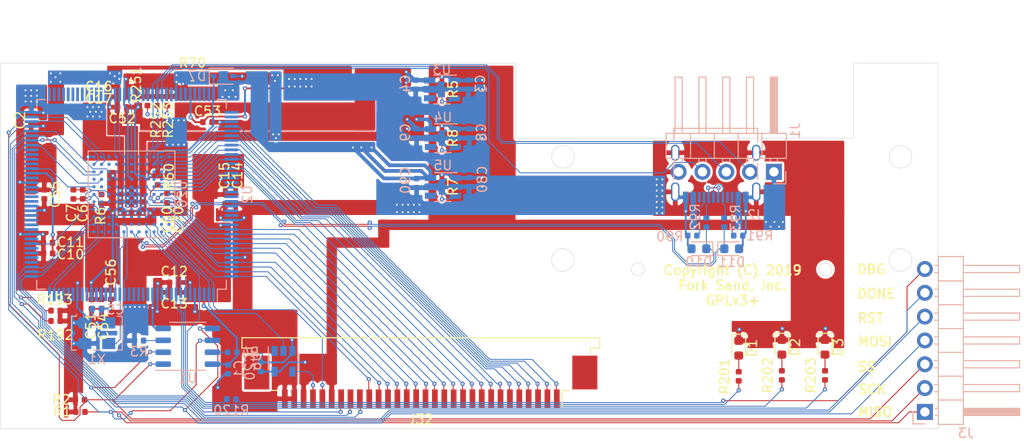
<source format=kicad_pcb>
(kicad_pcb (version 20171130) (host pcbnew 5.1.5-52549c5~84~ubuntu16.04.1)
  (layers (0 F.Cu signal) (31 B.Cu signal) (34 B.Paste user) (35 F.Paste user) (36 B.SilkS user) (37 F.SilkS user) (38 B.Mask user) (39 F.Mask user) (44 Edge.Cuts user))
  (net 0 "")
  (net 1 GND)
  (net 2 +3V3)
  (net 3 +5V)
  (net 4 +1V2)
  (net 5 "Net-(D1-Pad2)")
  (net 6 "Net-(D2-Pad2)")
  (net 7 "Net-(D3-Pad2)")
  (net 8 /I2C0_SCL)
  (net 9 /I2C0_SDA)
  (net 10 /INTERRUPT)
  (net 11 /ICE_SCK)
  (net 12 /ICE_SS)
  (net 13 "Net-(R3-Pad2)")
  (net 14 "Net-(R4-Pad2)")
  (net 15 "Net-(R5-Pad2)")
  (net 16 "Net-(R8-Pad2)")
  (net 17 /ICE_CRST_B)
  (net 18 /ICE_CDONE)
  (net 19 /DEBUG_LED1)
  (net 20 /DEBUG_LED2)
  (net 21 /DEBUG_LED3)
  (net 22 /ICE_MISO)
  (net 23 /ICE_MOSI)
  (net 24 /ROW0)
  (net 25 /ROW1)
  (net 26 /ROW2)
  (net 27 /ROW3)
  (net 28 /ROW4)
  (net 29 /ROW5)
  (net 30 /ROW6)
  (net 31 /ROW7)
  (net 32 /ROW8)
  (net 33 /ROW9)
  (net 34 /ROW10)
  (net 35 /ROW11)
  (net 36 /ROW12)
  (net 37 /ROW13)
  (net 38 /ROW14)
  (net 39 /ROW15)
  (net 40 /COL0)
  (net 41 /COL1)
  (net 42 /COL2)
  (net 43 /COL3)
  (net 44 /COL4)
  (net 45 /COL5)
  (net 46 /COL6)
  (net 47 /COL7)
  (net 48 /VCCPLL0)
  (net 49 /GNDPLL0)
  (net 50 "Net-(C60-Pad1)")
  (net 51 "Net-(C60-Pad2)")
  (net 52 /VPP_2V5)
  (net 53 /DEBUG)
  (net 54 /CLK)
  (net 55 +VSW)
  (net 56 "Net-(R7-Pad2)")
  (net 57 /DEBUG_TX)
  (net 58 /PWM_OUT)
  (net 59 /RGB_OUT)
  (net 60 "Net-(J2-PadA5)")
  (net 61 "Net-(J2-PadB5)")
  (net 62 /USB_D-)
  (net 63 /USB_D+)
  (net 64 /D-)
  (net 65 /D+)
  (net 66 /SPR8)
  (net 67 /SPR7)
  (net 68 /SPR6)
  (net 69 /SPR5)
  (net 70 /SPR4)
  (net 71 /SPR1)
  (net 72 /SPR2)
  (net 73 /SPR3)
  (net 74 /RGB_DRV)
  (module Connector_PinHeader_2.54mm:PinHeader_1x05_P2.54mm_Horizontal (layer B.Cu) (at 142.5 71.6 90)
    (fp_text reference J1 (at 4.385 2.27 270) (layer B.SilkS) (effects (justify mirror)))
    (fp_text value Conn_01x05)
    (pad 1 thru_hole rect (at 0 0 90) (size 1.7 1.7) (drill 1) (layers *.Cu *.Mask) (net 3 +5V))
    (pad 2 thru_hole oval (at 0 -2.54 90) (size 1.7 1.7) (drill 1) (layers *.Cu *.Mask) (net 8 /I2C0_SCL))
    (pad 3 thru_hole oval (at 0 -5.08 90) (size 1.7 1.7) (drill 1) (layers *.Cu *.Mask) (net 9 /I2C0_SDA))
    (pad 4 thru_hole oval (at 0 -7.62 90) (size 1.7 1.7) (drill 1) (layers *.Cu *.Mask) (net 10 /INTERRUPT))
    (pad 5 thru_hole oval (at 0 -10.16 90) (size 1.7 1.7) (drill 1) (layers *.Cu *.Mask) (net 1 GND))
  )
  (module Capacitor_SMD:C_0402_1005Metric (layer B.Cu) (at 84.3 92.65 90)
    (fp_text reference C1 (at 0 1.17 270) (layer B.SilkS) (effects (justify mirror)))
    (fp_text value "0.1 uF")
    (pad 1 smd roundrect (at -0.485 0 90) (size 0.59 0.64) (layers B.Cu B.Paste B.Mask) (net 1 GND))
    (pad 2 smd roundrect (at 0.485 0 90) (size 0.59 0.64) (layers B.Cu B.Paste B.Mask) (net 2 +3V3))
  )
  (module Capacitor_SMD:C_0402_1005Metric (layer F.Cu) (at 63.3 66.1 90)
    (fp_text reference C2 (at 0 -1.17 90) (layer F.SilkS))
    (fp_text value "0.1 uF")
    (pad 2 smd roundrect (at 0.485 0 90) (size 0.59 0.64) (layers F.Cu F.Paste F.Mask) (net 2 +3V3))
    (pad 1 smd roundrect (at -0.485 0 90) (size 0.59 0.64) (layers F.Cu F.Paste F.Mask) (net 1 GND))
  )
  (module Capacitor_SMD:C_0402_1005Metric (layer B.Cu) (at 109.9 62.3 90)
    (fp_text reference C3 (at 0.1 1.3 270) (layer B.SilkS) (effects (justify mirror)))
    (fp_text value "1 uF")
    (pad 2 smd roundrect (at 0.485 0 90) (size 0.59 0.64) (layers B.Cu B.Paste B.Mask) (net 3 +5V))
    (pad 1 smd roundrect (at -0.485 0 90) (size 0.59 0.64) (layers B.Cu B.Paste B.Mask) (net 1 GND))
  )
  (module Capacitor_SMD:C_0402_1005Metric (layer B.Cu) (at 104.3 62.3 90)
    (fp_text reference C4 (at 0.1 -1.1 270) (layer B.SilkS) (effects (justify mirror)))
    (fp_text value "1 uF")
    (pad 1 smd roundrect (at -0.485 0 90) (size 0.59 0.64) (layers B.Cu B.Paste B.Mask) (net 1 GND))
    (pad 2 smd roundrect (at 0.485 0 90) (size 0.59 0.64) (layers B.Cu B.Paste B.Mask) (net 4 +1V2))
  )
  (module Capacitor_SMD:C_0402_1005Metric (layer B.Cu) (at 70.3 86.2 180)
    (fp_text reference C5 (at -2 -0.1) (layer B.SilkS) (effects (justify mirror)))
    (fp_text value "0.1 uF")
    (pad 2 smd roundrect (at 0.485 0 180) (size 0.59 0.64) (layers B.Cu B.Paste B.Mask) (net 2 +3V3))
    (pad 1 smd roundrect (at -0.485 0 180) (size 0.59 0.64) (layers B.Cu B.Paste B.Mask) (net 1 GND))
  )
  (module Capacitor_SMD:C_0402_1005Metric (layer F.Cu) (at 68.8 74 90)
    (fp_text reference C6 (at -2.015 0 90) (layer F.SilkS))
    (fp_text value "0.1 uF")
    (pad 1 smd roundrect (at -0.485 0 90) (size 0.59 0.64) (layers F.Cu F.Paste F.Mask) (net 49 /GNDPLL0))
    (pad 2 smd roundrect (at 0.485 0 90) (size 0.59 0.64) (layers F.Cu F.Paste F.Mask) (net 48 /VCCPLL0))
  )
  (module Capacitor_SMD:C_0402_1005Metric (layer F.Cu) (at 67.8 74 90)
    (fp_text reference C7 (at -2 -0.2 90) (layer F.SilkS))
    (fp_text value "10 uF")
    (pad 2 smd roundrect (at 0.485 0 90) (size 0.59 0.64) (layers F.Cu F.Paste F.Mask) (net 48 /VCCPLL0))
    (pad 1 smd roundrect (at -0.485 0 90) (size 0.59 0.64) (layers F.Cu F.Paste F.Mask) (net 49 /GNDPLL0))
  )
  (module Capacitor_SMD:C_0402_1005Metric (layer B.Cu) (at 110 67.5 90)
    (fp_text reference C8 (at 0.1 1.3 270) (layer B.SilkS) (effects (justify mirror)))
    (fp_text value "1 uF")
    (pad 2 smd roundrect (at 0.485 0 90) (size 0.59 0.64) (layers B.Cu B.Paste B.Mask) (net 3 +5V))
    (pad 1 smd roundrect (at -0.485 0 90) (size 0.59 0.64) (layers B.Cu B.Paste B.Mask) (net 1 GND))
  )
  (module Capacitor_SMD:C_0402_1005Metric (layer B.Cu) (at 104.4 67.5 90)
    (fp_text reference C9 (at 0.1 -1.2 270) (layer B.SilkS) (effects (justify mirror)))
    (fp_text value "1 uF")
    (pad 1 smd roundrect (at -0.485 0 90) (size 0.59 0.64) (layers B.Cu B.Paste B.Mask) (net 1 GND))
    (pad 2 smd roundrect (at 0.485 0 90) (size 0.59 0.64) (layers B.Cu B.Paste B.Mask) (net 2 +3V3))
  )
  (module Capacitor_SMD:C_0402_1005Metric (layer F.Cu) (at 65.1 80.3 180)
    (fp_text reference C10 (at -2.4 -0.1) (layer F.SilkS))
    (fp_text value "0.1 uF")
    (pad 2 smd roundrect (at 0.485 0 180) (size 0.59 0.64) (layers F.Cu F.Paste F.Mask) (net 2 +3V3))
    (pad 1 smd roundrect (at -0.485 0 180) (size 0.59 0.64) (layers F.Cu F.Paste F.Mask) (net 1 GND))
  )
  (module Capacitor_SMD:C_0402_1005Metric (layer F.Cu) (at 65.084999 79.164999 180)
    (fp_text reference C11 (at -2.415001 0.064999) (layer F.SilkS))
    (fp_text value "0.1 uF")
    (pad 1 smd roundrect (at -0.485 0 180) (size 0.59 0.64) (layers F.Cu F.Paste F.Mask) (net 1 GND))
    (pad 2 smd roundrect (at 0.485 0 180) (size 0.59 0.64) (layers F.Cu F.Paste F.Mask) (net 2 +3V3))
  )
  (module Capacitor_SMD:C_0402_1005Metric (layer F.Cu) (at 78.55 83.4)
    (fp_text reference C12 (at 0 -1.17) (layer F.SilkS))
    (fp_text value "0.1 uF")
    (pad 2 smd roundrect (at 0.485 0) (size 0.59 0.64) (layers F.Cu F.Paste F.Mask) (net 2 +3V3))
    (pad 1 smd roundrect (at -0.485 0) (size 0.59 0.64) (layers F.Cu F.Paste F.Mask) (net 1 GND))
  )
  (module Capacitor_SMD:C_0402_1005Metric (layer F.Cu) (at 78.55 84.45)
    (fp_text reference C13 (at 0 1.2) (layer F.SilkS))
    (fp_text value "0.1 uF")
    (pad 1 smd roundrect (at -0.485 0) (size 0.59 0.64) (layers F.Cu F.Paste F.Mask) (net 1 GND))
    (pad 2 smd roundrect (at 0.485 0) (size 0.59 0.64) (layers F.Cu F.Paste F.Mask) (net 2 +3V3))
  )
  (module Capacitor_SMD:C_0402_1005Metric (layer F.Cu) (at 85.1 74.5 90)
    (fp_text reference C14 (at 2.5 0.2 90) (layer F.SilkS))
    (fp_text value "0.1 uF")
    (pad 2 smd roundrect (at 0.485 0 90) (size 0.59 0.64) (layers F.Cu F.Paste F.Mask) (net 2 +3V3))
    (pad 1 smd roundrect (at -0.485 0 90) (size 0.59 0.64) (layers F.Cu F.Paste F.Mask) (net 1 GND))
  )
  (module Capacitor_SMD:C_0402_1005Metric (layer F.Cu) (at 84 74.5 90)
    (fp_text reference C15 (at 2.5 -0.1 90) (layer F.SilkS))
    (fp_text value "0.1 uF")
    (pad 1 smd roundrect (at -0.485 0 90) (size 0.59 0.64) (layers F.Cu F.Paste F.Mask) (net 1 GND))
    (pad 2 smd roundrect (at 0.485 0 90) (size 0.59 0.64) (layers F.Cu F.Paste F.Mask) (net 2 +3V3))
  )
  (module Capacitor_SMD:C_0402_1005Metric (layer F.Cu) (at 73 62.5)
    (fp_text reference C16 (at -2.5 0) (layer F.SilkS))
    (fp_text value "0.1 uF")
    (pad 2 smd roundrect (at 0.485 0) (size 0.59 0.64) (layers F.Cu F.Paste F.Mask) (net 55 +VSW))
    (pad 1 smd roundrect (at -0.485 0) (size 0.59 0.64) (layers F.Cu F.Paste F.Mask) (net 1 GND))
  )
  (module Capacitor_SMD:C_0402_1005Metric (layer F.Cu) (at 73 63.6)
    (fp_text reference C17 (at -2.5 0.2) (layer F.SilkS))
    (fp_text value "0.1 uF")
    (pad 1 smd roundrect (at -0.485 0) (size 0.59 0.64) (layers F.Cu F.Paste F.Mask) (net 1 GND))
    (pad 2 smd roundrect (at 0.485 0) (size 0.59 0.64) (layers F.Cu F.Paste F.Mask) (net 55 +VSW))
  )
  (module Capacitor_SMD:C_0402_1005Metric (layer F.Cu) (at 69.75 85.7 90)
    (fp_text reference C51 (at -2.35 -0.1 90) (layer F.SilkS))
    (fp_text value "10 uF")
    (pad 2 smd roundrect (at 0.485 0 90) (size 0.59 0.64) (layers F.Cu F.Paste F.Mask) (net 4 +1V2))
    (pad 1 smd roundrect (at -0.485 0 90) (size 0.59 0.64) (layers F.Cu F.Paste F.Mask) (net 1 GND))
  )
  (module Capacitor_SMD:C_0402_1005Metric (layer F.Cu) (at 73 64.7)
    (fp_text reference C52 (at 0 1.2) (layer F.SilkS))
    (fp_text value "0.1 uF")
    (pad 1 smd roundrect (at -0.485 0) (size 0.59 0.64) (layers F.Cu F.Paste F.Mask) (net 1 GND))
    (pad 2 smd roundrect (at 0.485 0) (size 0.59 0.64) (layers F.Cu F.Paste F.Mask) (net 4 +1V2))
  )
  (module Capacitor_SMD:C_0402_1005Metric (layer F.Cu) (at 82.1 66.3)
    (fp_text reference C53 (at 0 -1.17) (layer F.SilkS))
    (fp_text value "0.1 uF")
    (pad 1 smd roundrect (at -0.485 0) (size 0.59 0.64) (layers F.Cu F.Paste F.Mask) (net 1 GND))
    (pad 2 smd roundrect (at 0.485 0) (size 0.59 0.64) (layers F.Cu F.Paste F.Mask) (net 4 +1V2))
  )
  (module Capacitor_SMD:C_0402_1005Metric (layer F.Cu) (at 70.8 85.685 90)
    (fp_text reference C54 (at -2.415 0.2 90) (layer F.SilkS))
    (fp_text value "0.1 uF")
    (pad 1 smd roundrect (at -0.485 0 90) (size 0.59 0.64) (layers F.Cu F.Paste F.Mask) (net 1 GND))
    (pad 2 smd roundrect (at 0.485 0 90) (size 0.59 0.64) (layers F.Cu F.Paste F.Mask) (net 4 +1V2))
  )
  (module Capacitor_SMD:C_0402_1005Metric (layer F.Cu) (at 64.7 74 270)
    (fp_text reference C55 (at 0 -1.17 90) (layer F.SilkS))
    (fp_text value "0.1 uF")
    (pad 2 smd roundrect (at 0.485 0 270) (size 0.59 0.64) (layers F.Cu F.Paste F.Mask) (net 4 +1V2))
    (pad 1 smd roundrect (at -0.485 0 270) (size 0.59 0.64) (layers F.Cu F.Paste F.Mask) (net 1 GND))
  )
  (module Capacitor_SMD:C_0402_1005Metric (layer F.Cu) (at 71.8 84.7 90)
    (fp_text reference C56 (at 2.4 0 90) (layer F.SilkS))
    (fp_text value "0.01 uF")
    (pad 2 smd roundrect (at 0.485 0 90) (size 0.59 0.64) (layers F.Cu F.Paste F.Mask) (net 4 +1V2))
    (pad 1 smd roundrect (at -0.485 0 90) (size 0.59 0.64) (layers F.Cu F.Paste F.Mask) (net 1 GND))
  )
  (module Diode_SMD:D_0603_1608Metric (layer F.Cu) (at 138.75 90.4 270)
    (fp_text reference D1 (at 0 -1.43 90) (layer F.SilkS))
    (fp_text value TO-1608BC-MYF)
    (pad 2 smd roundrect (at 0.7875 0 270) (size 0.875 0.95) (layers F.Cu F.Paste F.Mask) (net 5 "Net-(D1-Pad2)"))
    (pad 1 smd roundrect (at -0.7875 0 270) (size 0.875 0.95) (layers F.Cu F.Paste F.Mask) (net 1 GND))
  )
  (module Diode_SMD:D_0603_1608Metric (layer F.Cu) (at 143.35 90.3 270)
    (fp_text reference D2 (at 0 -1.43 90) (layer F.SilkS))
    (fp_text value TO-1608BC-MYF)
    (pad 1 smd roundrect (at -0.7875 0 270) (size 0.875 0.95) (layers F.Cu F.Paste F.Mask) (net 1 GND))
    (pad 2 smd roundrect (at 0.7875 0 270) (size 0.875 0.95) (layers F.Cu F.Paste F.Mask) (net 6 "Net-(D2-Pad2)"))
  )
  (module Diode_SMD:D_0603_1608Metric (layer F.Cu) (at 147.95 90.3 270)
    (fp_text reference D3 (at 0 -1.43 90) (layer F.SilkS))
    (fp_text value TO-1608BC-MYF)
    (pad 1 smd roundrect (at -0.7875 0 270) (size 0.875 0.95) (layers F.Cu F.Paste F.Mask) (net 1 GND))
    (pad 2 smd roundrect (at 0.7875 0 270) (size 0.875 0.95) (layers F.Cu F.Paste F.Mask) (net 7 "Net-(D3-Pad2)"))
  )
  (module Diode_SMD:D_SOD-323 (layer B.Cu) (at 83.8 61.4)
    (fp_text reference D7 (at -2.8 0) (layer B.SilkS) (effects (justify mirror)))
    (fp_text value 1PS76SB10)
    (pad 2 smd rect (at 1.05 0) (size 0.6 0.45) (layers B.Cu B.Paste B.Mask) (net 2 +3V3))
    (pad 1 smd rect (at -1.05 0) (size 0.6 0.45) (layers B.Cu B.Paste B.Mask) (net 52 /VPP_2V5))
  )
  (module Resistor_SMD:R_0402_1005Metric (layer F.Cu) (at 68.55 97.2)
    (fp_text reference R1 (at -1.95 -0.05) (layer F.SilkS))
    (fp_text value 10K)
    (pad 1 smd roundrect (at -0.485 0) (size 0.59 0.64) (layers F.Cu F.Paste F.Mask) (net 2 +3V3))
    (pad 2 smd roundrect (at 0.485 0) (size 0.59 0.64) (layers F.Cu F.Paste F.Mask) (net 11 /ICE_SCK))
  )
  (module Resistor_SMD:R_0402_1005Metric (layer F.Cu) (at 68.5 95.9)
    (fp_text reference R2 (at -2 0) (layer F.SilkS))
    (fp_text value 10K)
    (pad 2 smd roundrect (at 0.485 0) (size 0.59 0.64) (layers F.Cu F.Paste F.Mask) (net 12 /ICE_SS))
    (pad 1 smd roundrect (at -0.485 0) (size 0.59 0.64) (layers F.Cu F.Paste F.Mask) (net 2 +3V3))
  )
  (module Resistor_SMD:R_0402_1005Metric (layer B.Cu) (at 74.8 89.6)
    (fp_text reference R3 (at 0 1.17) (layer B.SilkS) (effects (justify mirror)))
    (fp_text value 10K)
    (pad 1 smd roundrect (at -0.485 0) (size 0.59 0.64) (layers B.Cu B.Paste B.Mask) (net 2 +3V3))
    (pad 2 smd roundrect (at 0.485 0) (size 0.59 0.64) (layers B.Cu B.Paste B.Mask) (net 13 "Net-(R3-Pad2)"))
  )
  (module Resistor_SMD:R_0402_1005Metric (layer B.Cu) (at 84.75 90.85 180)
    (fp_text reference R4 (at -1.9 0 180) (layer B.SilkS) (effects (justify mirror)))
    (fp_text value 10K)
    (pad 2 smd roundrect (at 0.485 0 180) (size 0.59 0.64) (layers B.Cu B.Paste B.Mask) (net 14 "Net-(R4-Pad2)"))
    (pad 1 smd roundrect (at -0.485 0 180) (size 0.59 0.64) (layers B.Cu B.Paste B.Mask) (net 2 +3V3))
  )
  (module Resistor_SMD:R_0402_1005Metric (layer F.Cu) (at 107.1 62.8 270)
    (fp_text reference R5 (at 0 -1.17 90) (layer F.SilkS))
    (fp_text value 10K)
    (pad 1 smd roundrect (at -0.485 0 270) (size 0.59 0.64) (layers F.Cu F.Paste F.Mask) (net 3 +5V))
    (pad 2 smd roundrect (at 0.485 0 270) (size 0.59 0.64) (layers F.Cu F.Paste F.Mask) (net 15 "Net-(R5-Pad2)"))
  )
  (module Resistor_SMD:R_0402_1005Metric (layer F.Cu) (at 70.8 74.5 90)
    (fp_text reference R6 (at -1.8 -0.1 90) (layer F.SilkS))
    (fp_text value 100)
    (pad 2 smd roundrect (at 0.485 0 90) (size 0.59 0.64) (layers F.Cu F.Paste F.Mask) (net 48 /VCCPLL0))
    (pad 1 smd roundrect (at -0.485 0 90) (size 0.59 0.64) (layers F.Cu F.Paste F.Mask) (net 4 +1V2))
  )
  (module Resistor_SMD:R_0402_1005Metric (layer F.Cu) (at 107.1 68 270)
    (fp_text reference R8 (at 0 -1.17 90) (layer F.SilkS))
    (fp_text value 10K)
    (pad 2 smd roundrect (at 0.485 0 270) (size 0.59 0.64) (layers F.Cu F.Paste F.Mask) (net 16 "Net-(R8-Pad2)"))
    (pad 1 smd roundrect (at -0.485 0 270) (size 0.59 0.64) (layers F.Cu F.Paste F.Mask) (net 3 +5V))
  )
  (module Resistor_SMD:R_0402_1005Metric (layer B.Cu) (at 84.65 95.85)
    (fp_text reference R120 (at 0 1.17) (layer B.SilkS) (effects (justify mirror)))
    (fp_text value 300)
    (pad 1 smd roundrect (at -0.485 0) (size 0.59 0.64) (layers B.Cu B.Paste B.Mask) (net 53 /DEBUG))
    (pad 2 smd roundrect (at 0.485 0) (size 0.59 0.64) (layers B.Cu B.Paste B.Mask) (net 57 /DEBUG_TX))
  )
  (module Resistor_SMD:R_0402_1005Metric (layer F.Cu) (at 65.9 87.5)
    (fp_text reference R192 (at 0 1.5) (layer F.SilkS))
    (fp_text value 10K)
    (pad 1 smd roundrect (at -0.485 0) (size 0.59 0.64) (layers F.Cu F.Paste F.Mask) (net 17 /ICE_CRST_B))
    (pad 2 smd roundrect (at 0.485 0) (size 0.59 0.64) (layers F.Cu F.Paste F.Mask) (net 2 +3V3))
  )
  (module Resistor_SMD:R_0402_1005Metric (layer F.Cu) (at 65.9 86.4)
    (fp_text reference R193 (at -0.1 -1.17) (layer F.SilkS))
    (fp_text value 10K)
    (pad 1 smd roundrect (at -0.485 0) (size 0.59 0.64) (layers F.Cu F.Paste F.Mask) (net 18 /ICE_CDONE))
    (pad 2 smd roundrect (at 0.485 0) (size 0.59 0.64) (layers F.Cu F.Paste F.Mask) (net 2 +3V3))
  )
  (module Resistor_SMD:R_0402_1005Metric (layer F.Cu) (at 138.75 93.4 90)
    (fp_text reference R201 (at 0 -1.5 90) (layer F.SilkS))
    (fp_text value 200)
    (pad 2 smd roundrect (at 0.485 0 90) (size 0.59 0.64) (layers F.Cu F.Paste F.Mask) (net 5 "Net-(D1-Pad2)"))
    (pad 1 smd roundrect (at -0.485 0 90) (size 0.59 0.64) (layers F.Cu F.Paste F.Mask) (net 19 /DEBUG_LED1))
  )
  (module Resistor_SMD:R_0402_1005Metric (layer F.Cu) (at 143.35 93.3 90)
    (fp_text reference R202 (at 0 -1.5 90) (layer F.SilkS))
    (fp_text value 200)
    (pad 2 smd roundrect (at 0.485 0 90) (size 0.59 0.64) (layers F.Cu F.Paste F.Mask) (net 6 "Net-(D2-Pad2)"))
    (pad 1 smd roundrect (at -0.485 0 90) (size 0.59 0.64) (layers F.Cu F.Paste F.Mask) (net 20 /DEBUG_LED2))
  )
  (module Resistor_SMD:R_0402_1005Metric (layer F.Cu) (at 147.95 93.3 90)
    (fp_text reference R203 (at 0 -1.5 90) (layer F.SilkS))
    (fp_text value 200)
    (pad 2 smd roundrect (at 0.485 0 90) (size 0.59 0.64) (layers F.Cu F.Paste F.Mask) (net 7 "Net-(D3-Pad2)"))
    (pad 1 smd roundrect (at -0.485 0 90) (size 0.59 0.64) (layers F.Cu F.Paste F.Mask) (net 21 /DEBUG_LED3))
  )
  (module Resistor_SMD:R_0402_1005Metric (layer F.Cu) (at 75.7 64.05 270)
    (fp_text reference R251 (at -1.75 1.2 90) (layer F.SilkS))
    (fp_text value 10K)
    (pad 2 smd roundrect (at 0.485 0 270) (size 0.59 0.64) (layers F.Cu F.Paste F.Mask) (net 8 /I2C0_SCL))
    (pad 1 smd roundrect (at -0.485 0 270) (size 0.59 0.64) (layers F.Cu F.Paste F.Mask) (net 55 +VSW))
  )
  (module Resistor_SMD:R_0402_1005Metric (layer F.Cu) (at 76.75 64.05 270)
    (fp_text reference R252 (at 2.05 0.15 90) (layer F.SilkS))
    (fp_text value 10K)
    (pad 1 smd roundrect (at -0.485 0 270) (size 0.59 0.64) (layers F.Cu F.Paste F.Mask) (net 55 +VSW))
    (pad 2 smd roundrect (at 0.485 0 270) (size 0.59 0.64) (layers F.Cu F.Paste F.Mask) (net 9 /I2C0_SDA))
  )
  (module Resistor_SMD:R_0402_1005Metric (layer F.Cu) (at 77.8 64.05 270)
    (fp_text reference R253 (at 2.05 -0.1 90) (layer F.SilkS))
    (fp_text value 10K)
    (pad 2 smd roundrect (at 0.485 0 270) (size 0.59 0.64) (layers F.Cu F.Paste F.Mask) (net 10 /INTERRUPT))
    (pad 1 smd roundrect (at -0.485 0 270) (size 0.59 0.64) (layers F.Cu F.Paste F.Mask) (net 55 +VSW))
  )
  (module Package_SO:SOP-8_3.9x4.9mm_P1.27mm (layer B.Cu) (at 80 90.2)
    (fp_text reference U1 (at 0 3.4) (layer B.SilkS) (effects (justify mirror)))
    (fp_text value MX25R3235FM1xx1)
    (pad 1 smd roundrect (at -2.625 1.905) (size 1.65 0.6) (layers B.Cu B.Paste B.Mask) (net 12 /ICE_SS))
    (pad 2 smd roundrect (at -2.625 0.635) (size 1.65 0.6) (layers B.Cu B.Paste B.Mask) (net 22 /ICE_MISO))
    (pad 3 smd roundrect (at -2.625 -0.635) (size 1.65 0.6) (layers B.Cu B.Paste B.Mask) (net 13 "Net-(R3-Pad2)"))
    (pad 4 smd roundrect (at -2.625 -1.905) (size 1.65 0.6) (layers B.Cu B.Paste B.Mask) (net 1 GND))
    (pad 5 smd roundrect (at 2.625 -1.905) (size 1.65 0.6) (layers B.Cu B.Paste B.Mask) (net 23 /ICE_MOSI))
    (pad 6 smd roundrect (at 2.625 -0.635) (size 1.65 0.6) (layers B.Cu B.Paste B.Mask) (net 11 /ICE_SCK))
    (pad 7 smd roundrect (at 2.625 0.635) (size 1.65 0.6) (layers B.Cu B.Paste B.Mask) (net 14 "Net-(R4-Pad2)"))
    (pad 8 smd roundrect (at 2.625 1.905) (size 1.65 0.6) (layers B.Cu B.Paste B.Mask) (net 2 +3V3))
  )
  (module Package_QFP:TQFP-144_20x20mm_P0.5mm (layer B.Cu) (at 74 74 90)
    (fp_text reference U2 (at 0 12.35 270) (layer B.SilkS) (effects (justify mirror)))
    (fp_text value ICE40HX1K-TQ144)
    (pad 144 smd roundrect (at -8.75 10.6625 90) (size 0.3 1.475) (layers B.Cu B.Paste B.Mask) (net 44 /COL4))
    (pad 143 smd roundrect (at -8.25 10.6625 90) (size 0.3 1.475) (layers B.Cu B.Paste B.Mask) (net 43 /COL3))
    (pad 142 smd roundrect (at -7.75 10.6625 90) (size 0.3 1.475) (layers B.Cu B.Paste B.Mask) (net 42 /COL2))
    (pad 141 smd roundrect (at -7.25 10.6625 90) (size 0.3 1.475) (layers B.Cu B.Paste B.Mask) (net 41 /COL1))
    (pad 140 smd roundrect (at -6.75 10.6625 90) (size 0.3 1.475) (layers B.Cu B.Paste B.Mask) (net 1 GND))
    (pad 139 smd roundrect (at -6.25 10.6625 90) (size 0.3 1.475) (layers B.Cu B.Paste B.Mask) (net 40 /COL0))
    (pad 138 smd roundrect (at -5.75 10.6625 90) (size 0.3 1.475) (layers B.Cu B.Paste B.Mask) (net 39 /ROW15))
    (pad 137 smd roundrect (at -5.25 10.6625 90) (size 0.3 1.475) (layers B.Cu B.Paste B.Mask) (net 38 /ROW14))
    (pad 136 smd roundrect (at -4.75 10.6625 90) (size 0.3 1.475) (layers B.Cu B.Paste B.Mask) (net 37 /ROW13))
    (pad 135 smd roundrect (at -4.25 10.6625 90) (size 0.3 1.475) (layers B.Cu B.Paste B.Mask) (net 36 /ROW12))
    (pad 134 smd roundrect (at -3.75 10.6625 90) (size 0.3 1.475) (layers B.Cu B.Paste B.Mask) (net 35 /ROW11))
    (pad 133 smd roundrect (at -3.25 10.6625 90) (size 0.3 1.475) (layers B.Cu B.Paste B.Mask) (net 2 +3V3))
    (pad 132 smd roundrect (at -2.75 10.6625 90) (size 0.3 1.475) (layers B.Cu B.Paste B.Mask) (net 1 GND))
    (pad 131 smd roundrect (at -2.25 10.6625 90) (size 0.3 1.475) (layers B.Cu B.Paste B.Mask))
    (pad 130 smd roundrect (at -1.75 10.6625 90) (size 0.3 1.475) (layers B.Cu B.Paste B.Mask))
    (pad 129 smd roundrect (at -1.25 10.6625 90) (size 0.3 1.475) (layers B.Cu B.Paste B.Mask) (net 63 /USB_D+))
    (pad 128 smd roundrect (at -0.75 10.6625 90) (size 0.3 1.475) (layers B.Cu B.Paste B.Mask) (net 62 /USB_D-))
    (pad 127 smd roundrect (at -0.25 10.6625 90) (size 0.3 1.475) (layers B.Cu B.Paste B.Mask))
    (pad 126 smd roundrect (at 0.25 10.6625 90) (size 0.3 1.475) (layers B.Cu B.Paste B.Mask))
    (pad 125 smd roundrect (at 0.75 10.6625 90) (size 0.3 1.475) (layers B.Cu B.Paste B.Mask))
    (pad 124 smd roundrect (at 1.25 10.6625 90) (size 0.3 1.475) (layers B.Cu B.Paste B.Mask))
    (pad 123 smd roundrect (at 1.75 10.6625 90) (size 0.3 1.475) (layers B.Cu B.Paste B.Mask) (net 2 +3V3))
    (pad 122 smd roundrect (at 2.25 10.6625 90) (size 0.3 1.475) (layers B.Cu B.Paste B.Mask) (net 34 /ROW10))
    (pad 121 smd roundrect (at 2.75 10.6625 90) (size 0.3 1.475) (layers B.Cu B.Paste B.Mask) (net 33 /ROW9))
    (pad 120 smd roundrect (at 3.25 10.6625 90) (size 0.3 1.475) (layers B.Cu B.Paste B.Mask) (net 32 /ROW8))
    (pad 119 smd roundrect (at 3.75 10.6625 90) (size 0.3 1.475) (layers B.Cu B.Paste B.Mask) (net 31 /ROW7))
    (pad 118 smd roundrect (at 4.25 10.6625 90) (size 0.3 1.475) (layers B.Cu B.Paste B.Mask) (net 30 /ROW6))
    (pad 117 smd roundrect (at 4.75 10.6625 90) (size 0.3 1.475) (layers B.Cu B.Paste B.Mask) (net 29 /ROW5))
    (pad 116 smd roundrect (at 5.25 10.6625 90) (size 0.3 1.475) (layers B.Cu B.Paste B.Mask) (net 28 /ROW4))
    (pad 115 smd roundrect (at 5.75 10.6625 90) (size 0.3 1.475) (layers B.Cu B.Paste B.Mask) (net 27 /ROW3))
    (pad 114 smd roundrect (at 6.25 10.6625 90) (size 0.3 1.475) (layers B.Cu B.Paste B.Mask) (net 26 /ROW2))
    (pad 113 smd roundrect (at 6.75 10.6625 90) (size 0.3 1.475) (layers B.Cu B.Paste B.Mask) (net 25 /ROW1))
    (pad 112 smd roundrect (at 7.25 10.6625 90) (size 0.3 1.475) (layers B.Cu B.Paste B.Mask) (net 24 /ROW0))
    (pad 111 smd roundrect (at 7.75 10.6625 90) (size 0.3 1.475) (layers B.Cu B.Paste B.Mask) (net 4 +1V2))
    (pad 110 smd roundrect (at 8.25 10.6625 90) (size 0.3 1.475) (layers B.Cu B.Paste B.Mask))
    (pad 109 smd roundrect (at 8.75 10.6625 90) (size 0.3 1.475) (layers B.Cu B.Paste B.Mask))
    (pad 108 smd roundrect (at 10.6625 8.75 90) (size 1.475 0.3) (layers B.Cu B.Paste B.Mask) (net 52 /VPP_2V5))
    (pad 107 smd roundrect (at 10.6625 8.25 90) (size 1.475 0.3) (layers B.Cu B.Paste B.Mask))
    (pad 106 smd roundrect (at 10.6625 7.75 90) (size 1.475 0.3) (layers B.Cu B.Paste B.Mask))
    (pad 105 smd roundrect (at 10.6625 7.25 90) (size 1.475 0.3) (layers B.Cu B.Paste B.Mask))
    (pad 104 smd roundrect (at 10.6625 6.75 90) (size 1.475 0.3) (layers B.Cu B.Paste B.Mask))
    (pad 103 smd roundrect (at 10.6625 6.25 90) (size 1.475 0.3) (layers B.Cu B.Paste B.Mask) (net 1 GND))
    (pad 102 smd roundrect (at 10.6625 5.75 90) (size 1.475 0.3) (layers B.Cu B.Paste B.Mask))
    (pad 101 smd roundrect (at 10.6625 5.25 90) (size 1.475 0.3) (layers B.Cu B.Paste B.Mask))
    (pad 100 smd roundrect (at 10.6625 4.75 90) (size 1.475 0.3) (layers B.Cu B.Paste B.Mask) (net 55 +VSW))
    (pad 99 smd roundrect (at 10.6625 4.25 90) (size 1.475 0.3) (layers B.Cu B.Paste B.Mask))
    (pad 98 smd roundrect (at 10.6625 3.75 90) (size 1.475 0.3) (layers B.Cu B.Paste B.Mask))
    (pad 97 smd roundrect (at 10.6625 3.25 90) (size 1.475 0.3) (layers B.Cu B.Paste B.Mask) (net 10 /INTERRUPT))
    (pad 96 smd roundrect (at 10.6625 2.75 90) (size 1.475 0.3) (layers B.Cu B.Paste B.Mask) (net 9 /I2C0_SDA))
    (pad 95 smd roundrect (at 10.6625 2.25 90) (size 1.475 0.3) (layers B.Cu B.Paste B.Mask) (net 8 /I2C0_SCL))
    (pad 94 smd roundrect (at 10.6625 1.75 90) (size 1.475 0.3) (layers B.Cu B.Paste B.Mask))
    (pad 93 smd roundrect (at 10.6625 1.25 90) (size 1.475 0.3) (layers B.Cu B.Paste B.Mask))
    (pad 92 smd roundrect (at 10.6625 0.75 90) (size 1.475 0.3) (layers B.Cu B.Paste B.Mask) (net 4 +1V2))
    (pad 91 smd roundrect (at 10.6625 0.25 90) (size 1.475 0.3) (layers B.Cu B.Paste B.Mask))
    (pad 90 smd roundrect (at 10.6625 -0.25 90) (size 1.475 0.3) (layers B.Cu B.Paste B.Mask) (net 66 /SPR8))
    (pad 89 smd roundrect (at 10.6625 -0.75 90) (size 1.475 0.3) (layers B.Cu B.Paste B.Mask) (net 55 +VSW))
    (pad 88 smd roundrect (at 10.6625 -1.25 90) (size 1.475 0.3) (layers B.Cu B.Paste B.Mask) (net 67 /SPR7))
    (pad 87 smd roundrect (at 10.6625 -1.75 90) (size 1.475 0.3) (layers B.Cu B.Paste B.Mask) (net 68 /SPR6))
    (pad 86 smd roundrect (at 10.6625 -2.25 90) (size 1.475 0.3) (layers B.Cu B.Paste B.Mask) (net 1 GND))
    (pad 85 smd roundrect (at 10.6625 -2.75 90) (size 1.475 0.3) (layers B.Cu B.Paste B.Mask))
    (pad 84 smd roundrect (at 10.6625 -3.25 90) (size 1.475 0.3) (layers B.Cu B.Paste B.Mask))
    (pad 83 smd roundrect (at 10.6625 -3.75 90) (size 1.475 0.3) (layers B.Cu B.Paste B.Mask))
    (pad 82 smd roundrect (at 10.6625 -4.25 90) (size 1.475 0.3) (layers B.Cu B.Paste B.Mask))
    (pad 81 smd roundrect (at 10.6625 -4.75 90) (size 1.475 0.3) (layers B.Cu B.Paste B.Mask))
    (pad 80 smd roundrect (at 10.6625 -5.25 90) (size 1.475 0.3) (layers B.Cu B.Paste B.Mask))
    (pad 79 smd roundrect (at 10.6625 -5.75 90) (size 1.475 0.3) (layers B.Cu B.Paste B.Mask))
    (pad 78 smd roundrect (at 10.6625 -6.25 90) (size 1.475 0.3) (layers B.Cu B.Paste B.Mask))
    (pad 77 smd roundrect (at 10.6625 -6.75 90) (size 1.475 0.3) (layers B.Cu B.Paste B.Mask))
    (pad 76 smd roundrect (at 10.6625 -7.25 90) (size 1.475 0.3) (layers B.Cu B.Paste B.Mask))
    (pad 75 smd roundrect (at 10.6625 -7.75 90) (size 1.475 0.3) (layers B.Cu B.Paste B.Mask))
    (pad 74 smd roundrect (at 10.6625 -8.25 90) (size 1.475 0.3) (layers B.Cu B.Paste B.Mask))
    (pad 73 smd roundrect (at 10.6625 -8.75 90) (size 1.475 0.3) (layers B.Cu B.Paste B.Mask))
    (pad 72 smd roundrect (at 8.75 -10.6625 90) (size 0.3 1.475) (layers B.Cu B.Paste B.Mask) (net 2 +3V3))
    (pad 71 smd roundrect (at 8.25 -10.6625 90) (size 0.3 1.475) (layers B.Cu B.Paste B.Mask) (net 12 /ICE_SS))
    (pad 70 smd roundrect (at 7.75 -10.6625 90) (size 0.3 1.475) (layers B.Cu B.Paste B.Mask) (net 11 /ICE_SCK))
    (pad 69 smd roundrect (at 7.25 -10.6625 90) (size 0.3 1.475) (layers B.Cu B.Paste B.Mask) (net 1 GND))
    (pad 68 smd roundrect (at 6.75 -10.6625 90) (size 0.3 1.475) (layers B.Cu B.Paste B.Mask) (net 22 /ICE_MISO))
    (pad 67 smd roundrect (at 6.25 -10.6625 90) (size 0.3 1.475) (layers B.Cu B.Paste B.Mask) (net 23 /ICE_MOSI))
    (pad 66 smd roundrect (at 5.75 -10.6625 90) (size 0.3 1.475) (layers B.Cu B.Paste B.Mask) (net 17 /ICE_CRST_B))
    (pad 65 smd roundrect (at 5.25 -10.6625 90) (size 0.3 1.475) (layers B.Cu B.Paste B.Mask) (net 18 /ICE_CDONE))
    (pad 64 smd roundrect (at 4.75 -10.6625 90) (size 0.3 1.475) (layers B.Cu B.Paste B.Mask))
    (pad 63 smd roundrect (at 4.25 -10.6625 90) (size 0.3 1.475) (layers B.Cu B.Paste B.Mask))
    (pad 62 smd roundrect (at 3.75 -10.6625 90) (size 0.3 1.475) (layers B.Cu B.Paste B.Mask))
    (pad 61 smd roundrect (at 3.25 -10.6625 90) (size 0.3 1.475) (layers B.Cu B.Paste B.Mask))
    (pad 60 smd roundrect (at 2.75 -10.6625 90) (size 0.3 1.475) (layers B.Cu B.Paste B.Mask) (net 69 /SPR5))
    (pad 59 smd roundrect (at 2.25 -10.6625 90) (size 0.3 1.475) (layers B.Cu B.Paste B.Mask) (net 1 GND))
    (pad 58 smd roundrect (at 1.75 -10.6625 90) (size 0.3 1.475) (layers B.Cu B.Paste B.Mask))
    (pad 57 smd roundrect (at 1.25 -10.6625 90) (size 0.3 1.475) (layers B.Cu B.Paste B.Mask) (net 2 +3V3))
    (pad 56 smd roundrect (at 0.75 -10.6625 90) (size 0.3 1.475) (layers B.Cu B.Paste B.Mask))
    (pad 55 smd roundrect (at 0.25 -10.6625 90) (size 0.3 1.475) (layers B.Cu B.Paste B.Mask))
    (pad 54 smd roundrect (at -0.25 -10.6625 90) (size 0.3 1.475) (layers B.Cu B.Paste B.Mask))
    (pad 53 smd roundrect (at -0.75 -10.6625 90) (size 0.3 1.475) (layers B.Cu B.Paste B.Mask))
    (pad 52 smd roundrect (at -1.25 -10.6625 90) (size 0.3 1.475) (layers B.Cu B.Paste B.Mask))
    (pad 51 smd roundrect (at -1.75 -10.6625 90) (size 0.3 1.475) (layers B.Cu B.Paste B.Mask) (net 4 +1V2))
    (pad 50 smd roundrect (at -2.25 -10.6625 90) (size 0.3 1.475) (layers B.Cu B.Paste B.Mask))
    (pad 49 smd roundrect (at -2.75 -10.6625 90) (size 0.3 1.475) (layers B.Cu B.Paste B.Mask))
    (pad 48 smd roundrect (at -3.25 -10.6625 90) (size 0.3 1.475) (layers B.Cu B.Paste B.Mask))
    (pad 47 smd roundrect (at -3.75 -10.6625 90) (size 0.3 1.475) (layers B.Cu B.Paste B.Mask))
    (pad 46 smd roundrect (at -4.25 -10.6625 90) (size 0.3 1.475) (layers B.Cu B.Paste B.Mask) (net 2 +3V3))
    (pad 45 smd roundrect (at -4.75 -10.6625 90) (size 0.3 1.475) (layers B.Cu B.Paste B.Mask))
    (pad 44 smd roundrect (at -5.25 -10.6625 90) (size 0.3 1.475) (layers B.Cu B.Paste B.Mask) (net 70 /SPR4))
    (pad 43 smd roundrect (at -5.75 -10.6625 90) (size 0.3 1.475) (layers B.Cu B.Paste B.Mask))
    (pad 42 smd roundrect (at -6.25 -10.6625 90) (size 0.3 1.475) (layers B.Cu B.Paste B.Mask))
    (pad 41 smd roundrect (at -6.75 -10.6625 90) (size 0.3 1.475) (layers B.Cu B.Paste B.Mask))
    (pad 40 smd roundrect (at -7.25 -10.6625 90) (size 0.3 1.475) (layers B.Cu B.Paste B.Mask))
    (pad 39 smd roundrect (at -7.75 -10.6625 90) (size 0.3 1.475) (layers B.Cu B.Paste B.Mask) (net 45 /COL5))
    (pad 38 smd roundrect (at -8.25 -10.6625 90) (size 0.3 1.475) (layers B.Cu B.Paste B.Mask) (net 46 /COL6))
    (pad 37 smd roundrect (at -8.75 -10.6625 90) (size 0.3 1.475) (layers B.Cu B.Paste B.Mask) (net 47 /COL7))
    (pad 36 smd roundrect (at -10.6625 -8.75 90) (size 1.475 0.3) (layers B.Cu B.Paste B.Mask) (net 48 /VCCPLL0))
    (pad 35 smd roundrect (at -10.6625 -8.25 90) (size 1.475 0.3) (layers B.Cu B.Paste B.Mask) (net 49 /GNDPLL0))
    (pad 34 smd roundrect (at -10.6625 -7.75 90) (size 1.475 0.3) (layers B.Cu B.Paste B.Mask))
    (pad 33 smd roundrect (at -10.6625 -7.25 90) (size 1.475 0.3) (layers B.Cu B.Paste B.Mask))
    (pad 32 smd roundrect (at -10.6625 -6.75 90) (size 1.475 0.3) (layers B.Cu B.Paste B.Mask))
    (pad 31 smd roundrect (at -10.6625 -6.25 90) (size 1.475 0.3) (layers B.Cu B.Paste B.Mask))
    (pad 30 smd roundrect (at -10.6625 -5.75 90) (size 1.475 0.3) (layers B.Cu B.Paste B.Mask) (net 2 +3V3))
    (pad 29 smd roundrect (at -10.6625 -5.25 90) (size 1.475 0.3) (layers B.Cu B.Paste B.Mask))
    (pad 28 smd roundrect (at -10.6625 -4.75 90) (size 1.475 0.3) (layers B.Cu B.Paste B.Mask))
    (pad 27 smd roundrect (at -10.6625 -4.25 90) (size 1.475 0.3) (layers B.Cu B.Paste B.Mask) (net 4 +1V2))
    (pad 26 smd roundrect (at -10.6625 -3.75 90) (size 1.475 0.3) (layers B.Cu B.Paste B.Mask))
    (pad 25 smd roundrect (at -10.6625 -3.25 90) (size 1.475 0.3) (layers B.Cu B.Paste B.Mask))
    (pad 24 smd roundrect (at -10.6625 -2.75 90) (size 1.475 0.3) (layers B.Cu B.Paste B.Mask))
    (pad 23 smd roundrect (at -10.6625 -2.25 90) (size 1.475 0.3) (layers B.Cu B.Paste B.Mask) (net 71 /SPR1))
    (pad 22 smd roundrect (at -10.6625 -1.75 90) (size 1.475 0.3) (layers B.Cu B.Paste B.Mask) (net 72 /SPR2))
    (pad 21 smd roundrect (at -10.6625 -1.25 90) (size 1.475 0.3) (layers B.Cu B.Paste B.Mask) (net 54 /CLK))
    (pad 20 smd roundrect (at -10.6625 -0.75 90) (size 1.475 0.3) (layers B.Cu B.Paste B.Mask) (net 73 /SPR3))
    (pad 19 smd roundrect (at -10.6625 -0.25 90) (size 1.475 0.3) (layers B.Cu B.Paste B.Mask))
    (pad 18 smd roundrect (at -10.6625 0.25 90) (size 1.475 0.3) (layers B.Cu B.Paste B.Mask))
    (pad 17 smd roundrect (at -10.6625 0.75 90) (size 1.475 0.3) (layers B.Cu B.Paste B.Mask))
    (pad 16 smd roundrect (at -10.6625 1.25 90) (size 1.475 0.3) (layers B.Cu B.Paste B.Mask))
    (pad 15 smd roundrect (at -10.6625 1.75 90) (size 1.475 0.3) (layers B.Cu B.Paste B.Mask))
    (pad 14 smd roundrect (at -10.6625 2.25 90) (size 1.475 0.3) (layers B.Cu B.Paste B.Mask) (net 1 GND))
    (pad 13 smd roundrect (at -10.6625 2.75 90) (size 1.475 0.3) (layers B.Cu B.Paste B.Mask) (net 1 GND))
    (pad 12 smd roundrect (at -10.6625 3.25 90) (size 1.475 0.3) (layers B.Cu B.Paste B.Mask))
    (pad 11 smd roundrect (at -10.6625 3.75 90) (size 1.475 0.3) (layers B.Cu B.Paste B.Mask))
    (pad 10 smd roundrect (at -10.6625 4.25 90) (size 1.475 0.3) (layers B.Cu B.Paste B.Mask))
    (pad 9 smd roundrect (at -10.6625 4.75 90) (size 1.475 0.3) (layers B.Cu B.Paste B.Mask) (net 21 /DEBUG_LED3))
    (pad 8 smd roundrect (at -10.6625 5.25 90) (size 1.475 0.3) (layers B.Cu B.Paste B.Mask) (net 20 /DEBUG_LED2))
    (pad 7 smd roundrect (at -10.6625 5.75 90) (size 1.475 0.3) (layers B.Cu B.Paste B.Mask) (net 19 /DEBUG_LED1))
    (pad 6 smd roundrect (at -10.6625 6.25 90) (size 1.475 0.3) (layers B.Cu B.Paste B.Mask) (net 2 +3V3))
    (pad 5 smd roundrect (at -10.6625 6.75 90) (size 1.475 0.3) (layers B.Cu B.Paste B.Mask) (net 1 GND))
    (pad 4 smd roundrect (at -10.6625 7.25 90) (size 1.475 0.3) (layers B.Cu B.Paste B.Mask) (net 53 /DEBUG))
    (pad 3 smd roundrect (at -10.6625 7.75 90) (size 1.475 0.3) (layers B.Cu B.Paste B.Mask))
    (pad 2 smd roundrect (at -10.6625 8.25 90) (size 1.475 0.3) (layers B.Cu B.Paste B.Mask) (net 74 /RGB_DRV))
    (pad 1 smd roundrect (at -10.6625 8.75 90) (size 1.475 0.3) (layers B.Cu B.Paste B.Mask) (net 58 /PWM_OUT))
  )
  (module Package_TO_SOT_SMD:TSOT-23-5 (layer B.Cu) (at 107.1 62.8 180)
    (fp_text reference U3 (at 0 2.1) (layer B.SilkS) (effects (justify mirror)))
    (fp_text value NCV8114ASN120T1G)
    (pad 5 smd rect (at 1.31 0.95 180) (size 1.22 0.65) (layers B.Cu B.Paste B.Mask) (net 4 +1V2))
    (pad 4 smd rect (at 1.31 -0.95 180) (size 1.22 0.65) (layers B.Cu B.Paste B.Mask))
    (pad 3 smd rect (at -1.31 -0.95 180) (size 1.22 0.65) (layers B.Cu B.Paste B.Mask) (net 15 "Net-(R5-Pad2)"))
    (pad 2 smd rect (at -1.31 0 180) (size 1.22 0.65) (layers B.Cu B.Paste B.Mask) (net 1 GND))
    (pad 1 smd rect (at -1.31 0.95 180) (size 1.22 0.65) (layers B.Cu B.Paste B.Mask) (net 3 +5V))
  )
  (module Package_TO_SOT_SMD:TSOT-23-5 (layer B.Cu) (at 107.2 68 180)
    (fp_text reference U4 (at 0 2.2) (layer B.SilkS) (effects (justify mirror)))
    (fp_text value NCV8114ASN330T1G)
    (pad 1 smd rect (at -1.31 0.95 180) (size 1.22 0.65) (layers B.Cu B.Paste B.Mask) (net 3 +5V))
    (pad 2 smd rect (at -1.31 0 180) (size 1.22 0.65) (layers B.Cu B.Paste B.Mask) (net 1 GND))
    (pad 3 smd rect (at -1.31 -0.95 180) (size 1.22 0.65) (layers B.Cu B.Paste B.Mask) (net 16 "Net-(R8-Pad2)"))
    (pad 4 smd rect (at 1.31 -0.95 180) (size 1.22 0.65) (layers B.Cu B.Paste B.Mask))
    (pad 5 smd rect (at 1.31 0.95 180) (size 1.22 0.65) (layers B.Cu B.Paste B.Mask) (net 2 +3V3))
  )
  (module Package_BGA:BGA-121_9.0x9.0mm_Layout11x11_P0.8mm_Ball0.4mm_Pad0.35mm_NSMD (layer B.Cu) (at 74 74 90)
    (fp_text reference U20 (at 0 5.4 90) (layer B.SilkS) (effects (justify mirror)))
    (fp_text value ICE40HX8K-BG121)
    (pad L11 smd circle (at 4 -4 90) (size 0.35 0.35) (layers B.Cu B.Paste B.Mask) (net 2 +3V3))
    (pad K11 smd circle (at 4 -3.2 90) (size 0.35 0.35) (layers B.Cu B.Paste B.Mask))
    (pad J11 smd circle (at 4 -2.4 90) (size 0.35 0.35) (layers B.Cu B.Paste B.Mask))
    (pad H11 smd circle (at 4 -1.6 90) (size 0.35 0.35) (layers B.Cu B.Paste B.Mask) (net 68 /SPR6))
    (pad G11 smd circle (at 4 -0.8 90) (size 0.35 0.35) (layers B.Cu B.Paste B.Mask) (net 67 /SPR7))
    (pad F11 smd circle (at 4 0 90) (size 0.35 0.35) (layers B.Cu B.Paste B.Mask) (net 66 /SPR8))
    (pad E11 smd circle (at 4 0.8 90) (size 0.35 0.35) (layers B.Cu B.Paste B.Mask))
    (pad D11 smd circle (at 4 1.6 90) (size 0.35 0.35) (layers B.Cu B.Paste B.Mask) (net 8 /I2C0_SCL))
    (pad C11 smd circle (at 4 2.4 90) (size 0.35 0.35) (layers B.Cu B.Paste B.Mask) (net 10 /INTERRUPT))
    (pad B11 smd circle (at 4 3.2 90) (size 0.35 0.35) (layers B.Cu B.Paste B.Mask))
    (pad A11 smd circle (at 4 4 90) (size 0.35 0.35) (layers B.Cu B.Paste B.Mask) (net 25 /ROW1))
    (pad L10 smd circle (at 3.2 -4 90) (size 0.35 0.35) (layers B.Cu B.Paste B.Mask) (net 11 /ICE_SCK))
    (pad K10 smd circle (at 3.2 -3.2 90) (size 0.35 0.35) (layers B.Cu B.Paste B.Mask) (net 12 /ICE_SS))
    (pad J10 smd circle (at 3.2 -2.4 90) (size 0.35 0.35) (layers B.Cu B.Paste B.Mask))
    (pad H10 smd circle (at 3.2 -1.6 90) (size 0.35 0.35) (layers B.Cu B.Paste B.Mask))
    (pad G10 smd circle (at 3.2 -0.8 90) (size 0.35 0.35) (layers B.Cu B.Paste B.Mask))
    (pad F10 smd circle (at 3.2 0 90) (size 0.35 0.35) (layers B.Cu B.Paste B.Mask))
    (pad E10 smd circle (at 3.2 0.8 90) (size 0.35 0.35) (layers B.Cu B.Paste B.Mask))
    (pad D10 smd circle (at 3.2 1.6 90) (size 0.35 0.35) (layers B.Cu B.Paste B.Mask) (net 9 /I2C0_SDA))
    (pad C10 smd circle (at 3.2 2.4 90) (size 0.35 0.35) (layers B.Cu B.Paste B.Mask) (net 52 /VPP_2V5))
    (pad B10 smd circle (at 3.2 3.2 90) (size 0.35 0.35) (layers B.Cu B.Paste B.Mask))
    (pad A10 smd circle (at 3.2 4 90) (size 0.35 0.35) (layers B.Cu B.Paste B.Mask) (net 27 /ROW3))
    (pad L9 smd circle (at 2.4 -4 90) (size 0.35 0.35) (layers B.Cu B.Paste B.Mask) (net 17 /ICE_CRST_B))
    (pad K9 smd circle (at 2.4 -3.2 90) (size 0.35 0.35) (layers B.Cu B.Paste B.Mask) (net 23 /ICE_MOSI))
    (pad J9 smd circle (at 2.4 -2.4 90) (size 0.35 0.35) (layers B.Cu B.Paste B.Mask) (net 22 /ICE_MISO))
    (pad H9 smd circle (at 2.4 -1.6 90) (size 0.35 0.35) (layers B.Cu B.Paste B.Mask))
    (pad G9 smd circle (at 2.4 -0.8 90) (size 0.35 0.35) (layers B.Cu B.Paste B.Mask))
    (pad F9 smd circle (at 2.4 0 90) (size 0.35 0.35) (layers B.Cu B.Paste B.Mask))
    (pad E9 smd circle (at 2.4 0.8 90) (size 0.35 0.35) (layers B.Cu B.Paste B.Mask))
    (pad D9 smd circle (at 2.4 1.6 90) (size 0.35 0.35) (layers B.Cu B.Paste B.Mask))
    (pad C9 smd circle (at 2.4 2.4 90) (size 0.35 0.35) (layers B.Cu B.Paste B.Mask) (net 24 /ROW0))
    (pad B9 smd circle (at 2.4 3.2 90) (size 0.35 0.35) (layers B.Cu B.Paste B.Mask) (net 26 /ROW2))
    (pad A9 smd circle (at 2.4 4 90) (size 0.35 0.35) (layers B.Cu B.Paste B.Mask) (net 29 /ROW5))
    (pad L8 smd circle (at 1.6 -4 90) (size 0.35 0.35) (layers B.Cu B.Paste B.Mask))
    (pad K8 smd circle (at 1.6 -3.2 90) (size 0.35 0.35) (layers B.Cu B.Paste B.Mask) (net 18 /ICE_CDONE))
    (pad J8 smd circle (at 1.6 -2.4 90) (size 0.35 0.35) (layers B.Cu B.Paste B.Mask))
    (pad H8 smd circle (at 1.6 -1.6 90) (size 0.35 0.35) (layers B.Cu B.Paste B.Mask) (net 4 +1V2))
    (pad G8 smd circle (at 1.6 -0.8 90) (size 0.35 0.35) (layers B.Cu B.Paste B.Mask))
    (pad F8 smd circle (at 1.6 0 90) (size 0.35 0.35) (layers B.Cu B.Paste B.Mask) (net 55 +VSW))
    (pad E8 smd circle (at 1.6 0.8 90) (size 0.35 0.35) (layers B.Cu B.Paste B.Mask))
    (pad D8 smd circle (at 1.6 1.6 90) (size 0.35 0.35) (layers B.Cu B.Paste B.Mask) (net 4 +1V2))
    (pad C8 smd circle (at 1.6 2.4 90) (size 0.35 0.35) (layers B.Cu B.Paste B.Mask) (net 28 /ROW4))
    (pad B8 smd circle (at 1.6 3.2 90) (size 0.35 0.35) (layers B.Cu B.Paste B.Mask) (net 30 /ROW6))
    (pad A8 smd circle (at 1.6 4 90) (size 0.35 0.35) (layers B.Cu B.Paste B.Mask) (net 31 /ROW7))
    (pad L7 smd circle (at 0.8 -4 90) (size 0.35 0.35) (layers B.Cu B.Paste B.Mask) (net 69 /SPR5))
    (pad K7 smd circle (at 0.8 -3.2 90) (size 0.35 0.35) (layers B.Cu B.Paste B.Mask))
    (pad J7 smd circle (at 0.8 -2.4 90) (size 0.35 0.35) (layers B.Cu B.Paste B.Mask))
    (pad H7 smd circle (at 0.8 -1.6 90) (size 0.35 0.35) (layers B.Cu B.Paste B.Mask))
    (pad G7 smd circle (at 0.8 -0.8 90) (size 0.35 0.35) (layers B.Cu B.Paste B.Mask) (net 1 GND))
    (pad F7 smd circle (at 0.8 0 90) (size 0.35 0.35) (layers B.Cu B.Paste B.Mask) (net 1 GND))
    (pad E7 smd circle (at 0.8 0.8 90) (size 0.35 0.35) (layers B.Cu B.Paste B.Mask) (net 1 GND))
    (pad D7 smd circle (at 0.8 1.6 90) (size 0.35 0.35) (layers B.Cu B.Paste B.Mask) (net 34 /ROW10))
    (pad C7 smd circle (at 0.8 2.4 90) (size 0.35 0.35) (layers B.Cu B.Paste B.Mask) (net 32 /ROW8))
    (pad B7 smd circle (at 0.8 3.2 90) (size 0.35 0.35) (layers B.Cu B.Paste B.Mask))
    (pad A7 smd circle (at 0.8 4 90) (size 0.35 0.35) (layers B.Cu B.Paste B.Mask) (net 33 /ROW9))
    (pad L6 smd circle (at 0 -4 90) (size 0.35 0.35) (layers B.Cu B.Paste B.Mask) (net 49 /GNDPLL0))
    (pad K6 smd circle (at 0 -3.2 90) (size 0.35 0.35) (layers B.Cu B.Paste B.Mask))
    (pad J6 smd circle (at 0 -2.4 90) (size 0.35 0.35) (layers B.Cu B.Paste B.Mask) (net 48 /VCCPLL0))
    (pad H6 smd circle (at 0 -1.6 90) (size 0.35 0.35) (layers B.Cu B.Paste B.Mask) (net 2 +3V3))
    (pad G6 smd circle (at 0 -0.8 90) (size 0.35 0.35) (layers B.Cu B.Paste B.Mask) (net 1 GND))
    (pad F6 smd circle (at 0 0 90) (size 0.35 0.35) (layers B.Cu B.Paste B.Mask) (net 1 GND))
    (pad E6 smd circle (at 0 0.8 90) (size 0.35 0.35) (layers B.Cu B.Paste B.Mask) (net 1 GND))
    (pad D6 smd circle (at 0 1.6 90) (size 0.35 0.35) (layers B.Cu B.Paste B.Mask) (net 2 +3V3))
    (pad C6 smd circle (at 0 2.4 90) (size 0.35 0.35) (layers B.Cu B.Paste B.Mask) (net 51 "Net-(C60-Pad2)"))
    (pad B6 smd circle (at 0 3.2 90) (size 0.35 0.35) (layers B.Cu B.Paste B.Mask))
    (pad A6 smd circle (at 0 4 90) (size 0.35 0.35) (layers B.Cu B.Paste B.Mask) (net 35 /ROW11))
    (pad L5 smd circle (at -0.8 -4 90) (size 0.35 0.35) (layers B.Cu B.Paste B.Mask))
    (pad K5 smd circle (at -0.8 -3.2 90) (size 0.35 0.35) (layers B.Cu B.Paste B.Mask))
    (pad J5 smd circle (at -0.8 -2.4 90) (size 0.35 0.35) (layers B.Cu B.Paste B.Mask))
    (pad H5 smd circle (at -0.8 -1.6 90) (size 0.35 0.35) (layers B.Cu B.Paste B.Mask) (net 1 GND))
    (pad G5 smd circle (at -0.8 -0.8 90) (size 0.35 0.35) (layers B.Cu B.Paste B.Mask) (net 1 GND))
    (pad F5 smd circle (at -0.8 0 90) (size 0.35 0.35) (layers B.Cu B.Paste B.Mask) (net 1 GND))
    (pad E5 smd circle (at -0.8 0.8 90) (size 0.35 0.35) (layers B.Cu B.Paste B.Mask) (net 1 GND))
    (pad D5 smd circle (at -0.8 1.6 90) (size 0.35 0.35) (layers B.Cu B.Paste B.Mask) (net 38 /ROW14))
    (pad C5 smd circle (at -0.8 2.4 90) (size 0.35 0.35) (layers B.Cu B.Paste B.Mask) (net 50 "Net-(C60-Pad1)"))
    (pad B5 smd circle (at -0.8 3.2 90) (size 0.35 0.35) (layers B.Cu B.Paste B.Mask) (net 36 /ROW12))
    (pad A5 smd circle (at -0.8 4 90) (size 0.35 0.35) (layers B.Cu B.Paste B.Mask) (net 37 /ROW13))
    (pad L4 smd circle (at -1.6 -4 90) (size 0.35 0.35) (layers B.Cu B.Paste B.Mask) (net 70 /SPR4))
    (pad K4 smd circle (at -1.6 -3.2 90) (size 0.35 0.35) (layers B.Cu B.Paste B.Mask))
    (pad J4 smd circle (at -1.6 -2.4 90) (size 0.35 0.35) (layers B.Cu B.Paste B.Mask))
    (pad H4 smd circle (at -1.6 -1.6 90) (size 0.35 0.35) (layers B.Cu B.Paste B.Mask) (net 4 +1V2))
    (pad G4 smd circle (at -1.6 -0.8 90) (size 0.35 0.35) (layers B.Cu B.Paste B.Mask) (net 2 +3V3))
    (pad F4 smd circle (at -1.6 0 90) (size 0.35 0.35) (layers B.Cu B.Paste B.Mask))
    (pad E4 smd circle (at -1.6 0.8 90) (size 0.35 0.35) (layers B.Cu B.Paste B.Mask) (net 2 +3V3))
    (pad D4 smd circle (at -1.6 1.6 90) (size 0.35 0.35) (layers B.Cu B.Paste B.Mask) (net 4 +1V2))
    (pad C4 smd circle (at -1.6 2.4 90) (size 0.35 0.35) (layers B.Cu B.Paste B.Mask))
    (pad B4 smd circle (at -1.6 3.2 90) (size 0.35 0.35) (layers B.Cu B.Paste B.Mask) (net 40 /COL0))
    (pad A4 smd circle (at -1.6 4 90) (size 0.35 0.35) (layers B.Cu B.Paste B.Mask) (net 39 /ROW15))
    (pad L3 smd circle (at -2.4 -4 90) (size 0.35 0.35) (layers B.Cu B.Paste B.Mask) (net 45 /COL5))
    (pad K3 smd circle (at -2.4 -3.2 90) (size 0.35 0.35) (layers B.Cu B.Paste B.Mask))
    (pad J3 smd circle (at -2.4 -2.4 90) (size 0.35 0.35) (layers B.Cu B.Paste B.Mask))
    (pad H3 smd circle (at -2.4 -1.6 90) (size 0.35 0.35) (layers B.Cu B.Paste B.Mask))
    (pad G3 smd circle (at -2.4 -0.8 90) (size 0.35 0.35) (layers B.Cu B.Paste B.Mask))
    (pad F3 smd circle (at -2.4 0 90) (size 0.35 0.35) (layers B.Cu B.Paste B.Mask))
    (pad E3 smd circle (at -2.4 0.8 90) (size 0.35 0.35) (layers B.Cu B.Paste B.Mask))
    (pad D3 smd circle (at -2.4 1.6 90) (size 0.35 0.35) (layers B.Cu B.Paste B.Mask))
    (pad C3 smd circle (at -2.4 2.4 90) (size 0.35 0.35) (layers B.Cu B.Paste B.Mask))
    (pad B3 smd circle (at -2.4 3.2 90) (size 0.35 0.35) (layers B.Cu B.Paste B.Mask) (net 42 /COL2))
    (pad A3 smd circle (at -2.4 4 90) (size 0.35 0.35) (layers B.Cu B.Paste B.Mask) (net 41 /COL1))
    (pad L2 smd circle (at -3.2 -4 90) (size 0.35 0.35) (layers B.Cu B.Paste B.Mask) (net 46 /COL6))
    (pad K2 smd circle (at -3.2 -3.2 90) (size 0.35 0.35) (layers B.Cu B.Paste B.Mask))
    (pad J2 smd circle (at -3.2 -2.4 90) (size 0.35 0.35) (layers B.Cu B.Paste B.Mask))
    (pad H2 smd circle (at -3.2 -1.6 90) (size 0.35 0.35) (layers B.Cu B.Paste B.Mask) (net 72 /SPR2))
    (pad G2 smd circle (at -3.2 -0.8 90) (size 0.35 0.35) (layers B.Cu B.Paste B.Mask) (net 73 /SPR3))
    (pad F2 smd circle (at -3.2 0 90) (size 0.35 0.35) (layers B.Cu B.Paste B.Mask))
    (pad E2 smd circle (at -3.2 0.8 90) (size 0.35 0.35) (layers B.Cu B.Paste B.Mask))
    (pad D2 smd circle (at -3.2 1.6 90) (size 0.35 0.35) (layers B.Cu B.Paste B.Mask) (net 20 /DEBUG_LED2))
    (pad C2 smd circle (at -3.2 2.4 90) (size 0.35 0.35) (layers B.Cu B.Paste B.Mask) (net 53 /DEBUG))
    (pad B2 smd circle (at -3.2 3.2 90) (size 0.35 0.35) (layers B.Cu B.Paste B.Mask) (net 58 /PWM_OUT))
    (pad A2 smd circle (at -3.2 4 90) (size 0.35 0.35) (layers B.Cu B.Paste B.Mask) (net 43 /COL3))
    (pad L1 smd circle (at -4 -4 90) (size 0.35 0.35) (layers B.Cu B.Paste B.Mask) (net 47 /COL7))
    (pad K1 smd circle (at -4 -3.2 90) (size 0.35 0.35) (layers B.Cu B.Paste B.Mask))
    (pad J1 smd circle (at -4 -2.4 90) (size 0.35 0.35) (layers B.Cu B.Paste B.Mask))
    (pad H1 smd circle (at -4 -1.6 90) (size 0.35 0.35) (layers B.Cu B.Paste B.Mask) (net 71 /SPR1))
    (pad G1 smd circle (at -4 -0.8 90) (size 0.35 0.35) (layers B.Cu B.Paste B.Mask) (net 54 /CLK))
    (pad F1 smd circle (at -4 0 90) (size 0.35 0.35) (layers B.Cu B.Paste B.Mask) (net 63 /USB_D+))
    (pad E1 smd circle (at -4 0.8 90) (size 0.35 0.35) (layers B.Cu B.Paste B.Mask) (net 62 /USB_D-))
    (pad D1 smd circle (at -4 1.6 90) (size 0.35 0.35) (layers B.Cu B.Paste B.Mask) (net 21 /DEBUG_LED3))
    (pad C1 smd circle (at -4 2.4 90) (size 0.35 0.35) (layers B.Cu B.Paste B.Mask) (net 19 /DEBUG_LED1))
    (pad B1 smd circle (at -4 3.2 90) (size 0.35 0.35) (layers B.Cu B.Paste B.Mask) (net 74 /RGB_DRV))
    (pad A1 smd circle (at -4 4 90) (size 0.35 0.35) (layers B.Cu B.Paste B.Mask) (net 44 /COL4))
  )
  (module Oscillator:Oscillator_SMD_EuroQuartz_XO53-4Pin_5.0x3.2mm (layer B.Cu) (at 70.3 88.8)
    (fp_text reference X1 (at 0 2.8) (layer B.SilkS) (effects (justify mirror)))
    (fp_text value "XO53, 12 MHz")
    (pad 1 smd rect (at -1.27 -1.1) (size 1.4 1.2) (layers B.Cu B.Paste B.Mask) (net 2 +3V3))
    (pad 2 smd rect (at 1.27 -1.1) (size 1.4 1.2) (layers B.Cu B.Paste B.Mask) (net 1 GND))
    (pad 3 smd rect (at 1.27 1.1) (size 1.4 1.2) (layers B.Cu B.Paste B.Mask) (net 54 /CLK))
    (pad 4 smd rect (at -1.27 1.1) (size 1.4 1.2) (layers B.Cu B.Paste B.Mask) (net 2 +3V3))
  )
  (module Capacitor_SMD:C_0402_1005Metric (layer F.Cu) (at 77.8 74.4 270)
    (fp_text reference C60 (at 2.3 0 90) (layer F.SilkS))
    (fp_text value "0.1 uF")
    (pad 2 smd roundrect (at 0.485 0 270) (size 0.59 0.64) (layers F.Cu F.Paste F.Mask) (net 51 "Net-(C60-Pad2)"))
    (pad 1 smd roundrect (at -0.485 0 270) (size 0.59 0.64) (layers F.Cu F.Paste F.Mask) (net 50 "Net-(C60-Pad1)"))
  )
  (module Capacitor_SMD:C_0402_1005Metric (layer F.Cu) (at 78.8 74.4 270)
    (fp_text reference C70 (at 2.3 -0.2 90) (layer F.SilkS))
    (fp_text value "10 uF")
    (pad 1 smd roundrect (at -0.485 0 270) (size 0.59 0.64) (layers F.Cu F.Paste F.Mask) (net 50 "Net-(C60-Pad1)"))
    (pad 2 smd roundrect (at 0.485 0 270) (size 0.59 0.64) (layers F.Cu F.Paste F.Mask) (net 51 "Net-(C60-Pad2)"))
  )
  (module Resistor_SMD:R_0402_1005Metric (layer F.Cu) (at 76.8 72.5 270)
    (fp_text reference R60 (at -0.4 -1.2 90) (layer F.SilkS))
    (fp_text value 100)
    (pad 2 smd roundrect (at 0.485 0 270) (size 0.59 0.64) (layers F.Cu F.Paste F.Mask) (net 51 "Net-(C60-Pad2)"))
    (pad 1 smd roundrect (at -0.485 0 270) (size 0.59 0.64) (layers F.Cu F.Paste F.Mask) (net 4 +1V2))
  )
  (module Connector_USB:USB_C_Receptacle_Palconn_UTC16-G (layer B.Cu) (at 136.3 71.8)
    (fp_text reference J2 (at 4.2 4.4) (layer B.SilkS) (effects (justify mirror)))
    (fp_text value USB_C_Receptacle_USB2.0)
    (pad S1 thru_hole oval (at -4.32 1.93 270) (size 2 0.9) (drill oval 1.7 0.6) (layers *.Cu *.Mask) (net 1 GND))
    (pad S1 thru_hole oval (at 4.32 1.93 270) (size 2 0.9) (drill oval 1.7 0.6) (layers *.Cu *.Mask) (net 1 GND))
    (pad S1 thru_hole oval (at -4.32 -2.24 270) (size 1.7 0.9) (drill oval 1.4 0.6) (layers *.Cu *.Mask) (net 1 GND))
    (pad S1 thru_hole oval (at 4.32 -2.24 270) (size 1.7 0.9) (drill oval 1.4 0.6) (layers *.Cu *.Mask) (net 1 GND))
    (pad B7 smd rect (at -0.75 2.51 180) (size 0.3 1.16) (layers B.Cu B.Paste B.Mask) (net 64 /D-))
    (pad A6 smd rect (at -0.25 2.51 180) (size 0.3 1.16) (layers B.Cu B.Paste B.Mask) (net 65 /D+))
    (pad A7 smd rect (at 0.25 2.51 180) (size 0.3 1.16) (layers B.Cu B.Paste B.Mask) (net 64 /D-))
    (pad B8 smd rect (at -1.75 2.51 180) (size 0.3 1.16) (layers B.Cu B.Paste B.Mask))
    (pad A5 smd rect (at -1.25 2.51 180) (size 0.3 1.16) (layers B.Cu B.Paste B.Mask) (net 60 "Net-(J2-PadA5)"))
    (pad A8 smd rect (at 1.25 2.51 180) (size 0.3 1.16) (layers B.Cu B.Paste B.Mask))
    (pad B6 smd rect (at 0.75 2.51 180) (size 0.3 1.16) (layers B.Cu B.Paste B.Mask) (net 65 /D+))
    (pad B5 smd rect (at 1.75 2.51 180) (size 0.3 1.16) (layers B.Cu B.Paste B.Mask) (net 61 "Net-(J2-PadB5)"))
    (pad "" np_thru_hole circle (at 2.89 1.45 180) (size 0.6 0.6) (drill 0.6) (layers *.Cu *.Mask))
    (pad "" np_thru_hole circle (at -2.89 1.45 180) (size 0.6 0.6) (drill 0.6) (layers *.Cu *.Mask))
    (pad A4 smd rect (at -2.4 2.51) (size 0.6 1.16) (layers B.Cu B.Paste B.Mask) (net 3 +5V))
    (pad B9 smd rect (at -2.4 2.51) (size 0.6 1.16) (layers B.Cu B.Paste B.Mask) (net 3 +5V))
    (pad A1 smd rect (at -3.2 2.51) (size 0.6 1.16) (layers B.Cu B.Paste B.Mask) (net 1 GND))
    (pad B12 smd rect (at -3.2 2.51) (size 0.6 1.16) (layers B.Cu B.Paste B.Mask) (net 1 GND))
    (pad B4 smd rect (at 2.4 2.51) (size 0.6 1.16) (layers B.Cu B.Paste B.Mask) (net 3 +5V))
    (pad B1 smd rect (at 3.2 2.51) (size 0.6 1.16) (layers B.Cu B.Paste B.Mask) (net 1 GND))
    (pad A9 smd rect (at 2.4 2.51) (size 0.6 1.16) (layers B.Cu B.Paste B.Mask) (net 3 +5V))
    (pad A12 smd rect (at 3.2 2.51) (size 0.6 1.16) (layers B.Cu B.Paste B.Mask) (net 1 GND))
  )
  (module Capacitor_SMD:C_0402_1005Metric (layer B.Cu) (at 110 72.7 90)
    (fp_text reference C80 (at 0.3 1.4 270) (layer B.SilkS) (effects (justify mirror)))
    (fp_text value "1 uF")
    (pad 2 smd roundrect (at 0.485 0 90) (size 0.59 0.64) (layers B.Cu B.Paste B.Mask) (net 3 +5V))
    (pad 1 smd roundrect (at -0.485 0 90) (size 0.59 0.64) (layers B.Cu B.Paste B.Mask) (net 1 GND))
  )
  (module Capacitor_SMD:C_0402_1005Metric (layer B.Cu) (at 104.4 72.8 90)
    (fp_text reference C90 (at 0.3 -1.2 270) (layer B.SilkS) (effects (justify mirror)))
    (fp_text value "1 uF")
    (pad 1 smd roundrect (at -0.485 0 90) (size 0.59 0.64) (layers B.Cu B.Paste B.Mask) (net 1 GND))
    (pad 2 smd roundrect (at 0.485 0 90) (size 0.59 0.64) (layers B.Cu B.Paste B.Mask) (net 55 +VSW))
  )
  (module Resistor_SMD:R_0402_1005Metric (layer F.Cu) (at 107.1 73.2 270)
    (fp_text reference R7 (at 0 -1.17 90) (layer F.SilkS))
    (fp_text value 10K)
    (pad 1 smd roundrect (at -0.485 0 270) (size 0.59 0.64) (layers F.Cu F.Paste F.Mask) (net 3 +5V))
    (pad 2 smd roundrect (at 0.485 0 270) (size 0.59 0.64) (layers F.Cu F.Paste F.Mask) (net 56 "Net-(R7-Pad2)"))
  )
  (module Package_TO_SOT_SMD:TSOT-23-5 (layer B.Cu) (at 107.2 73.2 180)
    (fp_text reference U5 (at 0 2.3) (layer B.SilkS) (effects (justify mirror)))
    (fp_text value NCV8114ASN180T1G)
    (pad 1 smd rect (at -1.31 0.95 180) (size 1.22 0.65) (layers B.Cu B.Paste B.Mask) (net 3 +5V))
    (pad 2 smd rect (at -1.31 0 180) (size 1.22 0.65) (layers B.Cu B.Paste B.Mask) (net 1 GND))
    (pad 3 smd rect (at -1.31 -0.95 180) (size 1.22 0.65) (layers B.Cu B.Paste B.Mask) (net 56 "Net-(R7-Pad2)"))
    (pad 4 smd rect (at 1.31 -0.95 180) (size 1.22 0.65) (layers B.Cu B.Paste B.Mask))
    (pad 5 smd rect (at 1.31 0.95 180) (size 1.22 0.65) (layers B.Cu B.Paste B.Mask) (net 55 +VSW))
  )
  (module Connector_PinHeader_2.54mm:PinHeader_1x07_P2.54mm_Horizontal (layer B.Cu) (at 158.6 97.2)
    (fp_text reference J3 (at 4.385 2.27) (layer B.SilkS) (effects (justify mirror)))
    (fp_text value Conn_01x07)
    (pad 1 thru_hole rect (at 0 0) (size 1.7 1.7) (drill 1) (layers *.Cu *.Mask) (net 22 /ICE_MISO))
    (pad 2 thru_hole oval (at 0 -2.54) (size 1.7 1.7) (drill 1) (layers *.Cu *.Mask) (net 11 /ICE_SCK))
    (pad 3 thru_hole oval (at 0 -5.08) (size 1.7 1.7) (drill 1) (layers *.Cu *.Mask) (net 12 /ICE_SS))
    (pad 4 thru_hole oval (at 0 -7.62) (size 1.7 1.7) (drill 1) (layers *.Cu *.Mask) (net 23 /ICE_MOSI))
    (pad 5 thru_hole oval (at 0 -10.16) (size 1.7 1.7) (drill 1) (layers *.Cu *.Mask) (net 17 /ICE_CRST_B))
    (pad 6 thru_hole oval (at 0 -12.7) (size 1.7 1.7) (drill 1) (layers *.Cu *.Mask) (net 18 /ICE_CDONE))
    (pad 7 thru_hole oval (at 0 -15.24) (size 1.7 1.7) (drill 1) (layers *.Cu *.Mask) (net 57 /DEBUG_TX))
  )
  (module Diode_SMD:D_0603_1608Metric (layer B.Cu) (at 134.5 79.8 180)
    (fp_text reference D10 (at 0 -1.4) (layer B.SilkS) (effects (justify mirror)))
    (fp_text value PGB1010603NRHF)
    (pad 1 smd roundrect (at -0.7875 0 180) (size 0.875 0.95) (layers B.Cu B.Paste B.Mask) (net 62 /USB_D-))
    (pad 2 smd roundrect (at 0.7875 0 180) (size 0.875 0.95) (layers B.Cu B.Paste B.Mask) (net 1 GND))
  )
  (module Diode_SMD:D_0603_1608Metric (layer B.Cu) (at 138 79.8)
    (fp_text reference D11 (at 0 1.43) (layer B.SilkS) (effects (justify mirror)))
    (fp_text value PGB1010603NRHF)
    (pad 2 smd roundrect (at 0.7875 0) (size 0.875 0.95) (layers B.Cu B.Paste B.Mask) (net 1 GND))
    (pad 1 smd roundrect (at -0.7875 0) (size 0.875 0.95) (layers B.Cu B.Paste B.Mask) (net 63 /USB_D+))
  )
  (module Resistor_SMD:R_0402_1005Metric (layer B.Cu) (at 133.8 78.4)
    (fp_text reference R90 (at -2.4 0.1) (layer B.SilkS) (effects (justify mirror)))
    (fp_text value 5K1)
    (pad 2 smd roundrect (at 0.485 0) (size 0.59 0.64) (layers B.Cu B.Paste B.Mask) (net 60 "Net-(J2-PadA5)"))
    (pad 1 smd roundrect (at -0.485 0) (size 0.59 0.64) (layers B.Cu B.Paste B.Mask) (net 1 GND))
  )
  (module Resistor_SMD:R_0402_1005Metric (layer B.Cu) (at 138.7 78.4 180)
    (fp_text reference R91 (at -2.3 0) (layer B.SilkS) (effects (justify mirror)))
    (fp_text value 5K1)
    (pad 1 smd roundrect (at -0.485 0 180) (size 0.59 0.64) (layers B.Cu B.Paste B.Mask) (net 1 GND))
    (pad 2 smd roundrect (at 0.485 0 180) (size 0.59 0.64) (layers B.Cu B.Paste B.Mask) (net 61 "Net-(J2-PadB5)"))
  )
  (module Resistor_SMD:R_0402_1005Metric (layer B.Cu) (at 135.3 77 90)
    (fp_text reference R92 (at 0.6 -1.2 90) (layer B.SilkS) (effects (justify mirror)))
    (fp_text value 22)
    (pad 1 smd roundrect (at -0.485 0 90) (size 0.59 0.64) (layers B.Cu B.Paste B.Mask) (net 62 /USB_D-))
    (pad 2 smd roundrect (at 0.485 0 90) (size 0.59 0.64) (layers B.Cu B.Paste B.Mask) (net 64 /D-))
  )
  (module Resistor_SMD:R_0402_1005Metric (layer B.Cu) (at 137.2 77 90)
    (fp_text reference R93 (at 0.5 1.2 270) (layer B.SilkS) (effects (justify mirror)))
    (fp_text value 22)
    (pad 2 smd roundrect (at 0.485 0 90) (size 0.59 0.64) (layers B.Cu B.Paste B.Mask) (net 65 /D+))
    (pad 1 smd roundrect (at -0.485 0 90) (size 0.59 0.64) (layers B.Cu B.Paste B.Mask) (net 63 /USB_D+))
  )
  (module Resistor_SMD:R_0603_1608Metric (layer F.Cu) (at 80.5 61.4)
    (fp_text reference R70 (at 0 -1.43) (layer F.SilkS))
    (fp_text value 0)
    (pad 1 smd roundrect (at -0.7875 0) (size 0.875 0.95) (layers F.Cu F.Paste F.Mask) (net 55 +VSW))
    (pad 2 smd roundrect (at 0.7875 0) (size 0.875 0.95) (layers F.Cu F.Paste F.Mask) (net 2 +3V3))
  )
  (module Capacitor_SMD:C_0402_1005Metric (layer B.Cu) (at 87.8 92.4 270)
    (fp_text reference C20 (at 0 1.17 90) (layer B.SilkS) (effects (justify mirror)))
    (fp_text value "0.1 uF")
    (pad 1 smd roundrect (at -0.485 0 270) (size 0.59 0.64) (layers B.Cu B.Paste B.Mask) (net 1 GND))
    (pad 2 smd roundrect (at 0.485 0 270) (size 0.59 0.64) (layers B.Cu B.Paste B.Mask) (net 3 +5V))
  )
  (module Package_TO_SOT_SMD:SOT-23-5 (layer B.Cu) (at 90.2 91.8 270)
    (fp_text reference U6 (at 0 2.9 90) (layer B.SilkS) (effects (justify mirror)))
    (fp_text value SN74LVC1G14DBV)
    (pad 1 smd rect (at -1.1 0.95 270) (size 1.06 0.65) (layers B.Cu B.Paste B.Mask))
    (pad 2 smd rect (at -1.1 0 270) (size 1.06 0.65) (layers B.Cu B.Paste B.Mask) (net 74 /RGB_DRV))
    (pad 3 smd rect (at -1.1 -0.95 270) (size 1.06 0.65) (layers B.Cu B.Paste B.Mask) (net 1 GND))
    (pad 4 smd rect (at 1.1 -0.95 270) (size 1.06 0.65) (layers B.Cu B.Paste B.Mask) (net 59 /RGB_OUT))
    (pad 5 smd rect (at 1.1 0.95 270) (size 1.06 0.65) (layers B.Cu B.Paste B.Mask) (net 3 +5V))
  )
  (module Connector_FFC-FPC:TE_3-84953-0_1x30-1MP_P1.0mm_Horizontal (layer F.Cu) (at 104.85 94 180)
    (fp_text reference J32 (at 0 -4) (layer F.SilkS))
    (fp_text value Conn_01x30)
    (pad 1 smd rect (at -14.5 -1.8 180) (size 0.61 2) (layers F.Cu F.Paste F.Mask) (net 24 /ROW0))
    (pad 2 smd rect (at -13.5 -1.8 180) (size 0.61 2) (layers F.Cu F.Paste F.Mask) (net 25 /ROW1))
    (pad 3 smd rect (at -12.5 -1.8 180) (size 0.61 2) (layers F.Cu F.Paste F.Mask) (net 26 /ROW2))
    (pad 4 smd rect (at -11.5 -1.8 180) (size 0.61 2) (layers F.Cu F.Paste F.Mask) (net 27 /ROW3))
    (pad 5 smd rect (at -10.5 -1.8 180) (size 0.61 2) (layers F.Cu F.Paste F.Mask) (net 28 /ROW4))
    (pad 6 smd rect (at -9.5 -1.8 180) (size 0.61 2) (layers F.Cu F.Paste F.Mask) (net 29 /ROW5))
    (pad 7 smd rect (at -8.5 -1.8 180) (size 0.61 2) (layers F.Cu F.Paste F.Mask) (net 30 /ROW6))
    (pad 8 smd rect (at -7.5 -1.8 180) (size 0.61 2) (layers F.Cu F.Paste F.Mask) (net 31 /ROW7))
    (pad 9 smd rect (at -6.5 -1.8 180) (size 0.61 2) (layers F.Cu F.Paste F.Mask) (net 32 /ROW8))
    (pad 10 smd rect (at -5.5 -1.8 180) (size 0.61 2) (layers F.Cu F.Paste F.Mask) (net 33 /ROW9))
    (pad 11 smd rect (at -4.5 -1.8 180) (size 0.61 2) (layers F.Cu F.Paste F.Mask) (net 34 /ROW10))
    (pad 12 smd rect (at -3.5 -1.8 180) (size 0.61 2) (layers F.Cu F.Paste F.Mask) (net 35 /ROW11))
    (pad 13 smd rect (at -2.5 -1.8 180) (size 0.61 2) (layers F.Cu F.Paste F.Mask) (net 36 /ROW12))
    (pad 14 smd rect (at -1.5 -1.8 180) (size 0.61 2) (layers F.Cu F.Paste F.Mask) (net 37 /ROW13))
    (pad 15 smd rect (at -0.5 -1.8 180) (size 0.61 2) (layers F.Cu F.Paste F.Mask) (net 38 /ROW14))
    (pad 16 smd rect (at 0.5 -1.8 180) (size 0.61 2) (layers F.Cu F.Paste F.Mask) (net 39 /ROW15))
    (pad 17 smd rect (at 1.5 -1.8 180) (size 0.61 2) (layers F.Cu F.Paste F.Mask) (net 40 /COL0))
    (pad 18 smd rect (at 2.5 -1.8 180) (size 0.61 2) (layers F.Cu F.Paste F.Mask) (net 41 /COL1))
    (pad 19 smd rect (at 3.5 -1.8 180) (size 0.61 2) (layers F.Cu F.Paste F.Mask) (net 42 /COL2))
    (pad 20 smd rect (at 4.5 -1.8 180) (size 0.61 2) (layers F.Cu F.Paste F.Mask) (net 43 /COL3))
    (pad 21 smd rect (at 5.5 -1.8 180) (size 0.61 2) (layers F.Cu F.Paste F.Mask) (net 44 /COL4))
    (pad 22 smd rect (at 6.5 -1.8 180) (size 0.61 2) (layers F.Cu F.Paste F.Mask) (net 45 /COL5))
    (pad 23 smd rect (at 7.5 -1.8 180) (size 0.61 2) (layers F.Cu F.Paste F.Mask) (net 46 /COL6))
    (pad 24 smd rect (at 8.5 -1.8 180) (size 0.61 2) (layers F.Cu F.Paste F.Mask) (net 47 /COL7))
    (pad 25 smd rect (at 9.5 -1.8 180) (size 0.61 2) (layers F.Cu F.Paste F.Mask) (net 3 +5V))
    (pad 26 smd rect (at 10.5 -1.8 180) (size 0.61 2) (layers F.Cu F.Paste F.Mask) (net 58 /PWM_OUT))
    (pad 27 smd rect (at 11.5 -1.8 180) (size 0.61 2) (layers F.Cu F.Paste F.Mask) (net 59 /RGB_OUT))
    (pad 28 smd rect (at 12.5 -1.8 180) (size 0.61 2) (layers F.Cu F.Paste F.Mask) (net 3 +5V))
    (pad 29 smd rect (at 13.5 -1.8 180) (size 0.61 2) (layers F.Cu F.Paste F.Mask) (net 1 GND))
    (pad 30 smd rect (at 14.5 -1.8 180) (size 0.61 2) (layers F.Cu F.Paste F.Mask) (net 1 GND))
    (pad MP smd rect (at -17.49 1 180) (size 2.68 3.6) (layers F.Cu F.Paste F.Mask))
    (pad MP smd rect (at 17.49 1 180) (size 2.68 3.6) (layers F.Cu F.Paste F.Mask))
  )
  (gr_text MISO (at 153.3 97.2) (layer F.SilkS) (effects (font (size 1 1) (thickness 0.2))))
  (gr_text SCK (at 153 94.8) (layer F.SilkS) (effects (font (size 1 1) (thickness 0.2))))
  (gr_text SS (at 152.4 92.4) (layer F.SilkS) (effects (font (size 1 1) (thickness 0.2))))
  (gr_text MOSI (at 153.3 89.7) (layer F.SilkS) (effects (font (size 1 1) (thickness 0.2))))
  (gr_text RST (at 152.8 87.2) (layer F.SilkS) (effects (font (size 1 1) (thickness 0.2))))
  (gr_text DONE (at 153.4 84.6) (layer F.SilkS) (effects (font (size 1 1) (thickness 0.2))))
  (gr_text DBG (at 152.9 82) (layer F.SilkS) (effects (font (size 1 1) (thickness 0.2))))
  (gr_circle (center 156 81) (end 157.2 81) (layer Edge.Cuts) (width 0.05))
  (gr_circle (center 120 81) (end 121.2 81) (layer Edge.Cuts) (width 0.05))
  (gr_text "Copyright (C) 2019\nFork Sand, Inc.\nGPLv3+" (at 138.1 83.7) (layer F.SilkS) (effects (font (size 1 1) (thickness 0.2))))
  (gr_line (start 60 60) (end 115 60) (layer Edge.Cuts) (width 0.05))
  (gr_line (start 151 60) (end 160 60) (layer Edge.Cuts) (width 0.05))
  (gr_line (start 115 68) (end 151 68) (layer Edge.Cuts) (width 0.05))
  (gr_line (start 151 60) (end 151 68) (layer Edge.Cuts) (width 0.05))
  (gr_line (start 115 60) (end 115 68) (layer Edge.Cuts) (width 0.05))
  (gr_line (start 60 99) (end 160 99) (layer Edge.Cuts) (width 0.05))
  (gr_line (start 160 60) (end 160 99) (layer Edge.Cuts) (width 0.05))
  (gr_line (start 60 60) (end 60 99) (layer Edge.Cuts) (width 0.05))
  (gr_circle (center 148 82) (end 148.7 82) (layer Edge.Cuts) (width 0.05))
  (gr_circle (center 128 82) (end 128.7 82) (layer Edge.Cuts) (width 0.05))
  (gr_circle (center 156 70) (end 157.2 70) (layer Edge.Cuts) (width 0.05))
  (gr_circle (center 120 70) (end 121.2 70) (layer Edge.Cuts) (width 0.05))
  (via (at 91.4 62.5) (size 0.45) (drill 0.2) (layers F.Cu B.Cu) (net 1))
  (via (at 92 61.7) (size 0.45) (drill 0.2) (layers F.Cu B.Cu) (net 1))
  (via (at 90.8 62.5) (size 0.45) (drill 0.2) (layers F.Cu B.Cu) (net 1))
  (via (at 90.8 61.7) (size 0.45) (drill 0.2) (layers F.Cu B.Cu) (net 1))
  (via (at 92.6 61.7) (size 0.45) (drill 0.2) (layers F.Cu B.Cu) (net 1))
  (via (at 92.6 62.5) (size 0.45) (drill 0.2) (layers F.Cu B.Cu) (net 1))
  (via (at 91.4 61.7) (size 0.45) (drill 0.2) (layers F.Cu B.Cu) (net 1))
  (via (at 92 62.5) (size 0.45) (drill 0.2) (layers F.Cu B.Cu) (net 1))
  (via (at 93.2 61.7) (size 0.45) (drill 0.2) (layers F.Cu B.Cu) (net 1))
  (via (at 93.2 62.5) (size 0.45) (drill 0.2) (layers F.Cu B.Cu) (net 1))
  (via (at 65.4 61.1) (size 0.45) (drill 0.2) (layers F.Cu B.Cu) (net 1))
  (via (at 66.4 61.1) (size 0.45) (drill 0.2) (layers F.Cu B.Cu) (net 1))
  (via (at 65.9 61.5) (size 0.45) (drill 0.2) (layers F.Cu B.Cu) (net 1))
  (via (at 65.4 62) (size 0.45) (drill 0.2) (layers F.Cu B.Cu) (net 1))
  (via (at 66.4 62) (size 0.45) (drill 0.2) (layers F.Cu B.Cu) (net 1))
  (via (at 71.7 61.1) (size 0.45) (drill 0.2) (layers F.Cu B.Cu) (net 1))
  (via (at 72.2 61.4) (size 0.45) (drill 0.2) (layers F.Cu B.Cu) (net 1))
  (via (at 72.7 61.1) (size 0.45) (drill 0.2) (layers F.Cu B.Cu) (net 1))
  (via (at 72.7 61.7) (size 0.45) (drill 0.2) (layers F.Cu B.Cu) (net 1))
  (via (at 102.3 75.9) (size 0.45) (drill 0.2) (layers F.Cu B.Cu) (net 1))
  (via (at 102.9 75.9) (size 0.45) (drill 0.2) (layers F.Cu B.Cu) (net 1))
  (via (at 103.5 75.9) (size 0.45) (drill 0.2) (layers F.Cu B.Cu) (net 1))
  (via (at 104.1 75.9) (size 0.45) (drill 0.2) (layers F.Cu B.Cu) (net 1))
  (via (at 104.7 75.9) (size 0.45) (drill 0.2) (layers F.Cu B.Cu) (net 1))
  (via (at 102.3 75.1) (size 0.45) (drill 0.2) (layers F.Cu B.Cu) (net 1))
  (via (at 102.9 75.1) (size 0.45) (drill 0.2) (layers F.Cu B.Cu) (net 1))
  (via (at 103.5 75.1) (size 0.45) (drill 0.2) (layers F.Cu B.Cu) (net 1))
  (via (at 104.1 75.1) (size 0.45) (drill 0.2) (layers F.Cu B.Cu) (net 1))
  (via (at 104.7 75.1) (size 0.45) (drill 0.2) (layers F.Cu B.Cu) (net 1))
  (via (at 130 72.4) (size 0.45) (drill 0.2) (layers F.Cu B.Cu) (net 1))
  (via (at 130.6 72.4) (size 0.45) (drill 0.2) (layers F.Cu B.Cu) (net 1))
  (via (at 130 73) (size 0.45) (drill 0.2) (layers F.Cu B.Cu) (net 1))
  (via (at 130.6 73) (size 0.45) (drill 0.2) (layers F.Cu B.Cu) (net 1))
  (via (at 130 73.6) (size 0.45) (drill 0.2) (layers F.Cu B.Cu) (net 1))
  (via (at 130.6 73.6) (size 0.45) (drill 0.2) (layers F.Cu B.Cu) (net 1))
  (via (at 130 74.2) (size 0.45) (drill 0.2) (layers F.Cu B.Cu) (net 1))
  (via (at 130.6 74.2) (size 0.45) (drill 0.2) (layers F.Cu B.Cu) (net 1))
  (via (at 130 74.8) (size 0.45) (drill 0.2) (layers F.Cu B.Cu) (net 1))
  (via (at 130.6 74.8) (size 0.45) (drill 0.2) (layers F.Cu B.Cu) (net 1))
  (via (at 130 75.4) (size 0.45) (drill 0.2) (layers F.Cu B.Cu) (net 1))
  (via (at 130.6 75.4) (size 0.45) (drill 0.2) (layers F.Cu B.Cu) (net 1))
  (via (at 130 76) (size 0.45) (drill 0.2) (layers F.Cu B.Cu) (net 1))
  (via (at 130.6 76) (size 0.45) (drill 0.2) (layers F.Cu B.Cu) (net 1))
  (via (at 73.6 73.6) (size 0.45) (drill 0.2) (layers F.Cu B.Cu) (net 1))
  (segment (start 73.2 73.2) (end 73.6 73.6) (width 0.2) (layer B.Cu) (net 1))
  (segment (start 74 73.2) (end 73.6 73.6) (width 0.2) (layer B.Cu) (net 1))
  (segment (start 73.2 74) (end 73.6 73.6) (width 0.2) (layer B.Cu) (net 1))
  (segment (start 74 74) (end 73.6 73.6) (width 0.2) (layer B.Cu) (net 1))
  (via (at 73.6 74.4) (size 0.45) (drill 0.2) (layers F.Cu B.Cu) (net 1))
  (segment (start 73.2 74) (end 73.6 74.4) (width 0.2) (layer B.Cu) (net 1))
  (segment (start 74 74) (end 73.6 74.4) (width 0.2) (layer B.Cu) (net 1))
  (via (at 74.4 73.6) (size 0.45) (drill 0.2) (layers F.Cu B.Cu) (net 1))
  (segment (start 74.8 73.2) (end 74.4 73.6) (width 0.2) (layer B.Cu) (net 1))
  (segment (start 74 73.2) (end 74.4 73.6) (width 0.2) (layer B.Cu) (net 1))
  (segment (start 74.8 74) (end 74.4 73.6) (width 0.2) (layer B.Cu) (net 1))
  (segment (start 74 74) (end 74.4 73.6) (width 0.2) (layer B.Cu) (net 1))
  (via (at 74.4 74.4) (size 0.45) (drill 0.2) (layers F.Cu B.Cu) (net 1))
  (segment (start 74 74) (end 74.4 74.4) (width 0.2) (layer B.Cu) (net 1))
  (segment (start 74.8 74) (end 74.4 74.4) (width 0.2) (layer B.Cu) (net 1))
  (segment (start 74 74.8) (end 73.6 74.4) (width 0.2) (layer B.Cu) (net 1))
  (segment (start 74.8 74.8) (end 74.4 74.4) (width 0.2) (layer B.Cu) (net 1))
  (segment (start 73.2 74.8) (end 73.6 74.4) (width 0.2) (layer B.Cu) (net 1))
  (segment (start 74 74.8) (end 74.4 74.4) (width 0.2) (layer B.Cu) (net 1))
  (segment (start 72.4 74.8) (end 73.2 74.8) (width 0.2) (layer B.Cu) (net 1))
  (segment (start 70.785 86.2) (end 70.785 86.885) (width 0.2) (layer B.Cu) (net 1))
  (segment (start 70.785 86.885) (end 71.6 87.7) (width 0.2) (layer B.Cu) (net 1))
  (via (at 73.6 75.2) (size 0.45) (drill 0.2) (layers F.Cu B.Cu) (net 1))
  (segment (start 73.2 74.8) (end 73.6 75.2) (width 0.2) (layer B.Cu) (net 1))
  (via (at 74.4 75.2) (size 0.45) (drill 0.2) (layers F.Cu B.Cu) (net 1))
  (segment (start 74.8 74.8) (end 74.4 75.2) (width 0.2) (layer B.Cu) (net 1))
  (segment (start 74 74.8) (end 73.6 75.2) (width 0.2) (layer B.Cu) (net 1))
  (segment (start 74 74.8) (end 74.4 75.2) (width 0.2) (layer B.Cu) (net 1))
  (segment (start 108.41 62.8) (end 109.9 62.8) (width 0.2) (layer B.Cu) (net 1))
  (segment (start 104.3 62.785) (end 108.385 62.785) (width 0.2) (layer B.Cu) (net 1))
  (segment (start 108.385 62.785) (end 108.4 62.8) (width 0.2) (layer B.Cu) (net 1))
  (segment (start 110 67.985) (end 108.515 67.985) (width 0.2) (layer B.Cu) (net 1))
  (segment (start 108.515 67.985) (end 108.5 68) (width 0.2) (layer B.Cu) (net 1))
  (segment (start 104.4 67.985) (end 108.485 67.985) (width 0.2) (layer B.Cu) (net 1))
  (segment (start 108.485 67.985) (end 108.5 68) (width 0.2) (layer B.Cu) (net 1))
  (segment (start 108.51 73.2) (end 110 73.2) (width 0.2) (layer B.Cu) (net 1))
  (segment (start 104.4 73.285) (end 108.415 73.285) (width 0.2) (layer B.Cu) (net 1))
  (segment (start 108.415 73.285) (end 108.5 73.2) (width 0.2) (layer B.Cu) (net 1))
  (via (at 71.7 64.7) (size 0.45) (drill 0.2) (layers F.Cu B.Cu) (net 1))
  (segment (start 72.515 64.7) (end 71.7 64.7) (width 0.2) (layer F.Cu) (net 1))
  (segment (start 71.7 64.7) (end 71.7 63.4) (width 0.2) (layer B.Cu) (net 1))
  (segment (start 81.615 66.3) (end 81.32 66.3) (width 0.2) (layer F.Cu) (net 1))
  (via (at 80.3 65.8) (size 0.45) (drill 0.2) (layers F.Cu B.Cu) (net 1))
  (segment (start 80.8 66.3) (end 80.3 65.8) (width 0.2) (layer F.Cu) (net 1))
  (segment (start 81.32 66.3) (end 80.8 66.3) (width 0.2) (layer F.Cu) (net 1))
  (segment (start 80.3 65.8) (end 80.3 63.4) (width 0.2) (layer B.Cu) (net 1))
  (via (at 71.7 86.2) (size 0.45) (drill 0.2) (layers F.Cu B.Cu) (net 1))
  (segment (start 70.785 86.2) (end 71.7 86.2) (width 0.2) (layer B.Cu) (net 1))
  (segment (start 71.67 86.17) (end 71.7 86.2) (width 0.2) (layer F.Cu) (net 1))
  (segment (start 70.8 86.17) (end 71.67 86.17) (width 0.2) (layer F.Cu) (net 1))
  (via (at 65.6 73.5) (size 0.45) (drill 0.2) (layers F.Cu B.Cu) (net 1))
  (segment (start 64.95 71.75) (end 65.6 72.4) (width 0.2) (layer B.Cu) (net 1))
  (segment (start 65.6 72.4) (end 65.6 73.5) (width 0.2) (layer B.Cu) (net 1))
  (segment (start 63.3375 71.75) (end 64.95 71.75) (width 0.2) (layer B.Cu) (net 1))
  (segment (start 65.585 73.515) (end 65.6 73.5) (width 0.2) (layer F.Cu) (net 1))
  (segment (start 64.7 73.515) (end 65.585 73.515) (width 0.2) (layer F.Cu) (net 1))
  (segment (start 71.8 86.1) (end 71.7 86.2) (width 0.2) (layer F.Cu) (net 1))
  (segment (start 71.8 85.185) (end 71.8 86.1) (width 0.2) (layer F.Cu) (net 1))
  (segment (start 70.07 86.185) (end 70.085 86.2) (width 0.2) (layer F.Cu) (net 1))
  (segment (start 69.75 86.185) (end 70.07 86.185) (width 0.2) (layer F.Cu) (net 1))
  (segment (start 70.085 86.2) (end 70.75 86.2) (width 0.2) (layer F.Cu) (net 1))
  (via (at 76.25 86.1) (size 0.45) (drill 0.2) (layers F.Cu B.Cu) (net 1))
  (segment (start 76.25 84.6625) (end 76.25 86.1) (width 0.2) (layer B.Cu) (net 1))
  (via (at 76.75 86.5) (size 0.45) (drill 0.2) (layers F.Cu B.Cu) (net 1))
  (segment (start 76.75 84.6625) (end 76.75 86.5) (width 0.2) (layer B.Cu) (net 1))
  (via (at 80.75 86.5) (size 0.45) (drill 0.2) (layers F.Cu B.Cu) (net 1))
  (segment (start 80.75 84.6625) (end 80.75 86.5) (width 0.2) (layer B.Cu) (net 1))
  (via (at 70.3 87.7) (size 0.45) (drill 0.2) (layers F.Cu B.Cu) (net 1))
  (segment (start 71.57 87.7) (end 70.3 87.7) (width 0.2) (layer B.Cu) (net 1))
  (segment (start 84 74.985) (end 85.085 74.985) (width 0.2) (layer F.Cu) (net 1))
  (segment (start 76.25 87.995) (end 76.25 86.418198) (width 0.2) (layer B.Cu) (net 1))
  (segment (start 76.55 88.295) (end 76.25 87.995) (width 0.2) (layer B.Cu) (net 1))
  (segment (start 76.25 86.418198) (end 76.25 86.1) (width 0.2) (layer B.Cu) (net 1))
  (segment (start 77.375 88.295) (end 76.55 88.295) (width 0.2) (layer B.Cu) (net 1))
  (segment (start 78.065 83.4) (end 78.065 84.465) (width 0.2) (layer F.Cu) (net 1))
  (via (at 76.8 83.5) (size 0.45) (drill 0.2) (layers F.Cu B.Cu) (net 1))
  (segment (start 76.9 83.4) (end 76.8 83.5) (width 0.2) (layer F.Cu) (net 1))
  (segment (start 78.065 83.4) (end 76.9 83.4) (width 0.2) (layer F.Cu) (net 1))
  (segment (start 76.8 83.5) (end 76.8 84.6) (width 0.2) (layer B.Cu) (net 1))
  (segment (start 65.585 80.3) (end 65.585 79.115) (width 0.2) (layer F.Cu) (net 1))
  (via (at 65.6 78.3) (size 0.45) (drill 0.2) (layers F.Cu B.Cu) (net 1))
  (segment (start 65.6 79.1) (end 65.6 78.3) (width 0.2) (layer F.Cu) (net 1))
  (segment (start 65.585 79.115) (end 65.6 79.1) (width 0.2) (layer F.Cu) (net 1))
  (segment (start 65.6 78.3) (end 65.6 73.5) (width 0.2) (layer B.Cu) (net 1))
  (segment (start 72.515 62.5) (end 72.515 63.585) (width 0.2) (layer F.Cu) (net 1))
  (segment (start 72.515 63.585) (end 72.5 63.6) (width 0.2) (layer F.Cu) (net 1))
  (segment (start 72.5 63.6) (end 72.5 64.7) (width 0.2) (layer F.Cu) (net 1))
  (via (at 111.4 62.8) (size 0.45) (drill 0.2) (layers F.Cu B.Cu) (net 1))
  (segment (start 111.385 62.785) (end 111.4 62.8) (width 0.2) (layer B.Cu) (net 1))
  (segment (start 109.9 62.785) (end 111.385 62.785) (width 0.2) (layer B.Cu) (net 1))
  (segment (start 111.385 67.985) (end 111.4 68) (width 0.2) (layer B.Cu) (net 1))
  (via (at 111.4 68) (size 0.45) (drill 0.2) (layers F.Cu B.Cu) (net 1))
  (segment (start 110 67.985) (end 111.385 67.985) (width 0.2) (layer B.Cu) (net 1))
  (via (at 111.4 73.2) (size 0.45) (drill 0.2) (layers F.Cu B.Cu) (net 1))
  (segment (start 111.385 73.185) (end 111.4 73.2) (width 0.2) (layer B.Cu) (net 1))
  (segment (start 110 73.185) (end 111.385 73.185) (width 0.2) (layer B.Cu) (net 1))
  (via (at 138.8 88.4) (size 0.45) (drill 0.2) (layers F.Cu B.Cu) (net 1))
  (segment (start 138.75 88.45) (end 138.8 88.4) (width 0.2) (layer F.Cu) (net 1))
  (segment (start 138.75 89.6125) (end 138.75 88.45) (width 0.2) (layer F.Cu) (net 1))
  (via (at 143.4 88.3) (size 0.45) (drill 0.2) (layers F.Cu B.Cu) (net 1))
  (segment (start 143.35 88.35) (end 143.4 88.3) (width 0.2) (layer F.Cu) (net 1))
  (segment (start 143.35 89.5125) (end 143.35 88.35) (width 0.2) (layer F.Cu) (net 1))
  (via (at 148 88.3) (size 0.45) (drill 0.2) (layers F.Cu B.Cu) (net 1))
  (segment (start 147.95 88.35) (end 148 88.3) (width 0.2) (layer F.Cu) (net 1))
  (segment (start 147.95 89.5125) (end 147.95 88.35) (width 0.2) (layer F.Cu) (net 1))
  (segment (start 132.4 74.31) (end 132 73.91) (width 0.4) (layer B.Cu) (net 1))
  (segment (start 133.1 74.31) (end 132.4 74.31) (width 0.4) (layer B.Cu) (net 1))
  (segment (start 132 73.91) (end 132 73.7) (width 0.4) (layer B.Cu) (net 1))
  (segment (start 140.2 74.31) (end 140.6 73.91) (width 0.4) (layer B.Cu) (net 1))
  (segment (start 139.5 74.31) (end 140.2 74.31) (width 0.4) (layer B.Cu) (net 1))
  (segment (start 140.6 73.91) (end 140.6 73.7) (width 0.4) (layer B.Cu) (net 1))
  (via (at 139.5 75.8) (size 0.45) (drill 0.2) (layers F.Cu B.Cu) (net 1))
  (segment (start 139.5 74.31) (end 139.5 75.8) (width 0.4) (layer B.Cu) (net 1))
  (via (at 133.1 75.8) (size 0.45) (drill 0.2) (layers F.Cu B.Cu) (net 1))
  (segment (start 133.1 74.31) (end 133.1 75.8) (width 0.4) (layer B.Cu) (net 1))
  (segment (start 71.75 63.3375) (end 71.75 62.95) (width 0.2) (layer B.Cu) (net 1))
  (via (at 71.7 62) (size 0.45) (drill 0.2) (layers F.Cu B.Cu) (net 1))
  (segment (start 71.7 62.9) (end 71.7 62) (width 0.2) (layer B.Cu) (net 1))
  (segment (start 71.75 62.95) (end 71.7 62.9) (width 0.2) (layer B.Cu) (net 1))
  (via (at 86 76.5) (size 0.45) (drill 0.2) (layers F.Cu B.Cu) (net 1))
  (segment (start 85.75 76.75) (end 86 76.5) (width 0.2) (layer B.Cu) (net 1))
  (segment (start 84.6625 76.75) (end 85.75 76.75) (width 0.2) (layer B.Cu) (net 1))
  (segment (start 84.6625 76.75) (end 84.45 76.75) (width 0.2) (layer B.Cu) (net 1))
  (segment (start 84.45 76.75) (end 84.4 76.7) (width 0.2) (layer B.Cu) (net 1))
  (via (at 83.5 76.5) (size 0.45) (drill 0.2) (layers F.Cu B.Cu) (net 1))
  (segment (start 83.75 76.75) (end 83.5 76.5) (width 0.2) (layer B.Cu) (net 1))
  (segment (start 84.6625 76.75) (end 83.75 76.75) (width 0.2) (layer B.Cu) (net 1))
  (segment (start 83.5 76.5) (end 83.5 75.5) (width 0.2) (layer F.Cu) (net 1))
  (segment (start 83.5 75.5) (end 84 75) (width 0.2) (layer F.Cu) (net 1))
  (segment (start 86 76.181802) (end 86 76.5) (width 0.2) (layer F.Cu) (net 1))
  (segment (start 86 75.565) (end 86 76.181802) (width 0.2) (layer F.Cu) (net 1))
  (segment (start 85.42 74.985) (end 86 75.565) (width 0.2) (layer F.Cu) (net 1))
  (segment (start 85.1 74.985) (end 85.42 74.985) (width 0.2) (layer F.Cu) (net 1))
  (via (at 86.1 80.7) (size 0.45) (drill 0.2) (layers F.Cu B.Cu) (net 1))
  (segment (start 86.05 80.75) (end 86.1 80.7) (width 0.2) (layer B.Cu) (net 1))
  (segment (start 84.6625 80.75) (end 86.05 80.75) (width 0.2) (layer B.Cu) (net 1))
  (via (at 64.6 66.7) (size 0.45) (drill 0.2) (layers F.Cu B.Cu) (net 1))
  (segment (start 64.55 66.75) (end 64.6 66.7) (width 0.2) (layer B.Cu) (net 1))
  (segment (start 63.3375 66.75) (end 64.55 66.75) (width 0.2) (layer B.Cu) (net 1))
  (segment (start 64.6 66.7) (end 63.4 66.7) (width 0.2) (layer F.Cu) (net 1))
  (via (at 86.1 62.7) (size 0.45) (drill 0.2) (layers F.Cu B.Cu) (net 1))
  (segment (start 90.6 62.7) (end 90.8 62.5) (width 0.2) (layer F.Cu) (net 1))
  (segment (start 86.1 62.7) (end 90.6 62.7) (width 0.2) (layer F.Cu) (net 1))
  (via (at 86.1 65.7) (size 0.45) (drill 0.2) (layers F.Cu B.Cu) (net 1))
  (segment (start 86.1 62.7) (end 86.1 65.1) (width 0.2) (layer B.Cu) (net 1))
  (segment (start 86.1 65.1) (end 86.1 65.7) (width 0.2) (layer B.Cu) (net 1))
  (segment (start 85.781802 65.7) (end 86.1 65.7) (width 0.2) (layer F.Cu) (net 1))
  (segment (start 82.2 65.7) (end 85.781802 65.7) (width 0.2) (layer F.Cu) (net 1))
  (segment (start 81.615 66.285) (end 82.2 65.7) (width 0.2) (layer F.Cu) (net 1))
  (segment (start 81.615 66.3) (end 81.615 66.285) (width 0.2) (layer F.Cu) (net 1))
  (segment (start 133.1 75.8) (end 133.1 78.2) (width 0.2) (layer B.Cu) (net 1))
  (segment (start 133.1 78.2) (end 133.3 78.4) (width 0.2) (layer B.Cu) (net 1))
  (segment (start 139.5 75.8) (end 139.5 78.1) (width 0.2) (layer B.Cu) (net 1))
  (segment (start 139.5 78.1) (end 139.2 78.4) (width 0.2) (layer B.Cu) (net 1))
  (segment (start 139.185 78.4) (end 139.185 79.415) (width 0.2) (layer B.Cu) (net 1))
  (segment (start 139.185 79.415) (end 138.8 79.8) (width 0.2) (layer B.Cu) (net 1))
  (segment (start 133.315 78.4) (end 133.315 79.415) (width 0.2) (layer B.Cu) (net 1))
  (segment (start 133.315 79.415) (end 133.7 79.8) (width 0.2) (layer B.Cu) (net 1))
  (segment (start 83.98 93.135) (end 83.2 93.915) (width 0.2) (layer B.Cu) (net 1))
  (via (at 83.2 94.6) (size 0.45) (drill 0.2) (layers F.Cu B.Cu) (net 1))
  (segment (start 83.2 93.915) (end 83.2 94.6) (width 0.2) (layer B.Cu) (net 1))
  (segment (start 84.3 93.135) (end 83.98 93.135) (width 0.2) (layer B.Cu) (net 1))
  (segment (start 90.200002 91.915) (end 91.1 91.015002) (width 0.2) (layer B.Cu) (net 1))
  (segment (start 87.8 91.915) (end 90.200002 91.915) (width 0.2) (layer B.Cu) (net 1))
  (segment (start 91.1 91.015002) (end 91.1 90.8) (width 0.2) (layer B.Cu) (net 1))
  (via (at 87.8 91.1) (size 0.45) (drill 0.2) (layers F.Cu B.Cu) (net 1))
  (segment (start 87.8 91.915) (end 87.8 91.1) (width 0.2) (layer B.Cu) (net 1))
  (via (at 91.1 89.5) (size 0.45) (drill 0.2) (layers F.Cu B.Cu) (net 1))
  (segment (start 91.15 89.55) (end 91.1 89.5) (width 0.2) (layer B.Cu) (net 1))
  (segment (start 91.15 90.7) (end 91.15 89.55) (width 0.2) (layer B.Cu) (net 1))
  (via (at 89 61.3) (size 0.45) (drill 0.2) (layers F.Cu B.Cu) (net 2))
  (via (at 89.6 61.3) (size 0.45) (drill 0.2) (layers F.Cu B.Cu) (net 2))
  (via (at 89.3 61.9) (size 0.45) (drill 0.2) (layers F.Cu B.Cu) (net 2))
  (via (at 89.1 67.6) (size 0.45) (drill 0.2) (layers F.Cu B.Cu) (net 2))
  (via (at 89.4 68) (size 0.45) (drill 0.2) (layers F.Cu B.Cu) (net 2))
  (via (at 89.7 67.6) (size 0.45) (drill 0.2) (layers F.Cu B.Cu) (net 2))
  (via (at 73.35 86) (size 0.45) (drill 0.2) (layers F.Cu B.Cu) (net 2))
  (via (at 73.85 86) (size 0.45) (drill 0.2) (layers F.Cu B.Cu) (net 2))
  (via (at 74.35 86) (size 0.45) (drill 0.2) (layers F.Cu B.Cu) (net 2))
  (via (at 74.85 86) (size 0.45) (drill 0.2) (layers F.Cu B.Cu) (net 2))
  (via (at 75.35 86) (size 0.45) (drill 0.2) (layers F.Cu B.Cu) (net 2))
  (via (at 69.3 64.7) (size 0.45) (drill 0.2) (layers F.Cu B.Cu) (net 2))
  (via (at 69.9 64.7) (size 0.45) (drill 0.2) (layers F.Cu B.Cu) (net 2))
  (via (at 70.5 64.7) (size 0.45) (drill 0.2) (layers F.Cu B.Cu) (net 2))
  (via (at 69.6 65.2) (size 0.45) (drill 0.2) (layers F.Cu B.Cu) (net 2))
  (via (at 70.2 65.2) (size 0.45) (drill 0.2) (layers F.Cu B.Cu) (net 2))
  (via (at 70.8 65.2) (size 0.45) (drill 0.2) (layers F.Cu B.Cu) (net 2))
  (via (at 69.9 65.7) (size 0.45) (drill 0.2) (layers F.Cu B.Cu) (net 2))
  (via (at 69.3 65.7) (size 0.45) (drill 0.2) (layers F.Cu B.Cu) (net 2))
  (via (at 70.6 65.7) (size 0.45) (drill 0.2) (layers F.Cu B.Cu) (net 2))
  (via (at 63.3 64.1) (size 0.45) (drill 0.2) (layers F.Cu B.Cu) (net 2))
  (via (at 63.3 63.5) (size 0.45) (drill 0.2) (layers F.Cu B.Cu) (net 2))
  (via (at 63.3 62.9) (size 0.45) (drill 0.2) (layers F.Cu B.Cu) (net 2))
  (via (at 62.7 62.9) (size 0.45) (drill 0.2) (layers F.Cu B.Cu) (net 2))
  (via (at 62.7 63.5) (size 0.45) (drill 0.2) (layers F.Cu B.Cu) (net 2))
  (via (at 62.7 64.1) (size 0.45) (drill 0.2) (layers F.Cu B.Cu) (net 2))
  (via (at 63.9 62.9) (size 0.45) (drill 0.2) (layers F.Cu B.Cu) (net 2))
  (via (at 63.9 63.5) (size 0.45) (drill 0.2) (layers F.Cu B.Cu) (net 2))
  (via (at 63.9 64.1) (size 0.45) (drill 0.2) (layers F.Cu B.Cu) (net 2))
  (via (at 75.2 74.4) (size 0.45) (drill 0.2) (layers F.Cu B.Cu) (net 2))
  (via (at 73.6 76) (size 0.45) (drill 0.2) (layers F.Cu B.Cu) (net 2))
  (via (at 74.4 76) (size 0.45) (drill 0.2) (layers F.Cu B.Cu) (net 2))
  (segment (start 74.4 76) (end 74.8 75.6) (width 0.2) (layer B.Cu) (net 2))
  (segment (start 73.2 75.6) (end 73.6 76) (width 0.2) (layer B.Cu) (net 2))
  (segment (start 75.6 74) (end 75.2 74.4) (width 0.2) (layer B.Cu) (net 2))
  (segment (start 69.03 89.9) (end 69.03 87.73) (width 0.2) (layer B.Cu) (net 2))
  (segment (start 69.03 87.73) (end 69.8 86.96) (width 0.2) (layer B.Cu) (net 2))
  (segment (start 69.8 86.96) (end 69.8 86.3) (width 0.2) (layer B.Cu) (net 2))
  (segment (start 69.03 86.9) (end 68.2 86.07) (width 0.2) (layer B.Cu) (net 2))
  (segment (start 69.03 87.7) (end 69.03 86.9) (width 0.2) (layer B.Cu) (net 2))
  (segment (start 68.2 86.07) (end 68.2 84.6) (width 0.2) (layer B.Cu) (net 2))
  (via (at 72.8 74.375) (size 0.45) (drill 0.2) (layers F.Cu B.Cu) (net 2))
  (segment (start 72.425 74) (end 72.8 74.375) (width 0.2) (layer B.Cu) (net 2))
  (segment (start 72.4 74) (end 72.425 74) (width 0.2) (layer B.Cu) (net 2))
  (via (at 72.8 75.225) (size 0.45) (drill 0.2) (layers F.Cu B.Cu) (net 2))
  (segment (start 73.175 75.6) (end 72.8 75.225) (width 0.2) (layer B.Cu) (net 2))
  (segment (start 73.2 75.6) (end 73.175 75.6) (width 0.2) (layer B.Cu) (net 2))
  (via (at 75.2 75.2) (size 0.45) (drill 0.2) (layers F.Cu B.Cu) (net 2))
  (segment (start 74.8 75.6) (end 75.2 75.2) (width 0.2) (layer B.Cu) (net 2))
  (via (at 72.8 76) (size 0.45) (drill 0.2) (layers F.Cu B.Cu) (net 2))
  (segment (start 73.2 75.6) (end 72.8 76) (width 0.2) (layer B.Cu) (net 2))
  (via (at 75.2 76) (size 0.45) (drill 0.2) (layers F.Cu B.Cu) (net 2))
  (segment (start 74.8 75.6) (end 75.2 76) (width 0.2) (layer B.Cu) (net 2))
  (via (at 72.8 73.6) (size 0.45) (drill 0.2) (layers F.Cu B.Cu) (net 2))
  (segment (start 72.4 74) (end 72.8 73.6) (width 0.2) (layer B.Cu) (net 2))
  (segment (start 105.815 67.015) (end 105.9 67.1) (width 0.2) (layer B.Cu) (net 2))
  (via (at 69.35 70) (size 0.45) (drill 0.2) (layers F.Cu B.Cu) (net 2))
  (segment (start 70 70) (end 69.35 70) (width 0.2) (layer B.Cu) (net 2))
  (via (at 80.25 83.4) (size 0.45) (drill 0.2) (layers F.Cu B.Cu) (net 2))
  (segment (start 80.25 84.6625) (end 80.25 83.4) (width 0.2) (layer B.Cu) (net 2))
  (via (at 68.25 83.45) (size 0.45) (drill 0.2) (layers F.Cu B.Cu) (net 2))
  (segment (start 68.25 84.6625) (end 68.25 83.45) (width 0.2) (layer B.Cu) (net 2))
  (via (at 67.85 87.7) (size 0.45) (drill 0.2) (layers F.Cu B.Cu) (net 2))
  (segment (start 69.03 87.7) (end 67.85 87.7) (width 0.2) (layer B.Cu) (net 2))
  (via (at 67.85 89.9) (size 0.45) (drill 0.2) (layers F.Cu B.Cu) (net 2))
  (segment (start 69.03 89.9) (end 67.85 89.9) (width 0.2) (layer B.Cu) (net 2))
  (via (at 64.55 78.25) (size 0.45) (drill 0.2) (layers F.Cu B.Cu) (net 2))
  (segment (start 63.3375 78.25) (end 64.55 78.25) (width 0.2) (layer B.Cu) (net 2))
  (via (at 62.15 78.25) (size 0.45) (drill 0.2) (layers F.Cu B.Cu) (net 2))
  (segment (start 63.3375 78.25) (end 62.15 78.25) (width 0.2) (layer B.Cu) (net 2))
  (segment (start 82.625 92.105) (end 84.205 92.105) (width 0.2) (layer B.Cu) (net 2))
  (segment (start 84.205 92.105) (end 84.3 92.2) (width 0.2) (layer B.Cu) (net 2))
  (segment (start 84.3 92.2) (end 85.2 91.3) (width 0.2) (layer B.Cu) (net 2))
  (segment (start 85.2 91.3) (end 85.2 90.8) (width 0.2) (layer B.Cu) (net 2))
  (segment (start 69.03 90.7) (end 70.03 91.7) (width 0.2) (layer B.Cu) (net 2))
  (segment (start 69.03 89.9) (end 69.03 90.7) (width 0.2) (layer B.Cu) (net 2))
  (segment (start 70.03 91.7) (end 73.1 91.7) (width 0.2) (layer B.Cu) (net 2))
  (segment (start 73.1 91.7) (end 74.3 90.5) (width 0.2) (layer B.Cu) (net 2))
  (segment (start 74.3 90.5) (end 74.3 89.6) (width 0.2) (layer B.Cu) (net 2))
  (segment (start 85.235 90.85) (end 85.235 89.335) (width 0.2) (layer B.Cu) (net 2))
  (via (at 81.7 85.9) (size 0.45) (drill 0.2) (layers F.Cu B.Cu) (net 2))
  (segment (start 81.8 85.9) (end 81.7 85.9) (width 0.2) (layer B.Cu) (net 2))
  (segment (start 85.235 89.335) (end 81.8 85.9) (width 0.2) (layer B.Cu) (net 2))
  (segment (start 84 74.015) (end 85.085 74.015) (width 0.2) (layer F.Cu) (net 2))
  (segment (start 85.085 74.015) (end 85.1 74) (width 0.2) (layer F.Cu) (net 2))
  (segment (start 81.7 85.9) (end 81.7 84.8) (width 0.2) (layer F.Cu) (net 2))
  (segment (start 81.7 84.8) (end 81.4 84.5) (width 0.2) (layer F.Cu) (net 2))
  (segment (start 81.4 84.5) (end 79 84.5) (width 0.2) (layer F.Cu) (net 2))
  (segment (start 79 84.5) (end 79 83.4) (width 0.2) (layer F.Cu) (net 2))
  (via (at 83.5 77.3) (size 0.45) (drill 0.2) (layers F.Cu B.Cu) (net 2))
  (segment (start 83.55 77.25) (end 83.5 77.3) (width 0.2) (layer B.Cu) (net 2))
  (segment (start 84.6625 77.25) (end 83.55 77.25) (width 0.2) (layer B.Cu) (net 2))
  (via (at 83.5 72.4) (size 0.45) (drill 0.2) (layers F.Cu B.Cu) (net 2))
  (segment (start 83.65 72.25) (end 83.5 72.4) (width 0.2) (layer B.Cu) (net 2))
  (segment (start 84.6625 72.25) (end 83.65 72.25) (width 0.2) (layer B.Cu) (net 2))
  (via (at 64.6 65.3) (size 0.45) (drill 0.2) (layers F.Cu B.Cu) (net 2))
  (segment (start 64.285 65.615) (end 64.6 65.3) (width 0.2) (layer F.Cu) (net 2))
  (segment (start 63.3 65.615) (end 64.285 65.615) (width 0.2) (layer F.Cu) (net 2))
  (segment (start 64.6 65.3) (end 63.3 65.3) (width 0.2) (layer B.Cu) (net 2))
  (via (at 62.1 72.7) (size 0.45) (drill 0.2) (layers F.Cu B.Cu) (net 2))
  (segment (start 62.15 72.75) (end 62.1 72.7) (width 0.2) (layer B.Cu) (net 2))
  (segment (start 63.3375 72.75) (end 62.15 72.75) (width 0.2) (layer B.Cu) (net 2))
  (segment (start 105.89 66.325) (end 105.565 66) (width 0.4) (layer B.Cu) (net 2))
  (segment (start 105.89 67.05) (end 105.89 66.325) (width 0.4) (layer B.Cu) (net 2))
  (via (at 104.4 66) (size 0.45) (drill 0.2) (layers F.Cu B.Cu) (net 2))
  (segment (start 105.565 66) (end 104.4 66) (width 0.4) (layer B.Cu) (net 2))
  (via (at 103.4 67) (size 0.45) (drill 0.2) (layers F.Cu B.Cu) (net 2))
  (segment (start 104.4 67) (end 103.4 67) (width 0.4) (layer B.Cu) (net 2))
  (segment (start 104.45 67.05) (end 104.4 67) (width 0.4) (layer B.Cu) (net 2))
  (segment (start 104.45 67.05) (end 103.4 66) (width 0.4) (layer B.Cu) (net 2))
  (segment (start 105.89 67.05) (end 104.45 67.05) (width 0.4) (layer B.Cu) (net 2))
  (via (at 103.4 66) (size 0.45) (drill 0.2) (layers F.Cu B.Cu) (net 2))
  (via (at 85.8 61.4) (size 0.45) (drill 0.2) (layers F.Cu B.Cu) (net 2))
  (segment (start 84.85 61.4) (end 85.8 61.4) (width 0.2) (layer B.Cu) (net 2))
  (via (at 141.65 76.95) (size 0.45) (drill 0.2) (layers F.Cu B.Cu) (net 3))
  (via (at 142.15 77.45) (size 0.45) (drill 0.2) (layers F.Cu B.Cu) (net 3))
  (via (at 142.55 76.95) (size 0.45) (drill 0.2) (layers F.Cu B.Cu) (net 3))
  (via (at 143.05 77.45) (size 0.45) (drill 0.2) (layers F.Cu B.Cu) (net 3))
  (via (at 143.45 76.95) (size 0.45) (drill 0.2) (layers F.Cu B.Cu) (net 3))
  (via (at 133.75 76.95) (size 0.45) (drill 0.2) (layers F.Cu B.Cu) (net 3))
  (via (at 134.05 77.45) (size 0.45) (drill 0.2) (layers F.Cu B.Cu) (net 3))
  (via (at 138.55 76.95) (size 0.45) (drill 0.2) (layers F.Cu B.Cu) (net 3))
  (via (at 138.85 77.55) (size 0.45) (drill 0.2) (layers F.Cu B.Cu) (net 3))
  (via (at 107.1 61.5) (size 0.45) (drill 0.2) (layers F.Cu B.Cu) (net 3))
  (segment (start 107.1 62.315) (end 107.1 61.5) (width 0.2) (layer F.Cu) (net 3))
  (segment (start 107.1 61.5) (end 108 61.5) (width 0.2) (layer B.Cu) (net 3))
  (segment (start 108 61.5) (end 108.4 61.9) (width 0.2) (layer B.Cu) (net 3))
  (segment (start 108.41 61.85) (end 109.85 61.85) (width 0.4) (layer B.Cu) (net 3))
  (segment (start 109.85 61.85) (end 109.9 61.8) (width 0.2) (layer B.Cu) (net 3))
  (via (at 107.1 66.7) (size 0.45) (drill 0.2) (layers F.Cu B.Cu) (net 3))
  (segment (start 107.1 67.515) (end 107.1 66.7) (width 0.2) (layer F.Cu) (net 3))
  (segment (start 107.1 66.7) (end 108.2 66.7) (width 0.2) (layer B.Cu) (net 3))
  (segment (start 108.2 66.7) (end 108.5 67) (width 0.2) (layer B.Cu) (net 3))
  (segment (start 110 67.015) (end 108.585 67.015) (width 0.4) (layer B.Cu) (net 3))
  (segment (start 108.585 67.015) (end 108.5 67.1) (width 0.2) (layer B.Cu) (net 3))
  (via (at 107.1 71.9) (size 0.45) (drill 0.2) (layers F.Cu B.Cu) (net 3))
  (segment (start 107.1 72.715) (end 107.1 71.9) (width 0.2) (layer F.Cu) (net 3))
  (segment (start 107.1 71.9) (end 108.1 71.9) (width 0.2) (layer B.Cu) (net 3))
  (segment (start 108.1 71.9) (end 108.5 72.3) (width 0.2) (layer B.Cu) (net 3))
  (segment (start 108.51 72.25) (end 109.95 72.25) (width 0.4) (layer B.Cu) (net 3))
  (segment (start 109.95 72.25) (end 110 72.3) (width 0.2) (layer B.Cu) (net 3))
  (via (at 111.4 61.8) (size 0.45) (drill 0.2) (layers F.Cu B.Cu) (net 3))
  (segment (start 111.385 61.815) (end 111.4 61.8) (width 0.2) (layer B.Cu) (net 3))
  (segment (start 109.9 61.815) (end 111.385 61.815) (width 0.4) (layer B.Cu) (net 3))
  (via (at 111.4 67) (size 0.45) (drill 0.2) (layers F.Cu B.Cu) (net 3))
  (segment (start 111.385 67.015) (end 111.4 67) (width 0.2) (layer B.Cu) (net 3))
  (segment (start 110 67.015) (end 111.385 67.015) (width 0.4) (layer B.Cu) (net 3))
  (segment (start 111.385 72.215) (end 111.4 72.2) (width 0.2) (layer B.Cu) (net 3))
  (via (at 111.4 72.2) (size 0.45) (drill 0.2) (layers F.Cu B.Cu) (net 3))
  (segment (start 110 72.215) (end 111.385 72.215) (width 0.4) (layer B.Cu) (net 3))
  (segment (start 89.25 92.9) (end 87.8 92.9) (width 0.2) (layer B.Cu) (net 3))
  (segment (start 89.25 92.9) (end 89.8 92.9) (width 0.2) (layer B.Cu) (net 3))
  (segment (start 90.8 91.9) (end 92.181802 91.9) (width 0.2) (layer B.Cu) (net 3))
  (segment (start 89.8 92.9) (end 90.8 91.9) (width 0.2) (layer B.Cu) (net 3))
  (via (at 92.5 91.9) (size 0.45) (drill 0.2) (layers F.Cu B.Cu) (net 3))
  (segment (start 92.181802 91.9) (end 92.5 91.9) (width 0.2) (layer B.Cu) (net 3))
  (via (at 76 72) (size 0.45) (drill 0.2) (layers F.Cu B.Cu) (net 4))
  (via (at 76 76) (size 0.45) (drill 0.2) (layers F.Cu B.Cu) (net 4))
  (via (at 72 76) (size 0.45) (drill 0.2) (layers F.Cu B.Cu) (net 4))
  (segment (start 72.4 75.6) (end 72 76) (width 0.2) (layer B.Cu) (net 4))
  (segment (start 75.6 75.6) (end 76 76) (width 0.2) (layer B.Cu) (net 4))
  (segment (start 75.6 72.4) (end 76 72) (width 0.2) (layer B.Cu) (net 4))
  (segment (start 76 72) (end 76.8 72) (width 0.2) (layer F.Cu) (net 4))
  (segment (start 105.715 61.815) (end 105.8 61.9) (width 0.2) (layer B.Cu) (net 4))
  (via (at 74.7 64.7) (size 0.45) (drill 0.2) (layers F.Cu B.Cu) (net 4))
  (segment (start 73.485 64.7) (end 74.7 64.7) (width 0.2) (layer F.Cu) (net 4))
  (segment (start 74.7 64.7) (end 74.7 63.5) (width 0.2) (layer B.Cu) (net 4))
  (via (at 83.4 66.3) (size 0.45) (drill 0.2) (layers F.Cu B.Cu) (net 4))
  (segment (start 82.585 66.3) (end 83.4 66.3) (width 0.2) (layer F.Cu) (net 4))
  (segment (start 83.4 66.3) (end 84.7 66.3) (width 0.2) (layer B.Cu) (net 4))
  (via (at 69.7 83.4) (size 0.45) (drill 0.2) (layers F.Cu B.Cu) (net 4))
  (segment (start 70.8 85.2) (end 70.8 84.5) (width 0.2) (layer F.Cu) (net 4))
  (segment (start 69.7 83.4) (end 69.7 84.7) (width 0.2) (layer B.Cu) (net 4))
  (via (at 64.7 75.7) (size 0.45) (drill 0.2) (layers F.Cu B.Cu) (net 4))
  (segment (start 64.7 74.485) (end 64.7 75.7) (width 0.2) (layer F.Cu) (net 4))
  (segment (start 64.7 75.7) (end 63.4 75.7) (width 0.2) (layer B.Cu) (net 4))
  (segment (start 71.035 84.215) (end 70.85 84.4) (width 0.2) (layer F.Cu) (net 4))
  (segment (start 71.8 84.215) (end 71.035 84.215) (width 0.2) (layer F.Cu) (net 4))
  (segment (start 70.85 84.4) (end 69.7 83.4) (width 0.2) (layer F.Cu) (net 4))
  (segment (start 70.8 84.5) (end 70.85 84.4) (width 0.2) (layer F.Cu) (net 4))
  (segment (start 69.75 83.45) (end 69.7 83.4) (width 0.2) (layer F.Cu) (net 4))
  (segment (start 69.75 85.215) (end 69.75 83.45) (width 0.2) (layer F.Cu) (net 4))
  (segment (start 75.224999 72.024999) (end 74.624999 72.024999) (width 0.2) (layer B.Cu) (net 4))
  (segment (start 75.6 72.4) (end 75.224999 72.024999) (width 0.2) (layer B.Cu) (net 4))
  (segment (start 74.475001 64.924999) (end 74.7 64.7) (width 0.2) (layer B.Cu) (net 4))
  (segment (start 74.375001 71.775001) (end 74.375001 65.024999) (width 0.2) (layer B.Cu) (net 4))
  (segment (start 74.375001 65.024999) (end 74.475001 64.924999) (width 0.2) (layer B.Cu) (net 4))
  (segment (start 74.624999 72.024999) (end 74.375001 71.775001) (width 0.2) (layer B.Cu) (net 4))
  (via (at 72 72) (size 0.45) (drill 0.2) (layers F.Cu B.Cu) (net 4))
  (segment (start 72.4 72.4) (end 72 72) (width 0.2) (layer B.Cu) (net 4))
  (segment (start 72 81.1) (end 69.7 83.4) (width 0.2) (layer B.Cu) (net 4))
  (segment (start 72 76) (end 72 81.1) (width 0.2) (layer B.Cu) (net 4))
  (via (at 77.8 68.7) (size 0.45) (drill 0.2) (layers F.Cu B.Cu) (net 4))
  (via (at 78.4 68.7) (size 0.45) (drill 0.2) (layers F.Cu B.Cu) (net 4))
  (via (at 79 68.7) (size 0.45) (drill 0.2) (layers F.Cu B.Cu) (net 4))
  (via (at 79.6 68.7) (size 0.45) (drill 0.2) (layers F.Cu B.Cu) (net 4))
  (via (at 77.8 66.1) (size 0.45) (drill 0.2) (layers F.Cu B.Cu) (net 4))
  (via (at 78.4 66.1) (size 0.45) (drill 0.2) (layers F.Cu B.Cu) (net 4))
  (via (at 79 66.1) (size 0.45) (drill 0.2) (layers F.Cu B.Cu) (net 4))
  (via (at 79.6 66.1) (size 0.45) (drill 0.2) (layers F.Cu B.Cu) (net 4))
  (segment (start 105.55 61.85) (end 105.5 61.8) (width 0.4) (layer B.Cu) (net 4))
  (segment (start 105.79 61.85) (end 105.55 61.85) (width 0.4) (layer B.Cu) (net 4))
  (via (at 103.3 62.1) (size 0.45) (drill 0.2) (layers F.Cu B.Cu) (net 4))
  (segment (start 103.6 61.8) (end 103.3 62.1) (width 0.4) (layer B.Cu) (net 4))
  (segment (start 105.5 61.8) (end 103.6 61.8) (width 0.4) (layer B.Cu) (net 4))
  (segment (start 104.199958 61.85) (end 103.524999 61.175041) (width 0.4) (layer B.Cu) (net 4))
  (segment (start 105.79 61.85) (end 104.199958 61.85) (width 0.4) (layer B.Cu) (net 4))
  (via (at 103.3 60.950042) (size 0.45) (drill 0.2) (layers F.Cu B.Cu) (net 4))
  (segment (start 103.524999 61.175041) (end 103.3 60.950042) (width 0.4) (layer B.Cu) (net 4))
  (segment (start 103.55 61.85) (end 103.2 61.5) (width 0.4) (layer B.Cu) (net 4))
  (segment (start 105.79 61.85) (end 103.55 61.85) (width 0.4) (layer B.Cu) (net 4))
  (via (at 103.2 61.5) (size 0.45) (drill 0.2) (layers F.Cu B.Cu) (net 4))
  (segment (start 138.75 91.1875) (end 138.75 92.9) (width 0.1) (layer F.Cu) (net 5))
  (segment (start 143.35 91.0875) (end 143.35 92.8) (width 0.1) (layer F.Cu) (net 6))
  (segment (start 147.95 92.815) (end 147.95 91.1) (width 0.1) (layer F.Cu) (net 7))
  (segment (start 75.6 70) (end 75.6 69.534288) (width 0.1) (layer B.Cu) (net 8))
  (segment (start 75.6 69.534288) (end 76.3 68.834288) (width 0.1) (layer B.Cu) (net 8))
  (via (at 75.7 65.45) (size 0.45) (drill 0.2) (layers F.Cu B.Cu) (net 8))
  (segment (start 75.7 64.535) (end 75.7 65.45) (width 0.1) (layer F.Cu) (net 8))
  (segment (start 75.7 65.45) (end 76.25 65.45) (width 0.1) (layer B.Cu) (net 8))
  (segment (start 76.3 65.4) (end 76.3 63.4) (width 0.1) (layer B.Cu) (net 8))
  (segment (start 76.3 68.834288) (end 76.3 65.4) (width 0.1) (layer B.Cu) (net 8))
  (segment (start 76.25 62.284288) (end 76.25 63.3375) (width 0.1) (layer B.Cu) (net 8))
  (segment (start 78.359278 60.17501) (end 76.25 62.284288) (width 0.1) (layer B.Cu) (net 8))
  (segment (start 113.20002 61.534308) (end 111.840722 60.17501) (width 0.1) (layer B.Cu) (net 8))
  (segment (start 139.95 71.6) (end 136.70998 68.35998) (width 0.1) (layer B.Cu) (net 8))
  (segment (start 111.840722 60.17501) (end 78.359278 60.17501) (width 0.1) (layer B.Cu) (net 8))
  (segment (start 136.70998 68.35998) (end 113.60998 68.35998) (width 0.1) (layer B.Cu) (net 8))
  (segment (start 113.60998 68.35998) (end 113.20002 67.95002) (width 0.1) (layer B.Cu) (net 8))
  (segment (start 113.20002 67.95002) (end 113.20002 61.534308) (width 0.1) (layer B.Cu) (net 8))
  (segment (start 75.6 70.8) (end 76 70.4) (width 0.1) (layer B.Cu) (net 9))
  (segment (start 76 70.4) (end 76 69.417144) (width 0.1) (layer B.Cu) (net 9))
  (segment (start 76 69.417144) (end 76.8 68.617144) (width 0.1) (layer B.Cu) (net 9))
  (segment (start 76.8 68.617144) (end 76.8 65.4) (width 0.1) (layer B.Cu) (net 9))
  (via (at 76.8 65.4) (size 0.45) (drill 0.2) (layers F.Cu B.Cu) (net 9))
  (segment (start 76.8 65.4) (end 76.8 63.5) (width 0.1) (layer B.Cu) (net 9))
  (segment (start 76.8 65.4) (end 76.8 65.081802) (width 0.1) (layer F.Cu) (net 9))
  (segment (start 76.8 65.081802) (end 76.8 64.55) (width 0.1) (layer F.Cu) (net 9))
  (segment (start 111.757875 60.375021) (end 78.442125 60.375021) (width 0.1) (layer B.Cu) (net 9))
  (segment (start 113.50999 68.55999) (end 113.000009 68.050009) (width 0.1) (layer B.Cu) (net 9))
  (segment (start 134.30999 68.55999) (end 113.50999 68.55999) (width 0.1) (layer B.Cu) (net 9))
  (segment (start 137.4 71.65) (end 134.30999 68.55999) (width 0.1) (layer B.Cu) (net 9))
  (segment (start 113.000009 61.617155) (end 111.757875 60.375021) (width 0.1) (layer B.Cu) (net 9))
  (segment (start 76.75 62.067146) (end 76.75 62.6) (width 0.1) (layer B.Cu) (net 9))
  (segment (start 78.442125 60.375021) (end 76.75 62.067146) (width 0.1) (layer B.Cu) (net 9))
  (segment (start 76.75 62.6) (end 76.75 63.3375) (width 0.1) (layer B.Cu) (net 9))
  (segment (start 113.000009 68.050009) (end 113.000009 61.617155) (width 0.1) (layer B.Cu) (net 9))
  (segment (start 76.4 70) (end 76.4 69.3) (width 0.1) (layer B.Cu) (net 10))
  (segment (start 76.4 69.3) (end 77.3 68.4) (width 0.1) (layer B.Cu) (net 10))
  (via (at 77.8 65.35) (size 0.45) (drill 0.2) (layers F.Cu B.Cu) (net 10))
  (segment (start 77.8 64.535) (end 77.8 65.35) (width 0.1) (layer F.Cu) (net 10))
  (segment (start 77.481802 65.35) (end 77.3 65.35) (width 0.1) (layer B.Cu) (net 10))
  (segment (start 77.8 65.35) (end 77.481802 65.35) (width 0.1) (layer B.Cu) (net 10))
  (segment (start 77.3 65.35) (end 77.3 63.5) (width 0.1) (layer B.Cu) (net 10))
  (segment (start 77.3 68.4) (end 77.3 65.35) (width 0.1) (layer B.Cu) (net 10))
  (segment (start 78.524972 60.575032) (end 77.25 61.850004) (width 0.1) (layer B.Cu) (net 10))
  (segment (start 130.75 71.7) (end 115.45 71.7) (width 0.1) (layer B.Cu) (net 10))
  (segment (start 111.675028 60.575032) (end 78.524972 60.575032) (width 0.1) (layer B.Cu) (net 10))
  (segment (start 131.850001 70.599999) (end 130.75 71.7) (width 0.1) (layer B.Cu) (net 10))
  (segment (start 112.099998 68.349998) (end 112.099998 61.000002) (width 0.1) (layer B.Cu) (net 10))
  (segment (start 133.899999 70.599999) (end 131.850001 70.599999) (width 0.1) (layer B.Cu) (net 10))
  (segment (start 77.25 61.850004) (end 77.25 62.6) (width 0.1) (layer B.Cu) (net 10))
  (segment (start 112.099998 61.000002) (end 111.675028 60.575032) (width 0.1) (layer B.Cu) (net 10))
  (segment (start 115.45 71.7) (end 112.099998 68.349998) (width 0.1) (layer B.Cu) (net 10))
  (segment (start 77.25 62.6) (end 77.25 63.3375) (width 0.1) (layer B.Cu) (net 10))
  (segment (start 134.9 71.6) (end 133.899999 70.599999) (width 0.1) (layer B.Cu) (net 10))
  (segment (start 70 70.8) (end 70.174999 70.625001) (width 0.1) (layer B.Cu) (net 11))
  (segment (start 70.425001 69.795999) (end 66.829002 66.2) (width 0.1) (layer B.Cu) (net 11))
  (segment (start 70.425001 70.374999) (end 70.425001 69.795999) (width 0.1) (layer B.Cu) (net 11))
  (segment (start 70.174999 70.625001) (end 70.425001 70.374999) (width 0.1) (layer B.Cu) (net 11))
  (segment (start 66.829002 66.2) (end 63.3 66.2) (width 0.1) (layer B.Cu) (net 11))
  (segment (start 63.3375 66.25) (end 62.6 66.25) (width 0.1) (layer B.Cu) (net 11))
  (segment (start 62.6 66.25) (end 60.89993 67.95007) (width 0.1) (layer B.Cu) (net 11))
  (segment (start 60.89993 67.95007) (end 60.89993 86.310594) (width 0.1) (layer B.Cu) (net 11))
  (segment (start 68.344668 93.755332) (end 68.344668 95.044668) (width 0.1) (layer B.Cu) (net 11))
  (segment (start 60.89993 86.310594) (end 68.344668 93.755332) (width 0.1) (layer B.Cu) (net 11))
  (via (at 71.794668 97.205332) (size 0.45) (drill 0.2) (layers F.Cu B.Cu) (net 11))
  (segment (start 71.8 97.2) (end 71.794668 97.205332) (width 0.1) (layer F.Cu) (net 11))
  (segment (start 69.035 97.2) (end 71.8 97.2) (width 0.1) (layer F.Cu) (net 11))
  (segment (start 71.794668 97.205332) (end 70.505332 97.205332) (width 0.1) (layer B.Cu) (net 11))
  (segment (start 70.505332 97.205332) (end 70.4 97.1) (width 0.1) (layer B.Cu) (net 11))
  (segment (start 68.344668 95.044668) (end 70.4 97.1) (width 0.1) (layer B.Cu) (net 11))
  (segment (start 72.9 97.2) (end 71.8 97.2) (width 0.1) (layer F.Cu) (net 11))
  (segment (start 155.1 98.15) (end 73.85 98.15) (width 0.1) (layer F.Cu) (net 11))
  (segment (start 73.85 98.15) (end 72.9 97.2) (width 0.1) (layer F.Cu) (net 11))
  (segment (start 158.6 94.65) (end 155.1 98.15) (width 0.1) (layer F.Cu) (net 11))
  (segment (start 72.019667 97.430331) (end 72.019667 97.719667) (width 0.1) (layer B.Cu) (net 11))
  (segment (start 71.794668 97.205332) (end 72.019667 97.430331) (width 0.1) (layer B.Cu) (net 11))
  (via (at 73.9 97.3) (size 0.45) (drill 0.2) (layers F.Cu B.Cu) (net 11))
  (segment (start 73.249999 97.950001) (end 73.9 97.3) (width 0.1) (layer B.Cu) (net 11))
  (segment (start 72.250001 97.950001) (end 73.249999 97.950001) (width 0.1) (layer B.Cu) (net 11))
  (segment (start 72.019667 97.719667) (end 72.250001 97.950001) (width 0.1) (layer B.Cu) (net 11))
  (segment (start 74.124999 97.075001) (end 78.124999 97.075001) (width 0.1) (layer F.Cu) (net 11))
  (segment (start 73.9 97.3) (end 74.124999 97.075001) (width 0.1) (layer F.Cu) (net 11))
  (segment (start 78.124999 97.075001) (end 80.9 94.3) (width 0.1) (layer F.Cu) (net 11))
  (via (at 81.3 89.6) (size 0.45) (drill 0.2) (layers F.Cu B.Cu) (net 11))
  (segment (start 80.9 90) (end 81.3 89.6) (width 0.1) (layer F.Cu) (net 11))
  (segment (start 80.9 94.3) (end 80.9 90) (width 0.1) (layer F.Cu) (net 11))
  (segment (start 81.3 89.6) (end 82.6 89.6) (width 0.1) (layer B.Cu) (net 11))
  (segment (start 71.125001 69.843999) (end 67.081002 65.8) (width 0.1) (layer B.Cu) (net 12))
  (segment (start 71.125001 70.474999) (end 71.125001 69.843999) (width 0.1) (layer B.Cu) (net 12))
  (segment (start 70.8 70.8) (end 71.125001 70.474999) (width 0.1) (layer B.Cu) (net 12))
  (segment (start 67.081002 65.8) (end 63.4 65.8) (width 0.1) (layer B.Cu) (net 12))
  (via (at 60.909834 67.409834) (size 0.45) (drill 0.2) (layers F.Cu B.Cu) (net 12))
  (segment (start 62.569668 65.75) (end 60.909834 67.409834) (width 0.1) (layer B.Cu) (net 12))
  (segment (start 63.3375 65.75) (end 62.569668 65.75) (width 0.1) (layer B.Cu) (net 12))
  (segment (start 60.909834 67.728032) (end 60.9 67.737866) (width 0.1) (layer F.Cu) (net 12))
  (segment (start 60.909834 67.409834) (end 60.909834 67.728032) (width 0.1) (layer F.Cu) (net 12))
  (segment (start 60.9 67.737866) (end 60.9 85.7) (width 0.1) (layer F.Cu) (net 12))
  (segment (start 73.815155 97.765155) (end 73.99999 97.94999) (width 0.1) (layer F.Cu) (net 12))
  (segment (start 73.99999 97.94999) (end 152.75001 97.94999) (width 0.1) (layer F.Cu) (net 12))
  (segment (start 152.75001 97.94999) (end 158.6 92.1) (width 0.1) (layer F.Cu) (net 12))
  (segment (start 66.6 98.1) (end 66.3 97.8) (width 0.1) (layer F.Cu) (net 12))
  (segment (start 66.3 91.1) (end 60.9 85.7) (width 0.1) (layer F.Cu) (net 12))
  (segment (start 66.3 97.8) (end 66.3 91.1) (width 0.1) (layer F.Cu) (net 12))
  (segment (start 71.95 95.9) (end 73.815155 97.765155) (width 0.1) (layer F.Cu) (net 12))
  (segment (start 68.985 95.9) (end 71.95 95.9) (width 0.1) (layer F.Cu) (net 12))
  (segment (start 67.905744 98.1) (end 67.9 98.1) (width 0.1) (layer F.Cu) (net 12))
  (segment (start 68.51001 97.495734) (end 67.905744 98.1) (width 0.1) (layer F.Cu) (net 12))
  (segment (start 68.51001 96.69499) (end 68.51001 97.495734) (width 0.1) (layer F.Cu) (net 12))
  (segment (start 68.985 96.22) (end 68.51001 96.69499) (width 0.1) (layer F.Cu) (net 12))
  (segment (start 68.985 95.9) (end 68.985 96.22) (width 0.1) (layer F.Cu) (net 12))
  (segment (start 67.9 98.1) (end 66.6 98.1) (width 0.1) (layer F.Cu) (net 12))
  (via (at 76 92.1) (size 0.45) (drill 0.2) (layers F.Cu B.Cu) (net 12))
  (segment (start 72.2 95.9) (end 76 92.1) (width 0.1) (layer F.Cu) (net 12))
  (segment (start 71.95 95.9) (end 72.2 95.9) (width 0.1) (layer F.Cu) (net 12))
  (segment (start 76 92.1) (end 77.3 92.1) (width 0.1) (layer B.Cu) (net 12))
  (segment (start 75.285 89.6) (end 77.4 89.6) (width 0.1) (layer B.Cu) (net 13))
  (segment (start 84.265 90.85) (end 82.65 90.85) (width 0.1) (layer B.Cu) (net 14))
  (segment (start 82.65 90.85) (end 82.6 90.8) (width 0.1) (layer B.Cu) (net 14))
  (via (at 107.1 64.1) (size 0.45) (drill 0.2) (layers F.Cu B.Cu) (net 15))
  (segment (start 107.1 63.285) (end 107.1 64.1) (width 0.1) (layer F.Cu) (net 15))
  (segment (start 107.1 64.1) (end 108.1 64.1) (width 0.1) (layer B.Cu) (net 15))
  (segment (start 108.1 64.1) (end 108.4 63.8) (width 0.1) (layer B.Cu) (net 15))
  (via (at 107.1 69.3) (size 0.45) (drill 0.2) (layers F.Cu B.Cu) (net 16))
  (segment (start 107.1 68.485) (end 107.1 69.3) (width 0.1) (layer F.Cu) (net 16))
  (segment (start 107.1 69.3) (end 108.2 69.3) (width 0.1) (layer B.Cu) (net 16))
  (segment (start 108.2 69.3) (end 108.5 69) (width 0.1) (layer B.Cu) (net 16))
  (via (at 64.5 68.2) (size 0.45) (drill 0.2) (layers F.Cu B.Cu) (net 17))
  (segment (start 64.45 68.25) (end 64.5 68.2) (width 0.1) (layer B.Cu) (net 17))
  (segment (start 63.3375 68.25) (end 64.45 68.25) (width 0.1) (layer B.Cu) (net 17))
  (via (at 65.8 68.2) (size 0.45) (drill 0.2) (layers F.Cu B.Cu) (net 17))
  (segment (start 64.5 68.2) (end 65.8 68.2) (width 0.1) (layer F.Cu) (net 17))
  (segment (start 65.8 68.2) (end 69.2 71.6) (width 0.1) (layer B.Cu) (net 17))
  (segment (start 69.2 71.6) (end 70 71.6) (width 0.1) (layer B.Cu) (net 17))
  (segment (start 63.3375 68.25) (end 62.45 68.25) (width 0.1) (layer B.Cu) (net 17))
  (segment (start 62.45 68.25) (end 61.49996 69.20004) (width 0.1) (layer B.Cu) (net 17))
  (via (at 62.3 85.7) (size 0.45) (drill 0.2) (layers F.Cu B.Cu) (net 17))
  (segment (start 61.49996 84.90004) (end 61.50004 84.90004) (width 0.1) (layer B.Cu) (net 17))
  (segment (start 61.49996 69.20004) (end 61.49996 84.90004) (width 0.1) (layer B.Cu) (net 17))
  (segment (start 61.50004 84.90004) (end 62.3 85.7) (width 0.1) (layer B.Cu) (net 17))
  (segment (start 62.3 85.7) (end 63 85.7) (width 0.1) (layer F.Cu) (net 17))
  (segment (start 63 85.7) (end 64.8 87.5) (width 0.1) (layer F.Cu) (net 17))
  (segment (start 64.8 87.5) (end 65.4 87.5) (width 0.1) (layer F.Cu) (net 17))
  (segment (start 64.09996 87.49996) (end 64.09996 88.167104) (width 0.1) (layer B.Cu) (net 17))
  (segment (start 64.09996 88.167104) (end 68.632856 92.7) (width 0.1) (layer B.Cu) (net 17))
  (segment (start 62.3 85.7) (end 64.09996 87.49996) (width 0.1) (layer B.Cu) (net 17))
  (segment (start 68.632856 92.7) (end 68.634288 92.7) (width 0.1) (layer B.Cu) (net 17))
  (segment (start 68.634288 92.7) (end 72.217144 96.282856) (width 0.1) (layer B.Cu) (net 17))
  (segment (start 72.234308 96.30002) (end 72.217144 96.282856) (width 0.1) (layer B.Cu) (net 17))
  (segment (start 81.475029 98.175029) (end 79.60002 96.30002) (width 0.1) (layer B.Cu) (net 17))
  (segment (start 100.607827 98.175029) (end 81.475029 98.175029) (width 0.1) (layer B.Cu) (net 17))
  (segment (start 101.582836 97.20002) (end 100.607827 98.175029) (width 0.1) (layer B.Cu) (net 17))
  (segment (start 148.45001 97.19999) (end 148.417154 97.19999) (width 0.1) (layer B.Cu) (net 17))
  (segment (start 79.60002 96.30002) (end 72.234308 96.30002) (width 0.1) (layer B.Cu) (net 17))
  (segment (start 148.417154 97.19999) (end 148.417124 97.20002) (width 0.1) (layer B.Cu) (net 17))
  (segment (start 158.6 87.05) (end 148.45001 97.19999) (width 0.1) (layer B.Cu) (net 17))
  (segment (start 148.417124 97.20002) (end 101.582836 97.20002) (width 0.1) (layer B.Cu) (net 17))
  (segment (start 70.8 72.4) (end 70.4 72.8) (width 0.1) (layer B.Cu) (net 18))
  (segment (start 70.4 72.8) (end 68.3 72.8) (width 0.1) (layer B.Cu) (net 18))
  (segment (start 68.3 72.8) (end 64.3 68.8) (width 0.1) (layer B.Cu) (net 18))
  (segment (start 64.3 68.8) (end 63.4 68.8) (width 0.1) (layer B.Cu) (net 18))
  (via (at 62.2 85) (size 0.45) (drill 0.2) (layers F.Cu B.Cu) (net 18))
  (segment (start 62.2 85) (end 63.4 85) (width 0.1) (layer F.Cu) (net 18))
  (segment (start 63.4 85) (end 64.8 86.4) (width 0.1) (layer F.Cu) (net 18))
  (segment (start 64.8 86.4) (end 65.4 86.4) (width 0.1) (layer F.Cu) (net 18))
  (segment (start 156.7 86.4) (end 158.6 84.5) (width 0.1) (layer B.Cu) (net 18))
  (segment (start 72.317154 96.10001) (end 79.768586 96.10001) (width 0.1) (layer B.Cu) (net 18))
  (segment (start 101.49999 97.00001) (end 148.34999 97.00001) (width 0.1) (layer B.Cu) (net 18))
  (segment (start 148.34999 97.00001) (end 156.7 88.65) (width 0.1) (layer B.Cu) (net 18))
  (segment (start 64.29997 88.082826) (end 72.317154 96.10001) (width 0.1) (layer B.Cu) (net 18))
  (segment (start 64.29997 87.09997) (end 64.29997 88.082826) (width 0.1) (layer B.Cu) (net 18))
  (segment (start 156.7 88.65) (end 156.7 86.4) (width 0.1) (layer B.Cu) (net 18))
  (segment (start 62.2 85) (end 64.29997 87.09997) (width 0.1) (layer B.Cu) (net 18))
  (segment (start 79.768586 96.10001) (end 81.643595 97.975019) (width 0.1) (layer B.Cu) (net 18))
  (segment (start 100.524981 97.975019) (end 101.49999 97.00001) (width 0.1) (layer B.Cu) (net 18))
  (segment (start 81.643595 97.975019) (end 100.524981 97.975019) (width 0.1) (layer B.Cu) (net 18))
  (segment (start 62.6 68.75) (end 63.3375 68.75) (width 0.1) (layer B.Cu) (net 18))
  (segment (start 61.69997 84.49997) (end 61.69997 69.65003) (width 0.1) (layer B.Cu) (net 18))
  (segment (start 61.69997 69.65003) (end 62.6 68.75) (width 0.1) (layer B.Cu) (net 18))
  (segment (start 62.2 85) (end 61.69997 84.49997) (width 0.1) (layer B.Cu) (net 18))
  (segment (start 79.75 84.6625) (end 79.75 94.384288) (width 0.1) (layer B.Cu) (net 19))
  (segment (start 79.75 94.384288) (end 81.765692 96.39998) (width 0.1) (layer B.Cu) (net 19))
  (via (at 138.75 94.9) (size 0.45) (drill 0.2) (layers F.Cu B.Cu) (net 19))
  (segment (start 137.25002 96.39998) (end 138.75 94.9) (width 0.1) (layer B.Cu) (net 19))
  (segment (start 138.75 94.9) (end 138.75 93.9) (width 0.1) (layer F.Cu) (net 19))
  (segment (start 81.765692 96.39998) (end 137.25002 96.39998) (width 0.1) (layer B.Cu) (net 19))
  (segment (start 76.4 78.247487) (end 79.75 81.597487) (width 0.1) (layer B.Cu) (net 19))
  (segment (start 76.4 78) (end 76.4 78.247487) (width 0.1) (layer B.Cu) (net 19))
  (segment (start 79.75 81.597487) (end 79.75 84.7) (width 0.1) (layer B.Cu) (net 19))
  (via (at 143.35 94.8) (size 0.45) (drill 0.2) (layers F.Cu B.Cu) (net 20))
  (segment (start 143.35 94.8) (end 143.35 93.7) (width 0.1) (layer F.Cu) (net 20))
  (segment (start 75.6 77.447487) (end 76 77.847487) (width 0.1) (layer B.Cu) (net 20))
  (segment (start 75.6 77.2) (end 75.6 77.447487) (width 0.1) (layer B.Cu) (net 20))
  (segment (start 76 77.847487) (end 76 78.45) (width 0.1) (layer B.Cu) (net 20))
  (segment (start 76 78.45) (end 79.25 81.7) (width 0.1) (layer B.Cu) (net 20))
  (segment (start 79.25 81.7) (end 79.25 84.7) (width 0.1) (layer B.Cu) (net 20))
  (segment (start 81.682846 96.59999) (end 141.55001 96.59999) (width 0.1) (layer B.Cu) (net 20))
  (segment (start 79.54999 94.467134) (end 81.682846 96.59999) (width 0.1) (layer B.Cu) (net 20))
  (segment (start 141.55001 96.59999) (end 143.35 94.8) (width 0.1) (layer B.Cu) (net 20))
  (segment (start 79.54999 86.64999) (end 79.54999 94.467134) (width 0.1) (layer B.Cu) (net 20))
  (segment (start 79.25 86.35) (end 79.54999 86.64999) (width 0.1) (layer B.Cu) (net 20))
  (segment (start 79.25 84.6625) (end 79.25 86.35) (width 0.1) (layer B.Cu) (net 20))
  (via (at 147.95 94.8) (size 0.45) (drill 0.2) (layers F.Cu B.Cu) (net 21))
  (segment (start 147.95 94.8) (end 147.95 93.8) (width 0.1) (layer F.Cu) (net 21))
  (segment (start 75.6 78) (end 75.6 78.4) (width 0.1) (layer B.Cu) (net 21))
  (segment (start 75.6 78.4) (end 78.75 81.55) (width 0.1) (layer B.Cu) (net 21))
  (segment (start 78.75 81.55) (end 78.75 84.65) (width 0.1) (layer B.Cu) (net 21))
  (segment (start 145.95 96.8) (end 147.95 94.8) (width 0.1) (layer B.Cu) (net 21))
  (segment (start 81.6 96.8) (end 145.95 96.8) (width 0.1) (layer B.Cu) (net 21))
  (segment (start 79.34998 94.54998) (end 81.6 96.8) (width 0.1) (layer B.Cu) (net 21))
  (segment (start 79.34998 86.732836) (end 79.34998 94.54998) (width 0.1) (layer B.Cu) (net 21))
  (segment (start 78.75 86.132856) (end 79.34998 86.732836) (width 0.1) (layer B.Cu) (net 21))
  (segment (start 78.75 84.6625) (end 78.75 86.132856) (width 0.1) (layer B.Cu) (net 21))
  (segment (start 71.274999 71.274999) (end 69.874999 71.274999) (width 0.1) (layer B.Cu) (net 22))
  (segment (start 71.6 71.6) (end 71.274999 71.274999) (width 0.1) (layer B.Cu) (net 22))
  (segment (start 69.874999 71.274999) (end 65.9 67.3) (width 0.1) (layer B.Cu) (net 22))
  (segment (start 65.9 67.3) (end 63.4 67.3) (width 0.1) (layer B.Cu) (net 22))
  (segment (start 63.3375 67.25) (end 62.5 67.25) (width 0.1) (layer B.Cu) (net 22))
  (segment (start 62.5 67.25) (end 61.09994 68.65006) (width 0.1) (layer B.Cu) (net 22))
  (segment (start 61.09994 68.65006) (end 61.09994 85.980272) (width 0.1) (layer B.Cu) (net 22))
  (segment (start 73.787866 98.35) (end 155.8 98.35) (width 0.1) (layer F.Cu) (net 22))
  (segment (start 155.8 98.35) (end 156.95 97.2) (width 0.1) (layer F.Cu) (net 22))
  (segment (start 156.95 97.2) (end 158.6 97.2) (width 0.1) (layer F.Cu) (net 22))
  (via (at 69.7 94.6) (size 0.45) (drill 0.2) (layers F.Cu B.Cu) (net 22))
  (segment (start 69.709834 94.590166) (end 69.7 94.6) (width 0.1) (layer B.Cu) (net 22))
  (segment (start 61.09994 85.980272) (end 69.709834 94.590166) (width 0.1) (layer B.Cu) (net 22))
  (segment (start 72.2 94.6) (end 76 90.8) (width 0.1) (layer F.Cu) (net 22))
  (via (at 76 90.8) (size 0.45) (drill 0.2) (layers F.Cu B.Cu) (net 22))
  (segment (start 69.7 94.6) (end 72.2 94.6) (width 0.1) (layer F.Cu) (net 22))
  (segment (start 76 90.8) (end 77.3 90.8) (width 0.1) (layer B.Cu) (net 22))
  (segment (start 77.3 90.8) (end 77.4 90.9) (width 0.1) (layer B.Cu) (net 22))
  (via (at 72.684834 97.575) (size 0.45) (drill 0.2) (layers F.Cu B.Cu) (net 22))
  (segment (start 69.709834 94.590166) (end 72.709834 97.590166) (width 0.1) (layer B.Cu) (net 22))
  (segment (start 72.709834 97.590166) (end 72.7 97.590166) (width 0.1) (layer B.Cu) (net 22))
  (segment (start 72.7 97.590166) (end 72.684834 97.575) (width 0.1) (layer B.Cu) (net 22))
  (segment (start 73.459842 98.350008) (end 73.787866 98.350008) (width 0.1) (layer F.Cu) (net 22))
  (segment (start 72.684834 97.575) (end 73.459842 98.350008) (width 0.1) (layer F.Cu) (net 22))
  (segment (start 70.474999 71.925001) (end 68.925001 71.925001) (width 0.1) (layer B.Cu) (net 23))
  (segment (start 70.8 71.6) (end 70.474999 71.925001) (width 0.1) (layer B.Cu) (net 23))
  (segment (start 68.925001 71.925001) (end 64.8 67.8) (width 0.1) (layer B.Cu) (net 23))
  (segment (start 64.8 67.8) (end 63.3 67.8) (width 0.1) (layer B.Cu) (net 23))
  (segment (start 63.3375 67.75) (end 62.85 67.75) (width 0.1) (layer B.Cu) (net 23))
  (segment (start 62.85 67.75) (end 62.65 67.75) (width 0.1) (layer B.Cu) (net 23))
  (segment (start 61.29995 69.10005) (end 61.29995 85.64995) (width 0.1) (layer B.Cu) (net 23))
  (segment (start 62.65 67.75) (end 61.29995 69.10005) (width 0.1) (layer B.Cu) (net 23))
  (via (at 79.7 97) (size 0.45) (drill 0.2) (layers F.Cu B.Cu) (net 23))
  (segment (start 61.29995 85.64995) (end 72.325 96.675) (width 0.1) (layer B.Cu) (net 23))
  (segment (start 72.325 96.675) (end 79.375 96.675) (width 0.1) (layer B.Cu) (net 23))
  (segment (start 79.375 96.675) (end 79.7 97) (width 0.1) (layer B.Cu) (net 23))
  (segment (start 150.78 97.4) (end 158.6 89.58) (width 0.1) (layer B.Cu) (net 23))
  (segment (start 148.5 97.4) (end 150.78 97.4) (width 0.1) (layer B.Cu) (net 23))
  (segment (start 148.49997 97.40003) (end 148.5 97.4) (width 0.1) (layer B.Cu) (net 23))
  (segment (start 101.665682 97.40003) (end 148.49997 97.40003) (width 0.1) (layer B.Cu) (net 23))
  (segment (start 79.7 97) (end 81.1 98.4) (width 0.1) (layer B.Cu) (net 23))
  (segment (start 81.1 98.4) (end 81.6 98.4) (width 0.1) (layer B.Cu) (net 23))
  (segment (start 81.6 98.4) (end 100.690673 98.375039) (width 0.1) (layer B.Cu) (net 23))
  (segment (start 100.690673 98.375039) (end 101.665682 97.40003) (width 0.1) (layer B.Cu) (net 23))
  (segment (start 79.7 97) (end 83.1 93.6) (width 0.1) (layer F.Cu) (net 23))
  (segment (start 83.1 93.6) (end 83.2 93.5) (width 0.1) (layer F.Cu) (net 23))
  (via (at 81.3 88.3) (size 0.45) (drill 0.2) (layers F.Cu B.Cu) (net 23))
  (segment (start 83.2 90.2) (end 81.3 88.3) (width 0.1) (layer F.Cu) (net 23))
  (segment (start 83.2 93.5) (end 83.2 90.2) (width 0.1) (layer F.Cu) (net 23))
  (segment (start 81.3 88.3) (end 82.6 88.3) (width 0.1) (layer B.Cu) (net 23))
  (segment (start 76.4 71.6) (end 76.8 71.2) (width 0.1) (layer B.Cu) (net 24))
  (segment (start 76.8 70.718998) (end 77.118998 70.4) (width 0.1) (layer B.Cu) (net 24))
  (segment (start 76.8 71.2) (end 76.8 70.718998) (width 0.1) (layer B.Cu) (net 24))
  (segment (start 77.118998 70.4) (end 77.4 70.4) (width 0.1) (layer B.Cu) (net 24))
  (segment (start 77.4 70.4) (end 77.6 70.2) (width 0.1) (layer B.Cu) (net 24))
  (segment (start 77.6 69.918998) (end 77.918998 69.6) (width 0.1) (layer B.Cu) (net 24))
  (segment (start 77.6 70.2) (end 77.6 69.918998) (width 0.1) (layer B.Cu) (net 24))
  (segment (start 77.918998 69.6) (end 80.2 69.6) (width 0.1) (layer B.Cu) (net 24))
  (segment (start 80.2 69.6) (end 83 66.8) (width 0.1) (layer B.Cu) (net 24))
  (segment (start 83 66.8) (end 84.7 66.8) (width 0.1) (layer B.Cu) (net 24))
  (segment (start 112.198568 91.6) (end 116.7 91.6) (width 0.1) (layer B.Cu) (net 24))
  (segment (start 119.075001 93.975001) (end 119.3 94.2) (width 0.1) (layer B.Cu) (net 24))
  (via (at 119.3 94.2) (size 0.45) (drill 0.2) (layers F.Cu B.Cu) (net 24))
  (segment (start 116.7 91.6) (end 119.075001 93.975001) (width 0.1) (layer B.Cu) (net 24))
  (segment (start 119.3 94.2) (end 119.3 95.8) (width 0.1) (layer F.Cu) (net 24))
  (segment (start 93.850716 75.150716) (end 95.749284 75.150716) (width 0.1) (layer B.Cu) (net 24))
  (segment (start 85.65 66.95) (end 93.850716 75.150716) (width 0.1) (layer B.Cu) (net 24))
  (segment (start 95.749284 75.150716) (end 112.198568 91.6) (width 0.1) (layer B.Cu) (net 24))
  (segment (start 85.65 66.95) (end 85.5 66.8) (width 0.1) (layer B.Cu) (net 24))
  (segment (start 85.5 66.8) (end 84.7 66.8) (width 0.1) (layer B.Cu) (net 24))
  (segment (start 78 70) (end 80.3 70) (width 0.1) (layer B.Cu) (net 25))
  (segment (start 80.3 70) (end 83 67.3) (width 0.1) (layer B.Cu) (net 25))
  (segment (start 83 67.3) (end 84.6 67.3) (width 0.1) (layer B.Cu) (net 25))
  (via (at 118.3 94.2) (size 0.45) (drill 0.2) (layers F.Cu B.Cu) (net 25))
  (segment (start 84.6625 67.25) (end 85.45 67.25) (width 0.1) (layer B.Cu) (net 25))
  (segment (start 85.45 67.25) (end 93.599922 75.399922) (width 0.1) (layer B.Cu) (net 25))
  (segment (start 93.599922 75.399922) (end 95.715634 75.399922) (width 0.1) (layer B.Cu) (net 25))
  (segment (start 118.075001 93.975001) (end 118.3 94.2) (width 0.1) (layer B.Cu) (net 25))
  (segment (start 115.9 91.8) (end 118.075001 93.975001) (width 0.1) (layer B.Cu) (net 25))
  (segment (start 112.115712 91.8) (end 115.9 91.8) (width 0.1) (layer B.Cu) (net 25))
  (segment (start 95.715634 75.399922) (end 112.115712 91.8) (width 0.1) (layer B.Cu) (net 25))
  (segment (start 118.3 94.2) (end 118.3 95.8) (width 0.1) (layer F.Cu) (net 25))
  (segment (start 84.5 67.7) (end 84.6 67.8) (width 0.1) (layer B.Cu) (net 26))
  (segment (start 77.2 71.6) (end 77.6 71.2) (width 0.1) (layer B.Cu) (net 26))
  (segment (start 77.6 70.718998) (end 77.843999 70.474999) (width 0.1) (layer B.Cu) (net 26))
  (segment (start 77.6 71.2) (end 77.6 70.718998) (width 0.1) (layer B.Cu) (net 26))
  (segment (start 77.843999 70.474999) (end 80.325001 70.474999) (width 0.1) (layer B.Cu) (net 26))
  (segment (start 80.325001 70.474999) (end 83 67.8) (width 0.1) (layer B.Cu) (net 26))
  (segment (start 83 67.8) (end 84.6 67.8) (width 0.1) (layer B.Cu) (net 26))
  (via (at 117.3 94.2) (size 0.45) (drill 0.2) (layers F.Cu B.Cu) (net 26))
  (segment (start 84.6625 67.75) (end 85.4 67.75) (width 0.1) (layer B.Cu) (net 26))
  (segment (start 115.1 92) (end 117.075001 93.975001) (width 0.1) (layer B.Cu) (net 26))
  (segment (start 85.4 67.75) (end 93.249932 75.599932) (width 0.1) (layer B.Cu) (net 26))
  (segment (start 112.032856 92) (end 115.1 92) (width 0.1) (layer B.Cu) (net 26))
  (segment (start 95.632788 75.599932) (end 112.032856 92) (width 0.1) (layer B.Cu) (net 26))
  (segment (start 117.075001 93.975001) (end 117.3 94.2) (width 0.1) (layer B.Cu) (net 26))
  (segment (start 93.249932 75.599932) (end 95.632788 75.599932) (width 0.1) (layer B.Cu) (net 26))
  (segment (start 117.3 94.2) (end 117.3 95.8) (width 0.1) (layer F.Cu) (net 26))
  (segment (start 78 70.8) (end 80.6 70.8) (width 0.1) (layer B.Cu) (net 27))
  (segment (start 80.6 70.8) (end 83.1 68.3) (width 0.1) (layer B.Cu) (net 27))
  (segment (start 83.1 68.3) (end 84.6 68.3) (width 0.1) (layer B.Cu) (net 27))
  (via (at 116.3 94.2) (size 0.45) (drill 0.2) (layers F.Cu B.Cu) (net 27))
  (segment (start 85.6 68.25) (end 93.149942 75.799942) (width 0.1) (layer B.Cu) (net 27))
  (segment (start 84.6625 68.25) (end 85.6 68.25) (width 0.1) (layer B.Cu) (net 27))
  (segment (start 114.3 92.2) (end 116.075001 93.975001) (width 0.1) (layer B.Cu) (net 27))
  (segment (start 116.075001 93.975001) (end 116.3 94.2) (width 0.1) (layer B.Cu) (net 27))
  (segment (start 111.95 92.2) (end 114.3 92.2) (width 0.1) (layer B.Cu) (net 27))
  (segment (start 95.549942 75.799942) (end 111.95 92.2) (width 0.1) (layer B.Cu) (net 27))
  (segment (start 93.149942 75.799942) (end 95.549942 75.799942) (width 0.1) (layer B.Cu) (net 27))
  (segment (start 116.3 94.2) (end 116.3 95.8) (width 0.1) (layer F.Cu) (net 27))
  (segment (start 76.4 72.4) (end 76.8 72) (width 0.1) (layer B.Cu) (net 28))
  (segment (start 76.8 72) (end 77.3 72) (width 0.1) (layer B.Cu) (net 28))
  (segment (start 77.3 72) (end 77.6 71.7) (width 0.1) (layer B.Cu) (net 28))
  (segment (start 77.6 71.518998) (end 77.918998 71.2) (width 0.1) (layer B.Cu) (net 28))
  (segment (start 77.6 71.7) (end 77.6 71.518998) (width 0.1) (layer B.Cu) (net 28))
  (segment (start 77.918998 71.2) (end 80.9 71.2) (width 0.1) (layer B.Cu) (net 28))
  (segment (start 80.9 71.2) (end 83.3 68.8) (width 0.1) (layer B.Cu) (net 28))
  (segment (start 83.3 68.8) (end 84.6 68.8) (width 0.1) (layer B.Cu) (net 28))
  (via (at 115.300004 94.2) (size 0.45) (drill 0.2) (layers F.Cu B.Cu) (net 28))
  (segment (start 84.6625 68.75) (end 85.6 68.75) (width 0.1) (layer B.Cu) (net 28))
  (segment (start 85.6 68.75) (end 92.849952 75.999952) (width 0.1) (layer B.Cu) (net 28))
  (segment (start 92.849952 75.999952) (end 95.465664 75.999952) (width 0.1) (layer B.Cu) (net 28))
  (segment (start 115.075005 93.975001) (end 115.300004 94.2) (width 0.1) (layer B.Cu) (net 28))
  (segment (start 113.500004 92.4) (end 115.075005 93.975001) (width 0.1) (layer B.Cu) (net 28))
  (segment (start 111.865712 92.4) (end 113.500004 92.4) (width 0.1) (layer B.Cu) (net 28))
  (segment (start 95.465664 75.999952) (end 111.865712 92.4) (width 0.1) (layer B.Cu) (net 28))
  (segment (start 115.300004 94.2) (end 115.300004 95.799996) (width 0.1) (layer F.Cu) (net 28))
  (segment (start 78 71.6) (end 81 71.6) (width 0.1) (layer B.Cu) (net 29))
  (segment (start 81 71.6) (end 83.3 69.3) (width 0.1) (layer B.Cu) (net 29))
  (segment (start 83.3 69.3) (end 84.6 69.3) (width 0.1) (layer B.Cu) (net 29))
  (segment (start 112.7 92.6) (end 114.075001 93.975001) (width 0.1) (layer B.Cu) (net 29))
  (segment (start 111.782856 92.6) (end 112.7 92.6) (width 0.1) (layer B.Cu) (net 29))
  (segment (start 85.5 69.25) (end 92.449962 76.199962) (width 0.1) (layer B.Cu) (net 29))
  (segment (start 114.075001 93.975001) (end 114.3 94.2) (width 0.1) (layer B.Cu) (net 29))
  (segment (start 84.6625 69.25) (end 85.5 69.25) (width 0.1) (layer B.Cu) (net 29))
  (segment (start 92.449962 76.199962) (end 95.382818 76.199962) (width 0.1) (layer B.Cu) (net 29))
  (segment (start 95.382818 76.199962) (end 111.782856 92.6) (width 0.1) (layer B.Cu) (net 29))
  (via (at 114.3 94.2) (size 0.45) (drill 0.2) (layers F.Cu B.Cu) (net 29))
  (segment (start 114.3 94.2) (end 114.3 95.8) (width 0.1) (layer F.Cu) (net 29))
  (segment (start 83.3 69.8) (end 84.7 69.8) (width 0.1) (layer B.Cu) (net 30))
  (segment (start 77.2 72.4) (end 77.5 72.4) (width 0.1) (layer B.Cu) (net 30))
  (segment (start 77.5 72.4) (end 77.9 72) (width 0.1) (layer B.Cu) (net 30))
  (segment (start 77.9 72) (end 81.1 72) (width 0.1) (layer B.Cu) (net 30))
  (segment (start 81.1 72) (end 83.3 69.8) (width 0.1) (layer B.Cu) (net 30))
  (via (at 113.300002 94.2) (size 0.45) (drill 0.2) (layers F.Cu B.Cu) (net 30))
  (segment (start 112.981804 94.2) (end 113.300002 94.2) (width 0.1) (layer B.Cu) (net 30))
  (segment (start 92.132828 76.399972) (end 95.181776 76.399972) (width 0.1) (layer B.Cu) (net 30))
  (segment (start 85.482856 69.75) (end 92.132828 76.399972) (width 0.1) (layer B.Cu) (net 30))
  (segment (start 84.6625 69.75) (end 85.482856 69.75) (width 0.1) (layer B.Cu) (net 30))
  (segment (start 95.181776 76.399972) (end 112.981804 94.2) (width 0.1) (layer B.Cu) (net 30))
  (segment (start 113.300002 94.2) (end 113.300002 95.799998) (width 0.1) (layer F.Cu) (net 30))
  (segment (start 78 72.4) (end 81.3 72.4) (width 0.1) (layer B.Cu) (net 31))
  (segment (start 81.3 72.4) (end 83.4 70.3) (width 0.1) (layer B.Cu) (net 31))
  (segment (start 83.4 70.3) (end 84.7 70.3) (width 0.1) (layer B.Cu) (net 31))
  (segment (start 85.7 70.25) (end 92.049982 76.599982) (width 0.1) (layer B.Cu) (net 31))
  (segment (start 92.049982 76.599982) (end 94.699982 76.599982) (width 0.1) (layer B.Cu) (net 31))
  (segment (start 84.6625 70.25) (end 85.7 70.25) (width 0.1) (layer B.Cu) (net 31))
  (via (at 112.3 94.2) (size 0.45) (drill 0.2) (layers F.Cu B.Cu) (net 31))
  (segment (start 112.075001 93.975001) (end 112.3 94.2) (width 0.1) (layer B.Cu) (net 31))
  (segment (start 94.699982 76.599982) (end 112.075001 93.975001) (width 0.1) (layer B.Cu) (net 31))
  (segment (start 112.3 94.2) (end 112.3 95.8) (width 0.1) (layer F.Cu) (net 31))
  (segment (start 76.4 73.2) (end 76.8 72.8) (width 0.1) (layer B.Cu) (net 32))
  (segment (start 76.8 72.8) (end 81.4 72.8) (width 0.1) (layer B.Cu) (net 32))
  (segment (start 81.4 72.8) (end 83.4 70.8) (width 0.1) (layer B.Cu) (net 32))
  (segment (start 83.4 70.8) (end 84.6 70.8) (width 0.1) (layer B.Cu) (net 32))
  (via (at 111.3 94.2) (size 0.45) (drill 0.2) (layers F.Cu B.Cu) (net 32))
  (segment (start 85.565728 70.75) (end 91.61572 76.799992) (width 0.1) (layer B.Cu) (net 32))
  (segment (start 93.899992 76.799992) (end 111.075001 93.975001) (width 0.1) (layer B.Cu) (net 32))
  (segment (start 84.6625 70.75) (end 85.565728 70.75) (width 0.1) (layer B.Cu) (net 32))
  (segment (start 111.075001 93.975001) (end 111.3 94.2) (width 0.1) (layer B.Cu) (net 32))
  (segment (start 91.61572 76.799992) (end 93.899992 76.799992) (width 0.1) (layer B.Cu) (net 32))
  (segment (start 111.3 94.2) (end 111.3 95.8) (width 0.1) (layer F.Cu) (net 32))
  (segment (start 78 73.2) (end 81.5 73.2) (width 0.1) (layer B.Cu) (net 33))
  (segment (start 81.5 73.2) (end 83.4 71.3) (width 0.1) (layer B.Cu) (net 33))
  (segment (start 83.4 71.3) (end 84.7 71.3) (width 0.1) (layer B.Cu) (net 33))
  (via (at 110.3 94.199998) (size 0.45) (drill 0.2) (layers F.Cu B.Cu) (net 33))
  (segment (start 110.075001 93.974999) (end 110.3 94.199998) (width 0.1) (layer B.Cu) (net 33))
  (segment (start 93.100002 77) (end 110.075001 93.974999) (width 0.1) (layer B.Cu) (net 33))
  (segment (start 91.532856 77) (end 93.100002 77) (width 0.1) (layer B.Cu) (net 33))
  (segment (start 85.782856 71.25) (end 91.532856 77) (width 0.1) (layer B.Cu) (net 33))
  (segment (start 84.6625 71.25) (end 85.782856 71.25) (width 0.1) (layer B.Cu) (net 33))
  (segment (start 110.3 94.199998) (end 110.3 95.8) (width 0.1) (layer F.Cu) (net 33))
  (segment (start 75.6 73.2) (end 76 73.6) (width 0.1) (layer B.Cu) (net 34))
  (segment (start 76 73.6) (end 81.5 73.6) (width 0.1) (layer B.Cu) (net 34))
  (segment (start 81.5 73.6) (end 83.3 71.8) (width 0.1) (layer B.Cu) (net 34))
  (segment (start 83.3 71.8) (end 84.7 71.8) (width 0.1) (layer B.Cu) (net 34))
  (segment (start 91.45 77.2) (end 92.3 77.2) (width 0.1) (layer B.Cu) (net 34))
  (segment (start 86 71.75) (end 91.45 77.2) (width 0.1) (layer B.Cu) (net 34))
  (segment (start 84.6625 71.75) (end 86 71.75) (width 0.1) (layer B.Cu) (net 34))
  (via (at 109.3 94.2) (size 0.45) (drill 0.2) (layers F.Cu B.Cu) (net 34))
  (segment (start 92.3 77.2) (end 109.075001 93.975001) (width 0.1) (layer B.Cu) (net 34))
  (segment (start 109.075001 93.975001) (end 109.3 94.2) (width 0.1) (layer B.Cu) (net 34))
  (segment (start 109.3 94.2) (end 109.3 95.8) (width 0.1) (layer F.Cu) (net 34))
  (segment (start 78 74) (end 78.4 74) (width 0.1) (layer B.Cu) (net 35))
  (segment (start 78.4 74) (end 82.1 77.7) (width 0.1) (layer B.Cu) (net 35))
  (segment (start 82.1 77.7) (end 84.6 77.7) (width 0.1) (layer B.Cu) (net 35))
  (segment (start 108.075001 93.975001) (end 108.3 94.2) (width 0.1) (layer B.Cu) (net 35))
  (segment (start 91.85 77.75) (end 108.075001 93.975001) (width 0.1) (layer B.Cu) (net 35))
  (segment (start 84.6625 77.75) (end 91.85 77.75) (width 0.1) (layer B.Cu) (net 35))
  (via (at 108.3 94.2) (size 0.45) (drill 0.2) (layers F.Cu B.Cu) (net 35))
  (segment (start 108.3 94.2) (end 108.3 95.8) (width 0.1) (layer F.Cu) (net 35))
  (segment (start 77.2 74.8) (end 77.6 74.4) (width 0.1) (layer B.Cu) (net 36))
  (segment (start 77.6 74.4) (end 78.3 74.4) (width 0.1) (layer B.Cu) (net 36))
  (segment (start 78.3 74.4) (end 82.1 78.2) (width 0.1) (layer B.Cu) (net 36))
  (segment (start 82.1 78.2) (end 84.7 78.2) (width 0.1) (layer B.Cu) (net 36))
  (via (at 107.3 94.2) (size 0.45) (drill 0.2) (layers F.Cu B.Cu) (net 36))
  (segment (start 91.35 78.25) (end 107.075001 93.975001) (width 0.1) (layer B.Cu) (net 36))
  (segment (start 107.075001 93.975001) (end 107.3 94.2) (width 0.1) (layer B.Cu) (net 36))
  (segment (start 84.6625 78.25) (end 91.35 78.25) (width 0.1) (layer B.Cu) (net 36))
  (segment (start 107.3 94.2) (end 107.3 95.8) (width 0.1) (layer F.Cu) (net 36))
  (segment (start 78 74.8) (end 78.4 74.8) (width 0.1) (layer B.Cu) (net 37))
  (segment (start 78.4 74.8) (end 80.3 76.7) (width 0.1) (layer B.Cu) (net 37))
  (segment (start 80.3 76.7) (end 81.9 78.3) (width 0.1) (layer B.Cu) (net 37))
  (segment (start 81.9 78.3) (end 82.3 78.7) (width 0.1) (layer B.Cu) (net 37))
  (segment (start 82.3 78.7) (end 84.7 78.7) (width 0.1) (layer B.Cu) (net 37))
  (segment (start 90.85 78.75) (end 106.075001 93.975001) (width 0.1) (layer B.Cu) (net 37))
  (segment (start 84.6625 78.75) (end 90.85 78.75) (width 0.1) (layer B.Cu) (net 37))
  (segment (start 106.075001 93.975001) (end 106.3 94.2) (width 0.1) (layer B.Cu) (net 37))
  (via (at 106.3 94.2) (size 0.45) (drill 0.2) (layers F.Cu B.Cu) (net 37))
  (segment (start 106.3 94.2) (end 106.3 95.8) (width 0.1) (layer F.Cu) (net 37))
  (segment (start 75.6 74.8) (end 76 75.2) (width 0.1) (layer B.Cu) (net 38))
  (segment (start 76 75.2) (end 78.3 75.2) (width 0.1) (layer B.Cu) (net 38))
  (segment (start 78.3 75.2) (end 80.2 77.1) (width 0.1) (layer B.Cu) (net 38))
  (segment (start 80.2 77.1) (end 82.3 79.2) (width 0.1) (layer B.Cu) (net 38))
  (segment (start 82.3 79.2) (end 82.4 79.3) (width 0.1) (layer B.Cu) (net 38))
  (segment (start 82.4 79.3) (end 84.7 79.3) (width 0.1) (layer B.Cu) (net 38))
  (via (at 105.400002 94.2) (size 0.45) (drill 0.2) (layers F.Cu B.Cu) (net 38))
  (segment (start 84.6625 79.25) (end 90.450002 79.25) (width 0.1) (layer B.Cu) (net 38))
  (segment (start 105.175003 93.975001) (end 105.400002 94.2) (width 0.1) (layer B.Cu) (net 38))
  (segment (start 90.450002 79.25) (end 105.175003 93.975001) (width 0.1) (layer B.Cu) (net 38))
  (segment (start 105.400002 94.2) (end 105.400002 95.799998) (width 0.1) (layer F.Cu) (net 38))
  (segment (start 78.174999 75.774999) (end 78.374999 75.774999) (width 0.1) (layer B.Cu) (net 39))
  (segment (start 78 75.6) (end 78.174999 75.774999) (width 0.1) (layer B.Cu) (net 39))
  (segment (start 78.374999 75.774999) (end 79.6 77) (width 0.1) (layer B.Cu) (net 39))
  (segment (start 79.6 77) (end 82.4 79.8) (width 0.1) (layer B.Cu) (net 39))
  (segment (start 82.4 79.8) (end 84.6 79.8) (width 0.1) (layer B.Cu) (net 39))
  (via (at 104.3 94.2) (size 0.45) (drill 0.2) (layers F.Cu B.Cu) (net 39))
  (segment (start 84.6625 79.75) (end 89.85 79.75) (width 0.1) (layer B.Cu) (net 39))
  (segment (start 89.85 79.75) (end 104.075001 93.975001) (width 0.1) (layer B.Cu) (net 39))
  (segment (start 104.075001 93.975001) (end 104.3 94.2) (width 0.1) (layer B.Cu) (net 39))
  (segment (start 104.3 94.2) (end 104.3 95.8) (width 0.1) (layer F.Cu) (net 39))
  (segment (start 82.6 80.3) (end 84.7 80.3) (width 0.1) (layer B.Cu) (net 40))
  (segment (start 78.3 76) (end 82.6 80.3) (width 0.1) (layer B.Cu) (net 40))
  (segment (start 77.6 76) (end 78.3 76) (width 0.1) (layer B.Cu) (net 40))
  (segment (start 77.2 75.6) (end 77.6 76) (width 0.1) (layer B.Cu) (net 40))
  (via (at 103.300002 94.2) (size 0.45) (drill 0.2) (layers F.Cu B.Cu) (net 40))
  (segment (start 84.6625 80.25) (end 89.350002 80.25) (width 0.1) (layer B.Cu) (net 40))
  (segment (start 89.350002 80.25) (end 103.075003 93.975001) (width 0.1) (layer B.Cu) (net 40))
  (segment (start 103.075003 93.975001) (end 103.300002 94.2) (width 0.1) (layer B.Cu) (net 40))
  (segment (start 103.300002 94.2) (end 103.300002 95.799998) (width 0.1) (layer F.Cu) (net 40))
  (segment (start 78 76.4) (end 78.282856 76.4) (width 0.1) (layer B.Cu) (net 41))
  (segment (start 78.282856 76.4) (end 83.182856 81.3) (width 0.1) (layer B.Cu) (net 41))
  (segment (start 83.182856 81.3) (end 84.7 81.3) (width 0.1) (layer B.Cu) (net 41))
  (via (at 102.299998 94.2) (size 0.45) (drill 0.2) (layers F.Cu B.Cu) (net 41))
  (segment (start 89.349998 81.25) (end 102.074999 93.975001) (width 0.1) (layer B.Cu) (net 41))
  (segment (start 84.6625 81.25) (end 89.349998 81.25) (width 0.1) (layer B.Cu) (net 41))
  (segment (start 102.074999 93.975001) (end 102.299998 94.2) (width 0.1) (layer B.Cu) (net 41))
  (segment (start 102.299998 94.2) (end 102.299998 95.799998) (width 0.1) (layer F.Cu) (net 41))
  (segment (start 77.2 76.4) (end 77.6 76.8) (width 0.1) (layer B.Cu) (net 42))
  (segment (start 77.6 76.8) (end 78.4 76.8) (width 0.1) (layer B.Cu) (net 42))
  (segment (start 78.4 76.8) (end 83.3 81.7) (width 0.1) (layer B.Cu) (net 42))
  (segment (start 83.3 81.7) (end 84.7 81.7) (width 0.1) (layer B.Cu) (net 42))
  (via (at 101.299998 94.2) (size 0.45) (drill 0.2) (layers F.Cu B.Cu) (net 42))
  (segment (start 84.6625 81.75) (end 88.849998 81.75) (width 0.1) (layer B.Cu) (net 42))
  (segment (start 88.849998 81.75) (end 101.074999 93.975001) (width 0.1) (layer B.Cu) (net 42))
  (segment (start 101.074999 93.975001) (end 101.299998 94.2) (width 0.1) (layer B.Cu) (net 42))
  (segment (start 101.299998 94.2) (end 101.299998 95.799998) (width 0.1) (layer F.Cu) (net 42))
  (segment (start 78 77.2) (end 83 82.2) (width 0.1) (layer B.Cu) (net 43))
  (segment (start 83 82.2) (end 84.6 82.2) (width 0.1) (layer B.Cu) (net 43))
  (via (at 100.4 94.1) (size 0.45) (drill 0.2) (layers F.Cu B.Cu) (net 43))
  (segment (start 100.175001 93.875001) (end 100.4 94.1) (width 0.1) (layer B.Cu) (net 43))
  (segment (start 84.6625 82.25) (end 88.55 82.25) (width 0.1) (layer B.Cu) (net 43))
  (segment (start 88.55 82.25) (end 100.175001 93.875001) (width 0.1) (layer B.Cu) (net 43))
  (segment (start 100.4 94.1) (end 100.4 95.8) (width 0.1) (layer F.Cu) (net 43))
  (segment (start 78 78) (end 82.8 82.8) (width 0.1) (layer B.Cu) (net 44))
  (segment (start 82.8 82.8) (end 84.7 82.8) (width 0.1) (layer B.Cu) (net 44))
  (via (at 99.299998 93.7) (size 0.45) (drill 0.2) (layers F.Cu B.Cu) (net 44))
  (segment (start 84.6625 82.75) (end 88.349998 82.75) (width 0.1) (layer B.Cu) (net 44))
  (segment (start 88.349998 82.75) (end 99.074999 93.475001) (width 0.1) (layer B.Cu) (net 44))
  (segment (start 99.074999 93.475001) (end 99.299998 93.7) (width 0.1) (layer B.Cu) (net 44))
  (segment (start 99.299998 93.7) (end 99.299998 95.799998) (width 0.1) (layer F.Cu) (net 44))
  (segment (start 70 76.4) (end 64.6 81.8) (width 0.1) (layer B.Cu) (net 45))
  (segment (start 64.6 81.8) (end 63.4 81.8) (width 0.1) (layer B.Cu) (net 45))
  (segment (start 72.4 95.9) (end 79.851432 95.9) (width 0.1) (layer B.Cu) (net 45))
  (segment (start 79.851432 95.9) (end 81.726441 97.775009) (width 0.1) (layer B.Cu) (net 45))
  (segment (start 62.7 81.8) (end 61.89998 82.60002) (width 0.1) (layer B.Cu) (net 45))
  (segment (start 97.824989 97.775009) (end 98.174999 97.424999) (width 0.1) (layer B.Cu) (net 45))
  (segment (start 64.49998 87.99998) (end 72.4 95.9) (width 0.1) (layer B.Cu) (net 45))
  (via (at 98.399998 97.2) (size 0.45) (drill 0.2) (layers F.Cu B.Cu) (net 45))
  (segment (start 98.174999 97.424999) (end 98.399998 97.2) (width 0.1) (layer B.Cu) (net 45))
  (segment (start 64.49998 86.665692) (end 64.49998 87.99998) (width 0.1) (layer B.Cu) (net 45))
  (segment (start 81.726441 97.775009) (end 97.824989 97.775009) (width 0.1) (layer B.Cu) (net 45))
  (segment (start 61.89998 84.065692) (end 64.49998 86.665692) (width 0.1) (layer B.Cu) (net 45))
  (segment (start 61.89998 82.60002) (end 61.89998 84.065692) (width 0.1) (layer B.Cu) (net 45))
  (segment (start 98.399998 97.2) (end 98.399998 95.800002) (width 0.1) (layer F.Cu) (net 45))
  (segment (start 70 77.2) (end 69.617144 77.2) (width 0.1) (layer B.Cu) (net 46))
  (segment (start 69.617144 77.2) (end 64.517144 82.3) (width 0.1) (layer B.Cu) (net 46))
  (segment (start 64.517144 82.3) (end 63.4 82.3) (width 0.1) (layer B.Cu) (net 46))
  (segment (start 79.934288 95.7) (end 81.809289 97.575001) (width 0.1) (layer B.Cu) (net 46))
  (segment (start 96.924995 97.575001) (end 97.074997 97.424999) (width 0.1) (layer B.Cu) (net 46))
  (segment (start 81.809289 97.575001) (end 96.924995 97.575001) (width 0.1) (layer B.Cu) (net 46))
  (segment (start 97.074997 97.424999) (end 97.299996 97.2) (width 0.1) (layer B.Cu) (net 46))
  (segment (start 72.5 95.7) (end 79.934288 95.7) (width 0.1) (layer B.Cu) (net 46))
  (segment (start 64.69999 86.582846) (end 64.69999 87.89999) (width 0.1) (layer B.Cu) (net 46))
  (segment (start 62.09999 83.982846) (end 64.69999 86.582846) (width 0.1) (layer B.Cu) (net 46))
  (segment (start 62.09999 82.90001) (end 62.09999 83.982846) (width 0.1) (layer B.Cu) (net 46))
  (segment (start 62.7 82.3) (end 62.09999 82.90001) (width 0.1) (layer B.Cu) (net 46))
  (via (at 97.299996 97.2) (size 0.45) (drill 0.2) (layers F.Cu B.Cu) (net 46))
  (segment (start 63.1 82.3) (end 62.7 82.3) (width 0.1) (layer B.Cu) (net 46))
  (segment (start 64.69999 87.89999) (end 72.5 95.7) (width 0.1) (layer B.Cu) (net 46))
  (segment (start 97.299996 97.2) (end 97.299996 95.800004) (width 0.1) (layer F.Cu) (net 46))
  (via (at 96.3 97.2) (size 0.45) (drill 0.2) (layers F.Cu B.Cu) (net 47))
  (segment (start 70 78) (end 69.1 78) (width 0.1) (layer B.Cu) (net 47))
  (segment (start 69.1 78) (end 64.4 82.7) (width 0.1) (layer B.Cu) (net 47))
  (segment (start 64.4 82.7) (end 63.4 82.7) (width 0.1) (layer B.Cu) (net 47))
  (segment (start 96.3 97.2) (end 96.3 95.9) (width 0.1) (layer F.Cu) (net 47))
  (segment (start 62.3 83.9) (end 62.3 83.2) (width 0.1) (layer B.Cu) (net 47))
  (segment (start 64.9 86.5) (end 62.3 83.9) (width 0.1) (layer B.Cu) (net 47))
  (segment (start 62.3 83.2) (end 62.8 82.7) (width 0.1) (layer B.Cu) (net 47))
  (segment (start 64.9 87.8) (end 64.9 86.5) (width 0.1) (layer B.Cu) (net 47))
  (segment (start 96.3 97.2) (end 81.717144 97.2) (width 0.1) (layer B.Cu) (net 47))
  (segment (start 72.6 95.5) (end 64.9 87.8) (width 0.1) (layer B.Cu) (net 47))
  (segment (start 81.717144 97.2) (end 80.017144 95.5) (width 0.1) (layer B.Cu) (net 47))
  (segment (start 80.017144 95.5) (end 72.6 95.5) (width 0.1) (layer B.Cu) (net 47))
  (segment (start 67.8 73.515) (end 68.785 73.515) (width 0.1) (layer F.Cu) (net 48))
  (via (at 69.5 73.6) (size 0.45) (drill 0.2) (layers F.Cu B.Cu) (net 48))
  (segment (start 68.87 73.6) (end 69.5 73.6) (width 0.1) (layer F.Cu) (net 48))
  (segment (start 68.785 73.515) (end 68.87 73.6) (width 0.1) (layer F.Cu) (net 48))
  (segment (start 69.5 73.6) (end 71.2 73.6) (width 0.1) (layer B.Cu) (net 48))
  (segment (start 71.2 73.6) (end 71.6 74) (width 0.1) (layer B.Cu) (net 48))
  (segment (start 69.5 73.6) (end 70.4 73.6) (width 0.1) (layer F.Cu) (net 48))
  (segment (start 70.4 73.6) (end 70.8 74) (width 0.1) (layer F.Cu) (net 48))
  (segment (start 70.4 75.518998) (end 70.4 78.6) (width 0.1) (layer B.Cu) (net 48))
  (segment (start 70.156001 75.274999) (end 70.4 75.518998) (width 0.1) (layer B.Cu) (net 48))
  (segment (start 69.5 73.6) (end 69.124999 73.975001) (width 0.1) (layer B.Cu) (net 48))
  (segment (start 69.124999 73.975001) (end 69.124999 74.580001) (width 0.1) (layer B.Cu) (net 48))
  (segment (start 69.819997 75.274999) (end 70.156001 75.274999) (width 0.1) (layer B.Cu) (net 48))
  (segment (start 69.124999 74.580001) (end 69.819997 75.274999) (width 0.1) (layer B.Cu) (net 48))
  (segment (start 70.4 78.6) (end 65.2 83.8) (width 0.1) (layer B.Cu) (net 48))
  (segment (start 65.2 83.8) (end 65.2 84.7) (width 0.1) (layer B.Cu) (net 48))
  (segment (start 67.8 74.485) (end 68.785 74.485) (width 0.1) (layer F.Cu) (net 49))
  (segment (start 68.87 74.4) (end 69.5 74.4) (width 0.1) (layer F.Cu) (net 49))
  (via (at 69.5 74.4) (size 0.45) (drill 0.2) (layers F.Cu B.Cu) (net 49))
  (segment (start 68.785 74.485) (end 68.87 74.4) (width 0.1) (layer F.Cu) (net 49))
  (segment (start 69.5 74.4) (end 69.6 74.4) (width 0.1) (layer B.Cu) (net 49))
  (segment (start 69.6 74.4) (end 70 74) (width 0.1) (layer B.Cu) (net 49))
  (segment (start 70 74) (end 70.174999 74.174999) (width 0.1) (layer B.Cu) (net 49))
  (segment (start 70.643999 75.274999) (end 70.974999 75.274999) (width 0.1) (layer B.Cu) (net 49))
  (segment (start 70.474999 75.105999) (end 70.643999 75.274999) (width 0.1) (layer B.Cu) (net 49))
  (segment (start 70.474999 74.474999) (end 70.474999 75.105999) (width 0.1) (layer B.Cu) (net 49))
  (segment (start 70.174999 74.174999) (end 70.474999 74.474999) (width 0.1) (layer B.Cu) (net 49))
  (segment (start 71.125001 75.425001) (end 71.125001 78.374999) (width 0.1) (layer B.Cu) (net 49))
  (segment (start 70.974999 75.274999) (end 71.125001 75.425001) (width 0.1) (layer B.Cu) (net 49))
  (segment (start 71.125001 78.374999) (end 65.8 83.7) (width 0.1) (layer B.Cu) (net 49))
  (segment (start 65.8 83.7) (end 65.8 84.7) (width 0.1) (layer B.Cu) (net 49))
  (via (at 76.8 74.4) (size 0.45) (drill 0.2) (layers F.Cu B.Cu) (net 50))
  (segment (start 76.4 74.8) (end 76.8 74.4) (width 0.1) (layer B.Cu) (net 50))
  (segment (start 76.8 74.4) (end 77.024999 74.175001) (width 0.1) (layer F.Cu) (net 50))
  (segment (start 77.024999 74.175001) (end 77.3 73.9) (width 0.1) (layer F.Cu) (net 50))
  (segment (start 77.3 73.9) (end 77.8 73.9) (width 0.1) (layer F.Cu) (net 50))
  (segment (start 77.8 73.915) (end 78.785 73.915) (width 0.1) (layer F.Cu) (net 50))
  (segment (start 78.785 73.915) (end 78.8 73.9) (width 0.1) (layer F.Cu) (net 50))
  (via (at 76.024265 74.424265) (size 0.45) (drill 0.2) (layers F.Cu B.Cu) (net 51))
  (segment (start 76.4 74.04853) (end 76.024265 74.424265) (width 0.1) (layer B.Cu) (net 51))
  (segment (start 76.4 74) (end 76.4 74.04853) (width 0.1) (layer B.Cu) (net 51))
  (segment (start 76.024265 73.775735) (end 76.8 73) (width 0.1) (layer F.Cu) (net 51))
  (segment (start 76.024265 74.424265) (end 76.024265 73.775735) (width 0.1) (layer F.Cu) (net 51))
  (segment (start 78.8 74.885) (end 77.815 74.885) (width 0.1) (layer F.Cu) (net 51))
  (segment (start 77.815 74.885) (end 77.8 74.9) (width 0.1) (layer F.Cu) (net 51))
  (segment (start 77.8 74.9) (end 76.5 74.9) (width 0.1) (layer F.Cu) (net 51))
  (segment (start 76.5 74.9) (end 76.024265 74.424265) (width 0.1) (layer F.Cu) (net 51))
  (segment (start 82.75 63.35) (end 82.75 61.4) (width 0.2) (layer B.Cu) (net 52))
  (segment (start 76.9 69.5) (end 77.355346 69.5) (width 0.2) (layer B.Cu) (net 52))
  (segment (start 76.8 69.6) (end 76.9 69.5) (width 0.2) (layer B.Cu) (net 52))
  (segment (start 76.4 70.8) (end 76.54999 70.65001) (width 0.2) (layer B.Cu) (net 52))
  (segment (start 76.54999 70.55001) (end 76.8 70.3) (width 0.2) (layer B.Cu) (net 52))
  (segment (start 76.8 70.3) (end 76.8 69.6) (width 0.2) (layer B.Cu) (net 52))
  (segment (start 76.54999 70.65001) (end 76.54999 70.55001) (width 0.2) (layer B.Cu) (net 52))
  (segment (start 77.355346 69.5) (end 77.555346 69.3) (width 0.2) (layer B.Cu) (net 52))
  (segment (start 77.555346 69.3) (end 80.1 69.3) (width 0.2) (layer B.Cu) (net 52))
  (segment (start 80.1 69.3) (end 82.7 66.7) (width 0.2) (layer B.Cu) (net 52))
  (segment (start 82.7 66.7) (end 82.7 63.3) (width 0.2) (layer B.Cu) (net 52))
  (segment (start 76.4 77.2) (end 76.8 77.6) (width 0.1) (layer B.Cu) (net 53))
  (segment (start 76.8 77.6) (end 76.8 78.2) (width 0.1) (layer B.Cu) (net 53))
  (segment (start 76.8 78.2) (end 81.25 82.65) (width 0.1) (layer B.Cu) (net 53))
  (segment (start 81.25 82.65) (end 81.25 84.65) (width 0.1) (layer B.Cu) (net 53))
  (segment (start 81.25 87.3) (end 80.2 88.35) (width 0.1) (layer B.Cu) (net 53))
  (segment (start 81.25 87.3) (end 81.25 84.7) (width 0.1) (layer B.Cu) (net 53))
  (segment (start 80.2 88.35) (end 79.95001 88.59999) (width 0.1) (layer B.Cu) (net 53))
  (segment (start 79.95001 88.59999) (end 79.95001 94.301442) (width 0.1) (layer B.Cu) (net 53))
  (segment (start 79.95001 94.301442) (end 81.848538 96.19997) (width 0.1) (layer B.Cu) (net 53))
  (segment (start 81.848538 96.19997) (end 83.80003 96.19997) (width 0.1) (layer B.Cu) (net 53))
  (segment (start 83.80003 96.19997) (end 84.15 95.85) (width 0.1) (layer B.Cu) (net 53))
  (segment (start 72.37 89.9) (end 72.8 89.47) (width 0.1) (layer B.Cu) (net 54))
  (segment (start 71.57 89.9) (end 72.37 89.9) (width 0.1) (layer B.Cu) (net 54))
  (segment (start 72.8 89.47) (end 72.8 84.6) (width 0.1) (layer B.Cu) (net 54))
  (segment (start 72.8 81.4) (end 72.8 79.8) (width 0.1) (layer B.Cu) (net 54))
  (segment (start 72.8 84.6) (end 72.8 81.4) (width 0.1) (layer B.Cu) (net 54))
  (segment (start 72.8 79.8) (end 73.2 79.4) (width 0.1) (layer B.Cu) (net 54))
  (segment (start 73.2 79.4) (end 73.2 78) (width 0.1) (layer B.Cu) (net 54))
  (via (at 84.4 63.6) (size 0.45) (drill 0.2) (layers F.Cu B.Cu) (net 55))
  (via (at 83.7 63.6) (size 0.45) (drill 0.2) (layers F.Cu B.Cu) (net 55))
  (via (at 84 62.9) (size 0.45) (drill 0.2) (layers F.Cu B.Cu) (net 55))
  (via (at 84.8 62.9) (size 0.45) (drill 0.2) (layers F.Cu B.Cu) (net 55))
  (via (at 85.1 63.6) (size 0.45) (drill 0.2) (layers F.Cu B.Cu) (net 55))
  (via (at 79.5 62.2) (size 0.45) (drill 0.2) (layers F.Cu B.Cu) (net 55))
  (via (at 78.8 61.3) (size 0.45) (drill 0.2) (layers F.Cu B.Cu) (net 55))
  (segment (start 74 72.4) (end 73.6 72) (width 0.2) (layer B.Cu) (net 55))
  (segment (start 73.6 72) (end 73.6 65.1) (width 0.2) (layer B.Cu) (net 55))
  (segment (start 73.6 65.1) (end 73.6 64.9) (width 0.2) (layer B.Cu) (net 55))
  (segment (start 73.6 64.9) (end 73.2 64.5) (width 0.2) (layer B.Cu) (net 55))
  (segment (start 73.2 64.5) (end 73.2 63.4) (width 0.2) (layer B.Cu) (net 55))
  (segment (start 105.785 72.315) (end 105.9 72.2) (width 0.2) (layer B.Cu) (net 55))
  (segment (start 75.7 63.565) (end 76.735 63.565) (width 0.2) (layer F.Cu) (net 55))
  (segment (start 76.735 63.565) (end 76.75 63.55) (width 0.2) (layer F.Cu) (net 55))
  (segment (start 76.75 63.55) (end 77.8 63.55) (width 0.2) (layer F.Cu) (net 55))
  (segment (start 73.485 62.5) (end 73.485 63.585) (width 0.2) (layer F.Cu) (net 55))
  (via (at 73.4 61.7) (size 0.45) (drill 0.2) (layers F.Cu B.Cu) (net 55))
  (segment (start 73.25 61.85) (end 73.4 61.7) (width 0.2) (layer B.Cu) (net 55))
  (segment (start 73.25 63.3375) (end 73.25 61.85) (width 0.2) (layer B.Cu) (net 55))
  (segment (start 73.4 61.7) (end 73.4 62.4) (width 0.2) (layer F.Cu) (net 55))
  (via (at 78.8 62) (size 0.45) (drill 0.2) (layers F.Cu B.Cu) (net 55))
  (segment (start 78.75 62.05) (end 78.8 62) (width 0.2) (layer B.Cu) (net 55))
  (segment (start 78.75 63.3375) (end 78.75 62.05) (width 0.2) (layer B.Cu) (net 55))
  (segment (start 78.8 62) (end 78.8 61.4) (width 0.2) (layer F.Cu) (net 55))
  (segment (start 78.8 61.4) (end 79.1 61.1) (width 0.2) (layer F.Cu) (net 55))
  (segment (start 79.1 61.1) (end 79.6 61.1) (width 0.2) (layer F.Cu) (net 55))
  (segment (start 78.8 63.1) (end 78.8 62) (width 0.2) (layer F.Cu) (net 55))
  (segment (start 78.335 63.565) (end 78.8 63.1) (width 0.2) (layer F.Cu) (net 55))
  (segment (start 77.8 63.565) (end 78.335 63.565) (width 0.2) (layer F.Cu) (net 55))
  (segment (start 73.485 63.6) (end 75.7 63.6) (width 0.2) (layer F.Cu) (net 55))
  (segment (start 105.89 72.25) (end 104.45 72.25) (width 0.4) (layer B.Cu) (net 55))
  (segment (start 104.45 72.25) (end 104.4 72.3) (width 0.4) (layer B.Cu) (net 55))
  (via (at 97.6 69) (size 0.45) (drill 0.2) (layers F.Cu B.Cu) (net 55))
  (segment (start 100.9 72.3) (end 97.6 69) (width 0.4) (layer B.Cu) (net 55))
  (segment (start 104.4 72.3) (end 100.9 72.3) (width 0.4) (layer B.Cu) (net 55))
  (segment (start 105.89 72.25) (end 105.65 72.25) (width 0.4) (layer B.Cu) (net 55))
  (segment (start 105.65 72.25) (end 104.9 71.5) (width 0.4) (layer B.Cu) (net 55))
  (via (at 98.5 69) (size 0.45) (drill 0.2) (layers F.Cu B.Cu) (net 55))
  (segment (start 101 71.5) (end 98.5 69) (width 0.4) (layer B.Cu) (net 55))
  (segment (start 104.9 71.5) (end 101 71.5) (width 0.4) (layer B.Cu) (net 55))
  (segment (start 105.89 71.525) (end 105.265 70.9) (width 0.4) (layer B.Cu) (net 55))
  (segment (start 105.89 72.25) (end 105.89 71.525) (width 0.4) (layer B.Cu) (net 55))
  (segment (start 105.265 70.9) (end 101.5 70.9) (width 0.4) (layer B.Cu) (net 55))
  (via (at 99.6 69) (size 0.45) (drill 0.2) (layers F.Cu B.Cu) (net 55))
  (segment (start 101.5 70.9) (end 99.6 69) (width 0.4) (layer B.Cu) (net 55))
  (via (at 107.1 74.5) (size 0.45) (drill 0.2) (layers F.Cu B.Cu) (net 56))
  (segment (start 107.1 73.685) (end 107.1 74.5) (width 0.1) (layer F.Cu) (net 56))
  (segment (start 107.1 74.5) (end 108.2 74.5) (width 0.1) (layer B.Cu) (net 56))
  (segment (start 108.2 74.5) (end 108.5 74.2) (width 0.1) (layer B.Cu) (net 56))
  (via (at 137.1 96) (size 0.45) (drill 0.2) (layers F.Cu B.Cu) (net 57))
  (segment (start 136.90003 96.19997) (end 137.1 96) (width 0.1) (layer B.Cu) (net 57))
  (segment (start 137.1 96) (end 149.35 96) (width 0.1) (layer F.Cu) (net 57))
  (segment (start 149.35 96) (end 156.7 88.65) (width 0.1) (layer F.Cu) (net 57))
  (segment (start 156.7 88.65) (end 156.7 83.85) (width 0.1) (layer F.Cu) (net 57))
  (segment (start 156.7 83.85) (end 158.6 81.95) (width 0.1) (layer F.Cu) (net 57))
  (segment (start 136.90003 96.19997) (end 85.49997 96.19997) (width 0.1) (layer B.Cu) (net 57))
  (segment (start 85.49997 96.19997) (end 85.15 95.85) (width 0.1) (layer B.Cu) (net 57))
  (segment (start 77.2 77.447487) (end 77.6 77.847487) (width 0.1) (layer B.Cu) (net 58))
  (segment (start 77.2 77.2) (end 77.2 77.447487) (width 0.1) (layer B.Cu) (net 58))
  (segment (start 77.6 77.847487) (end 77.6 78.25) (width 0.1) (layer B.Cu) (net 58))
  (segment (start 77.6 78.25) (end 82.75 83.4) (width 0.1) (layer B.Cu) (net 58))
  (segment (start 82.75 83.4) (end 82.75 84.65) (width 0.1) (layer B.Cu) (net 58))
  (via (at 94.35 94.35) (size 0.45) (drill 0.2) (layers F.Cu B.Cu) (net 58))
  (segment (start 94.35 94.7) (end 94.35 94.35) (width 0.1) (layer F.Cu) (net 58))
  (segment (start 94.35 95.8) (end 94.35 94.7) (width 0.1) (layer F.Cu) (net 58))
  (segment (start 82.75 85.9) (end 82.75 84.6625) (width 0.1) (layer B.Cu) (net 58))
  (segment (start 94.35 94.35) (end 94.35 89.35) (width 0.1) (layer B.Cu) (net 58))
  (segment (start 91.3 86.3) (end 83.15 86.3) (width 0.1) (layer B.Cu) (net 58))
  (segment (start 94.35 89.35) (end 91.3 86.3) (width 0.1) (layer B.Cu) (net 58))
  (segment (start 83.15 86.3) (end 82.75 85.9) (width 0.1) (layer B.Cu) (net 58))
  (via (at 93.35 94.35) (size 0.45) (drill 0.2) (layers F.Cu B.Cu) (net 59))
  (segment (start 93.35 94.35) (end 93.35 95.75) (width 0.1) (layer F.Cu) (net 59))
  (segment (start 93.35 93.35) (end 93.35 94.35) (width 0.1) (layer B.Cu) (net 59))
  (segment (start 92.9 92.9) (end 93.35 93.35) (width 0.1) (layer B.Cu) (net 59))
  (segment (start 91.15 92.9) (end 92.9 92.9) (width 0.1) (layer B.Cu) (net 59))
  (segment (start 135.05 74.99) (end 134.6 75.44) (width 0.1) (layer B.Cu) (net 60))
  (segment (start 135.05 74.31) (end 135.05 74.99) (width 0.1) (layer B.Cu) (net 60))
  (segment (start 134.6 75.44) (end 134.6 78.1) (width 0.1) (layer B.Cu) (net 60))
  (segment (start 134.6 78.1) (end 134.3 78.4) (width 0.1) (layer B.Cu) (net 60))
  (segment (start 138.05 74.31) (end 138.05 78.25) (width 0.1) (layer B.Cu) (net 61))
  (segment (start 138.05 78.25) (end 138.2 78.4) (width 0.1) (layer B.Cu) (net 61))
  (segment (start 135.3 77.485) (end 135.3 79.8) (width 0.1) (layer B.Cu) (net 62))
  (segment (start 88.041422 74.9) (end 90.046967 76.905545) (width 0.1) (layer B.Cu) (net 62))
  (segment (start 84.8125 74.9) (end 88.041422 74.9) (width 0.1) (layer B.Cu) (net 62))
  (segment (start 84.6625 74.75) (end 84.8125 74.9) (width 0.1) (layer B.Cu) (net 62))
  (segment (start 90.046967 76.905545) (end 90.294455 76.905545) (width 0.1) (layer B.Cu) (net 62))
  (via (at 90.294455 76.905545) (size 0.45) (drill 0.2) (layers F.Cu B.Cu) (net 62))
  (segment (start 90.294455 76.905545) (end 90.294455 77.153033) (width 0.1) (layer F.Cu) (net 62))
  (segment (start 90.341422 77.2) (end 99.225 77.2) (width 0.1) (layer F.Cu) (net 62))
  (segment (start 90.294455 77.153033) (end 90.341422 77.2) (width 0.1) (layer F.Cu) (net 62))
  (segment (start 99.225 77.2) (end 99.4 77.025) (width 0.1) (layer F.Cu) (net 62))
  (via (at 99.4 77.025) (size 0.45) (drill 0.2) (layers F.Cu B.Cu) (net 62))
  (segment (start 131.9 79.958578) (end 131.9 78.758578) (width 0.1) (layer B.Cu) (net 62))
  (segment (start 130.341422 77.2) (end 99.575 77.2) (width 0.1) (layer B.Cu) (net 62))
  (segment (start 133.341422 81.4) (end 131.9 79.958578) (width 0.1) (layer B.Cu) (net 62))
  (segment (start 99.575 77.2) (end 99.4 77.025) (width 0.1) (layer B.Cu) (net 62))
  (segment (start 131.9 78.758578) (end 130.341422 77.2) (width 0.1) (layer B.Cu) (net 62))
  (segment (start 135.758578 81.4) (end 133.341422 81.4) (width 0.1) (layer B.Cu) (net 62))
  (segment (start 135.2875 79.8) (end 135.725 79.8) (width 0.1) (layer B.Cu) (net 62))
  (segment (start 135.725 79.8) (end 136.1 80.175) (width 0.1) (layer B.Cu) (net 62))
  (segment (start 136.1 80.175) (end 136.1 81.058578) (width 0.1) (layer B.Cu) (net 62))
  (segment (start 136.1 81.058578) (end 135.758578 81.4) (width 0.1) (layer B.Cu) (net 62))
  (segment (start 74.5 78.3) (end 74.5 78.358578) (width 0.1) (layer B.Cu) (net 62))
  (segment (start 74.8 78) (end 74.5 78.3) (width 0.1) (layer B.Cu) (net 62))
  (segment (start 74.5 78.358578) (end 75.346967 79.205545) (width 0.1) (layer B.Cu) (net 62))
  (segment (start 75.346967 79.205545) (end 75.594455 79.205545) (width 0.1) (layer B.Cu) (net 62))
  (via (at 75.594455 79.205545) (size 0.45) (drill 0.2) (layers F.Cu B.Cu) (net 62))
  (segment (start 75.783365 79.394455) (end 77.364123 79.394455) (width 0.1) (layer F.Cu) (net 62))
  (segment (start 75.594455 79.205545) (end 75.783365 79.394455) (width 0.1) (layer F.Cu) (net 62))
  (segment (start 77.364123 79.394455) (end 80.3 76.458578) (width 0.1) (layer F.Cu) (net 62))
  (segment (start 80.505545 75.253033) (end 80.505545 75.005545) (width 0.1) (layer F.Cu) (net 62))
  (segment (start 80.3 75.458578) (end 80.505545 75.253033) (width 0.1) (layer F.Cu) (net 62))
  (segment (start 80.3 76.458578) (end 80.3 75.458578) (width 0.1) (layer F.Cu) (net 62))
  (via (at 80.505545 75.005545) (size 0.45) (drill 0.2) (layers F.Cu B.Cu) (net 62))
  (segment (start 80.753033 75.005545) (end 80.858578 74.9) (width 0.1) (layer B.Cu) (net 62))
  (segment (start 80.505545 75.005545) (end 80.753033 75.005545) (width 0.1) (layer B.Cu) (net 62))
  (segment (start 80.858578 74.9) (end 83.6 74.9) (width 0.1) (layer B.Cu) (net 62))
  (segment (start 83.6 74.9) (end 83.7 74.9) (width 0.1) (layer B.Cu) (net 62))
  (segment (start 83.7 74.9) (end 83.8 74.8) (width 0.1) (layer B.Cu) (net 62))
  (segment (start 83.8 74.8) (end 84.7 74.8) (width 0.1) (layer B.Cu) (net 62))
  (segment (start 137.2 77.485) (end 137.2 79.8) (width 0.1) (layer B.Cu) (net 63))
  (segment (start 89.905545 77.046967) (end 89.905545 77.294455) (width 0.1) (layer B.Cu) (net 63))
  (segment (start 87.958578 75.1) (end 89.905545 77.046967) (width 0.1) (layer B.Cu) (net 63))
  (via (at 89.905545 77.294455) (size 0.45) (drill 0.2) (layers F.Cu B.Cu) (net 63))
  (segment (start 84.8125 75.1) (end 87.958578 75.1) (width 0.1) (layer B.Cu) (net 63))
  (segment (start 84.6625 75.25) (end 84.8125 75.1) (width 0.1) (layer B.Cu) (net 63))
  (segment (start 99.225 77.4) (end 99.4 77.575) (width 0.1) (layer F.Cu) (net 63))
  (segment (start 90.258578 77.4) (end 99.225 77.4) (width 0.1) (layer F.Cu) (net 63))
  (via (at 99.4 77.575) (size 0.45) (drill 0.2) (layers F.Cu B.Cu) (net 63))
  (segment (start 89.905545 77.294455) (end 90.153033 77.294455) (width 0.1) (layer F.Cu) (net 63))
  (segment (start 90.153033 77.294455) (end 90.258578 77.4) (width 0.1) (layer F.Cu) (net 63))
  (segment (start 99.575 77.4) (end 130.258578 77.4) (width 0.1) (layer B.Cu) (net 63))
  (segment (start 99.4 77.575) (end 99.575 77.4) (width 0.1) (layer B.Cu) (net 63))
  (segment (start 130.258578 77.4) (end 131.7 78.841422) (width 0.1) (layer B.Cu) (net 63))
  (segment (start 131.7 78.841422) (end 131.7 80.041422) (width 0.1) (layer B.Cu) (net 63))
  (segment (start 131.7 80.041422) (end 133.258578 81.6) (width 0.1) (layer B.Cu) (net 63))
  (segment (start 133.258578 81.6) (end 135.841422 81.6) (width 0.1) (layer B.Cu) (net 63))
  (segment (start 135.841422 81.6) (end 136.3 81.141422) (width 0.1) (layer B.Cu) (net 63))
  (segment (start 136.3 81.141422) (end 136.3 80.4) (width 0.1) (layer B.Cu) (net 63))
  (segment (start 136.3 80.4) (end 136.3 80.2) (width 0.1) (layer B.Cu) (net 63))
  (segment (start 136.3 80.2) (end 136.7 79.8) (width 0.1) (layer B.Cu) (net 63))
  (segment (start 136.7 79.8) (end 137.2 79.8) (width 0.1) (layer B.Cu) (net 63))
  (segment (start 75.205545 79.346967) (end 75.205545 79.594455) (width 0.1) (layer B.Cu) (net 63))
  (segment (start 74.3 78.441422) (end 75.205545 79.346967) (width 0.1) (layer B.Cu) (net 63))
  (via (at 75.205545 79.594455) (size 0.45) (drill 0.2) (layers F.Cu B.Cu) (net 63))
  (segment (start 74 78) (end 74.3 78.3) (width 0.1) (layer B.Cu) (net 63))
  (segment (start 74.3 78.3) (end 74.3 78.441422) (width 0.1) (layer B.Cu) (net 63))
  (segment (start 75.205545 79.594455) (end 77.446967 79.594455) (width 0.1) (layer F.Cu) (net 63))
  (segment (start 77.446967 79.594455) (end 80.5 76.541422) (width 0.1) (layer F.Cu) (net 63))
  (segment (start 80.646967 75.394455) (end 80.894455 75.394455) (width 0.1) (layer F.Cu) (net 63))
  (via (at 80.894455 75.394455) (size 0.45) (drill 0.2) (layers F.Cu B.Cu) (net 63))
  (segment (start 80.5 76.541422) (end 80.5 75.541422) (width 0.1) (layer F.Cu) (net 63))
  (segment (start 80.5 75.541422) (end 80.646967 75.394455) (width 0.1) (layer F.Cu) (net 63))
  (segment (start 80.894455 75.146967) (end 80.941422 75.1) (width 0.1) (layer B.Cu) (net 63))
  (segment (start 80.894455 75.394455) (end 80.894455 75.146967) (width 0.1) (layer B.Cu) (net 63))
  (segment (start 80.941422 75.1) (end 83.6 75.1) (width 0.1) (layer B.Cu) (net 63))
  (segment (start 83.6 75.1) (end 83.7 75.1) (width 0.1) (layer B.Cu) (net 63))
  (segment (start 83.7 75.1) (end 83.8 75.2) (width 0.1) (layer B.Cu) (net 63))
  (segment (start 83.8 75.2) (end 84.7 75.2) (width 0.1) (layer B.Cu) (net 63))
  (via (at 135.5 73.3) (size 0.45) (drill 0.2) (layers F.Cu B.Cu) (net 64))
  (segment (start 135.55 73.35) (end 135.5 73.3) (width 0.1) (layer B.Cu) (net 64))
  (segment (start 135.55 74.31) (end 135.55 73.35) (width 0.1) (layer B.Cu) (net 64))
  (via (at 136.6 73.3) (size 0.45) (drill 0.2) (layers F.Cu B.Cu) (net 64))
  (segment (start 135.5 73.3) (end 136.6 73.3) (width 0.1) (layer F.Cu) (net 64))
  (segment (start 136.6 73.3) (end 136.6 74.2) (width 0.1) (layer B.Cu) (net 64))
  (segment (start 136.6 74.2) (end 136.5 74.3) (width 0.1) (layer B.Cu) (net 64))
  (segment (start 135.55 74.99) (end 135.3 75.24) (width 0.1) (layer B.Cu) (net 64))
  (segment (start 135.55 74.31) (end 135.55 74.99) (width 0.1) (layer B.Cu) (net 64))
  (segment (start 135.3 75.24) (end 135.3 76.5) (width 0.1) (layer B.Cu) (net 64))
  (segment (start 136.780001 72.924999) (end 137.1 73.244998) (width 0.1) (layer B.Cu) (net 65))
  (segment (start 136.419999 72.924999) (end 136.780001 72.924999) (width 0.1) (layer B.Cu) (net 65))
  (segment (start 136.05 73.294998) (end 136.419999 72.924999) (width 0.1) (layer B.Cu) (net 65))
  (segment (start 136.05 74.31) (end 136.05 73.294998) (width 0.1) (layer B.Cu) (net 65))
  (segment (start 137.1 73.244998) (end 137.1 74.3) (width 0.1) (layer B.Cu) (net 65))
  (segment (start 137.05 74.99) (end 137.3 75.24) (width 0.1) (layer B.Cu) (net 65))
  (segment (start 137.05 74.31) (end 137.05 74.99) (width 0.1) (layer B.Cu) (net 65))
  (segment (start 137.3 75.24) (end 137.3 76.5) (width 0.1) (layer B.Cu) (net 65))
  (segment (start 74 70) (end 74 64.5) (width 0.1) (layer B.Cu) (net 66))
  (segment (start 74 64.5) (end 73.7 64.2) (width 0.1) (layer B.Cu) (net 66))
  (segment (start 73.7 64.2) (end 73.7 63.3) (width 0.1) (layer B.Cu) (net 66))
  (segment (start 73.2 70) (end 72.7 69.5) (width 0.1) (layer B.Cu) (net 67))
  (segment (start 72.7 69.5) (end 72.7 63.3) (width 0.1) (layer B.Cu) (net 67))
  (segment (start 72.225001 69.825001) (end 72.225001 63.325001) (width 0.1) (layer B.Cu) (net 68))
  (segment (start 72.4 70) (end 72.225001 69.825001) (width 0.1) (layer B.Cu) (net 68))
  (segment (start 72.225001 63.325001) (end 72.2 63.3) (width 0.1) (layer B.Cu) (net 68))
  (segment (start 70 73.2) (end 67.2 73.2) (width 0.1) (layer B.Cu) (net 69))
  (segment (start 67.2 73.2) (end 65.3 71.3) (width 0.1) (layer B.Cu) (net 69))
  (segment (start 65.3 71.3) (end 63.3 71.3) (width 0.1) (layer B.Cu) (net 69))
  (segment (start 70 75.6) (end 69.2 75.6) (width 0.1) (layer B.Cu) (net 70))
  (segment (start 69.2 75.6) (end 65.5 79.3) (width 0.1) (layer B.Cu) (net 70))
  (segment (start 65.5 79.3) (end 63.3 79.3) (width 0.1) (layer B.Cu) (net 70))
  (segment (start 72.4 78) (end 72.4 81.4) (width 0.1) (layer B.Cu) (net 71))
  (segment (start 72.4 81.4) (end 71.8 82) (width 0.1) (layer B.Cu) (net 71))
  (segment (start 71.8 82) (end 71.8 84.7) (width 0.1) (layer B.Cu) (net 71))
  (segment (start 72.725001 77.525001) (end 72.725001 79.274999) (width 0.1) (layer B.Cu) (net 72))
  (segment (start 72.4 77.2) (end 72.725001 77.525001) (width 0.1) (layer B.Cu) (net 72))
  (segment (start 72.725001 79.274999) (end 72.725001 79.474999) (width 0.1) (layer B.Cu) (net 72))
  (segment (start 72.725001 79.474999) (end 72.6 79.6) (width 0.1) (layer B.Cu) (net 72))
  (segment (start 72.6 79.6) (end 72.6 83) (width 0.1) (layer B.Cu) (net 72))
  (segment (start 72.6 83) (end 72.3 83.3) (width 0.1) (layer B.Cu) (net 72))
  (segment (start 72.3 83.3) (end 72.3 84.6) (width 0.1) (layer B.Cu) (net 72))
  (segment (start 73.525001 77.525001) (end 73.525001 82.874999) (width 0.1) (layer B.Cu) (net 73))
  (segment (start 73.2 77.2) (end 73.525001 77.525001) (width 0.1) (layer B.Cu) (net 73))
  (segment (start 73.525001 82.874999) (end 73.2 83.2) (width 0.1) (layer B.Cu) (net 73))
  (segment (start 73.2 83.2) (end 73.2 84.7) (width 0.1) (layer B.Cu) (net 73))
  (segment (start 83.05 86.7) (end 85.7 86.7) (width 0.1) (layer B.Cu) (net 74))
  (segment (start 77.2 78.247487) (end 82.25 83.297487) (width 0.1) (layer B.Cu) (net 74))
  (segment (start 77.2 78) (end 77.2 78.247487) (width 0.1) (layer B.Cu) (net 74))
  (segment (start 82.25 83.297487) (end 82.25 85.9) (width 0.1) (layer B.Cu) (net 74))
  (segment (start 82.25 85.9) (end 83.05 86.7) (width 0.1) (layer B.Cu) (net 74))
  (segment (start 85.7 86.7) (end 87.3 86.7) (width 0.1) (layer B.Cu) (net 74))
  (segment (start 87.3 86.7) (end 90.2 89.6) (width 0.1) (layer B.Cu) (net 74))
  (segment (start 90.2 89.6) (end 90.2 90.7) (width 0.1) (layer B.Cu) (net 74))
  (zone (net 1) (net_name GND) (layer F.Cu) (connect_pads (clearance 0.254)) (min_thickness 0.254) (fill yes (arc_segments 32) (thermal_gap 0.508) (thermal_bridge_width 0.508))
    (polygon (pts (xy 74.7 75.4) (xy 73.3 75.4) (xy 73.3 66.7) (xy 74.7 66.7)))
  )
  (zone (net 2) (net_name +3V3) (layer F.Cu) (connect_pads (clearance 0.254)) (min_thickness 0.254) (fill yes (arc_segments 32) (thermal_gap 0.508) (thermal_bridge_width 0.508))
    (polygon (pts (xy 73.2 75.5) (xy 74.8 75.5) (xy 74.8 67.3) (xy 75.6 67.3) (xy 75.6 76.3) (xy 72.5 76.3) (xy 72.5 69.3) (xy 73.2 69.3)))
  )
  (zone (net 4) (net_name +1V2) (layer F.Cu) (connect_pads (clearance 0.254)) (min_thickness 0.254) (fill yes (arc_segments 32) (thermal_gap 0.508) (thermal_bridge_width 0.508))
    (polygon (pts (xy 65.5 75) (xy 70 75) (xy 70 74.5) (xy 72.4 74.5) (xy 72.4 76.5) (xy 75.7 76.5) (xy 75.7 75.45) (xy 76.65 75.45) (xy 76.65 77.3) (xy 63.85 77.3) (xy 63.85 74.05) (xy 65.5 74.05)))
  )
  (zone (net 4) (net_name +1V2) (layer F.Cu) (connect_pads (clearance 0.254)) (min_thickness 0.254) (fill yes (arc_segments 32) (thermal_gap 0.508) (thermal_bridge_width 0.508))
    (polygon (pts (xy 72.75 84.6) (xy 71.25 84.6) (xy 71.25 85.65) (xy 69.05 85.65) (xy 69.05 77.1) (xy 72.75 77.1)))
  )
  (zone (net 2) (net_name +3V3) (layer F.Cu) (connect_pads (clearance 0.254)) (min_thickness 0.254) (fill yes (arc_segments 32) (thermal_gap 0.508) (thermal_bridge_width 0.508))
    (polygon (pts (xy 68.825 97.8) (xy 66.7875 97.875) (xy 66.8125 84.325) (xy 61.7 84.25) (xy 61.7 77.9) (xy 68.9 77.9)))
  )
  (zone (net 2) (net_name +3V3) (layer F.Cu) (connect_pads (clearance 0.254)) (min_thickness 0.254) (fill yes (arc_segments 32) (thermal_gap 0.508) (thermal_bridge_width 0.508))
    (polygon (pts (xy 68.2 87.9) (xy 65.9 87.9) (xy 65.9 85.9) (xy 68.2 85.9)))
  )
  (zone (net 1) (net_name GND) (layer F.Cu) (connect_pads (clearance 0.254)) (min_thickness 0.254) (fill yes (arc_segments 32) (thermal_gap 0.508) (thermal_bridge_width 0.508))
    (polygon (pts (xy 91.7 97.2) (xy 82.6 97.2) (xy 82.6 88) (xy 69.1 88) (xy 69.1 86.3) (xy 91.7 86.3)))
  )
  (zone (net 1) (net_name GND) (layer F.Cu) (connect_pads (clearance 0.254)) (min_thickness 0.254) (fill yes (arc_segments 32) (thermal_gap 0.508) (thermal_bridge_width 0.508))
    (polygon (pts (xy 150 76.3) (xy 129.6 76.3) (xy 129.6 67.5) (xy 150 67.5)))
  )
  (zone (net 3) (net_name +5V) (layer F.Cu) (connect_pads (clearance 0.254)) (min_thickness 0.254) (fill yes (arc_segments 32) (thermal_gap 0.508) (thermal_bridge_width 0.508))
    (polygon (pts (xy 114.95 77.7) (xy 105.65 77.7) (xy 105.7 60) (xy 115 60)))
  )
  (zone (net 3) (net_name +5V) (layer F.Cu) (connect_pads (clearance 0.254)) (min_thickness 0.254) (fill yes (arc_segments 32) (thermal_gap 0.508) (thermal_bridge_width 0.508))
    (polygon (pts (xy 95.9 96.98494) (xy 94.8 96.98494) (xy 94.8 78.58494) (xy 95.9 78.58494)))
  )
  (zone (net 3) (net_name +5V) (layer F.Cu) (connect_pads (clearance 0.254)) (min_thickness 0.254) (fill yes (arc_segments 32) (thermal_gap 0.508) (thermal_bridge_width 0.508))
    (polygon (pts (xy 143.7 77.8) (xy 100.3 77.8) (xy 100.3 76.7) (xy 143.7 76.7)))
  )
  (zone (net 3) (net_name +5V) (layer B.Cu) (connect_pads (clearance 0.254)) (min_thickness 0.254) (fill yes (arc_segments 32) (thermal_gap 0.508) (thermal_bridge_width 0.508))
    (polygon (pts (xy 134.3 77.8) (xy 133.5 77.8) (xy 133.5 73.6) (xy 134.3 73.6)))
  )
  (zone (net 3) (net_name +5V) (layer B.Cu) (connect_pads (clearance 0.254)) (min_thickness 0.254) (fill yes (arc_segments 32) (thermal_gap 0.508) (thermal_bridge_width 0.508))
    (polygon (pts (xy 139.1 77.8) (xy 138.3 77.8) (xy 138.3 73.6) (xy 139.1 73.6)))
  )
  (zone (net 3) (net_name +5V) (layer B.Cu) (connect_pads (clearance 0.254)) (min_thickness 0.254) (fill yes (arc_segments 32) (thermal_gap 0.508) (thermal_bridge_width 0.508))
    (polygon (pts (xy 143.7 77.8) (xy 141.4 77.8) (xy 141.4 70.5) (xy 143.7 70.5)))
  )
  (zone (net 1) (net_name GND) (layer F.Cu) (connect_pads (clearance 0.254)) (min_thickness 0.254) (fill yes (arc_segments 32) (thermal_gap 0.508) (thermal_bridge_width 0.508))
    (polygon (pts (xy 150 90.4) (xy 138 90.4) (xy 138 87.5) (xy 144.3 87.5) (xy 144.3 74.5) (xy 150 74.5)))
  )
  (zone (net 1) (net_name GND) (layer F.Cu) (connect_pads (clearance 0.254)) (min_thickness 0.254) (fill yes (arc_segments 32) (thermal_gap 0.508) (thermal_bridge_width 0.508))
    (polygon (pts (xy 73 66.7) (xy 74.7 66.7) (xy 74.7 67.7) (xy 71.4 67.7) (xy 71.4 60.8) (xy 73 60.8)))
  )
  (zone (net 1) (net_name GND) (layer B.Cu) (connect_pads (clearance 0.254)) (min_thickness 0.254) (fill yes (arc_segments 32) (thermal_gap 0.508) (thermal_bridge_width 0.508))
    (polygon (pts (xy 112.2 76.2) (xy 100.1 76.2) (xy 100.1 61.1) (xy 112.2 61.1)))
  )
  (zone (net 1) (net_name GND) (layer B.Cu) (connect_pads (clearance 0.254)) (min_thickness 0.254) (fill yes (arc_segments 32) (thermal_gap 0.508) (thermal_bridge_width 0.508))
    (polygon (pts (xy 130.9 76.2) (xy 109.4 76.2) (xy 109.4 72) (xy 130.9 72)))
  )
  (zone (net 1) (net_name GND) (layer F.Cu) (connect_pads (clearance 0.254)) (min_thickness 0.254) (fill yes (arc_segments 32) (thermal_gap 0.508) (thermal_bridge_width 0.508))
    (polygon (pts (xy 105.1 76.2) (xy 86.9 76.2) (xy 86.9 76.9) (xy 83 76.9) (xy 83 74.6) (xy 105.1 74.6)))
  )
  (zone (net 1) (net_name GND) (layer F.Cu) (connect_pads (clearance 0.254)) (min_thickness 0.254) (fill yes (arc_segments 32) (thermal_gap 0.508) (thermal_bridge_width 0.508))
    (polygon (pts (xy 78.5 86.1) (xy 76.3 86.1) (xy 76.3 82.9) (xy 78.5 82.9)))
  )
  (zone (net 1) (net_name GND) (layer F.Cu) (connect_pads (clearance 0.254)) (min_thickness 0.254) (fill yes (arc_segments 32) (thermal_gap 0.508) (thermal_bridge_width 0.508))
    (polygon (pts (xy 86.9 87.6) (xy 84.8 87.6) (xy 84.8 76) (xy 86.9 76)))
  )
  (zone (net 2) (net_name +3V3) (layer F.Cu) (connect_pads (clearance 0.254)) (min_thickness 0.254) (fill yes (arc_segments 32) (thermal_gap 0.508) (thermal_bridge_width 0.508))
    (polygon (pts (xy 84.6 85.5) (xy 78.5 85.5) (xy 78.5 77) (xy 84.6 77)))
  )
  (zone (net 2) (net_name +3V3) (layer F.Cu) (connect_pads (clearance 0.254)) (min_thickness 0.254) (fill yes (arc_segments 32) (thermal_gap 0.508) (thermal_bridge_width 0.508))
    (polygon (pts (xy 86 74.5) (xy 82.8 74.5) (xy 82.8 77.3) (xy 80.5 77.3) (xy 80.5 69.7) (xy 86 69.7)))
  )
  (zone (net 4) (net_name +1V2) (layer F.Cu) (connect_pads (clearance 0.254)) (min_thickness 0.254) (fill yes (arc_segments 32) (thermal_gap 0.508) (thermal_bridge_width 0.508))
    (polygon (pts (xy 80 76.3) (xy 75.7 76.3) (xy 75.7 75.4) (xy 79.3 75.4) (xy 79.3 72.5) (xy 75.7 72.5) (xy 75.7 68.4) (xy 80 68.4)))
  )
  (zone (net 4) (net_name +1V2) (layer F.Cu) (connect_pads (clearance 0.254)) (min_thickness 0.254) (fill yes (arc_segments 32) (thermal_gap 0.508) (thermal_bridge_width 0.508))
    (polygon (pts (xy 72.4 74.7) (xy 71.4 74.7) (xy 71.4 71.4) (xy 72.4 71.4)))
  )
  (zone (net 2) (net_name +3V3) (layer F.Cu) (connect_pads (clearance 0.254)) (min_thickness 0.254) (fill yes (arc_segments 32) (thermal_gap 0.508) (thermal_bridge_width 0.508))
    (polygon (pts (xy 73.2 70.4) (xy 68.8 70.4) (xy 68.8 67.8) (xy 73.2 67.8)))
  )
  (zone (net 2) (net_name +3V3) (layer F.Cu) (connect_pads (clearance 0.254)) (min_thickness 0.254) (fill yes (arc_segments 32) (thermal_gap 0.508) (thermal_bridge_width 0.508))
    (polygon (pts (xy 65 66.1) (xy 62.6 66.1) (xy 62.6 78.5) (xy 61.7 78.5) (xy 61.7 62.3) (xy 65 62.3)))
  )
  (zone (net 2) (net_name +3V3) (layer F.Cu) (connect_pads (clearance 0.254)) (min_thickness 0.254) (fill yes (arc_segments 32) (thermal_gap 0.508) (thermal_bridge_width 0.508))
    (polygon (pts (xy 71.3 70.4) (xy 68.8 70.4) (xy 68.8 64.2) (xy 71.3 64.2)))
  )
  (zone (net 2) (net_name +3V3) (layer B.Cu) (connect_pads (clearance 0.254)) (min_thickness 0.254) (fill yes (arc_segments 32) (thermal_gap 0.508) (thermal_bridge_width 0.508))
    (polygon (pts (xy 71.3 66.1) (xy 61.7 66.1) (xy 61.7 62.3) (xy 71.3 62.3)))
  )
  (zone (net 1) (net_name GND) (layer F.Cu) (connect_pads (clearance 0.254)) (min_thickness 0.254) (fill yes (arc_segments 32) (thermal_gap 0.508) (thermal_bridge_width 0.508))
    (polygon (pts (xy 66 74) (xy 62.7 74) (xy 62.7 66.2) (xy 66 66.2)))
  )
  (zone (net 1) (net_name GND) (layer B.Cu) (connect_pads (clearance 0.254)) (min_thickness 0.254) (fill yes (arc_segments 32) (thermal_gap 0.508) (thermal_bridge_width 0.508))
    (polygon (pts (xy 73 62.3) (xy 65.1 62.3) (xy 65.1 60.8) (xy 73 60.8)))
  )
  (zone (net 1) (net_name GND) (layer F.Cu) (connect_pads (clearance 0.254)) (min_thickness 0.254) (fill yes (arc_segments 32) (thermal_gap 0.508) (thermal_bridge_width 0.508))
    (polygon (pts (xy 66.8 67.7) (xy 65.1 67.7) (xy 65.1 60.8) (xy 66.8 60.8)))
  )
  (zone (net 1) (net_name GND) (layer F.Cu) (connect_pads (clearance 0.254)) (min_thickness 0.254) (fill yes (arc_segments 32) (thermal_gap 0.508) (thermal_bridge_width 0.508))
    (polygon (pts (xy 81.1 87.6) (xy 75.8 87.6) (xy 75.8 85.7) (xy 81.1 85.7)))
  )
  (zone (net 2) (net_name +3V3) (layer B.Cu) (connect_pads (clearance 0.254)) (min_thickness 0.254) (fill yes (arc_segments 32) (thermal_gap 0.508) (thermal_bridge_width 0.508))
    (polygon (pts (xy 75.8 91.9) (xy 67.5 91.9) (xy 67.5 86.8) (xy 73.1 86.8) (xy 73.1 85.7) (xy 75.8 85.7)))
  )
  (zone (net 2) (net_name +3V3) (layer F.Cu) (connect_pads (clearance 0.254)) (min_thickness 0.254) (fill yes (arc_segments 32) (thermal_gap 0.508) (thermal_bridge_width 0.508))
    (polygon (pts (xy 79.3 82.7) (xy 75.6 82.7) (xy 75.6 86.2) (xy 73.05 86.2) (xy 73.1 78.6) (xy 79.3 78.6)))
  )
  (zone (net 55) (net_name +VSW) (layer F.Cu) (connect_pads (clearance 0.254)) (min_thickness 0.254) (fill yes (arc_segments 32) (thermal_gap 0.508) (thermal_bridge_width 0.508))
    (polygon (pts (xy 80 64) (xy 73.1 64.1) (xy 73.1 61.1) (xy 80 61.1)))
  )
  (zone (net 4) (net_name +1V2) (layer F.Cu) (connect_pads (clearance 0.254)) (min_thickness 0.254) (fill yes (arc_segments 32) (thermal_gap 0.508) (thermal_bridge_width 0.508))
    (polygon (pts (xy 75.2 65.8) (xy 78.6 65.8) (xy 78.6 64.2) (xy 100 64.2) (xy 100 67.2) (xy 74.9 67.2) (xy 74.9 66.5) (xy 73.1 66.5) (xy 73.1 64.2) (xy 75.2 64.2)))
  )
  (zone (net 4) (net_name +1V2) (layer B.Cu) (connect_pads (clearance 0.254)) (min_thickness 0.254) (fill yes (arc_segments 32) (thermal_gap 0.508) (thermal_bridge_width 0.508))
    (polygon (pts (xy 79.9 69.1) (xy 77.5 69.1) (xy 77.5 65.8) (xy 79.9 65.8)))
  )
  (zone (net 2) (net_name +3V3) (layer F.Cu) (connect_pads (clearance 0.254)) (min_thickness 0.254) (fill yes (arc_segments 32) (thermal_gap 0.508) (thermal_bridge_width 0.508))
    (polygon (pts (xy 103.4 68.3) (xy 74.8 68.3) (xy 74.8 67.3) (xy 103.4 67.3)))
  )
  (zone (net 2) (net_name +3V3) (layer F.Cu) (connect_pads (clearance 0.254)) (min_thickness 0.254) (fill yes (arc_segments 32) (thermal_gap 0.508) (thermal_bridge_width 0.508))
    (polygon (pts (xy 105.2 68.3) (xy 100.1 68.3) (xy 100.1 65.2) (xy 105.2 65.2)))
  )
  (zone (net 4) (net_name +1V2) (layer F.Cu) (connect_pads (clearance 0.254)) (min_thickness 0.254) (fill yes (arc_segments 32) (thermal_gap 0.508) (thermal_bridge_width 0.508))
    (polygon (pts (xy 103.8 62.5) (xy 100 62.5) (xy 100 67.2) (xy 97.8 67.2) (xy 97.8 60.5) (xy 103.8 60.5)))
  )
  (zone (net 1) (net_name GND) (layer F.Cu) (connect_pads (clearance 0.254)) (min_thickness 0.254) (fill yes (arc_segments 32) (thermal_gap 0.508) (thermal_bridge_width 0.508))
    (polygon (pts (xy 97.5 64) (xy 90.2 64) (xy 90.2 60.7) (xy 73 60.7) (xy 73 62.3) (xy 71.4 62.3) (xy 71.4 60) (xy 97.5 60)))
  )
  (zone (net 1) (net_name GND) (layer B.Cu) (connect_pads (clearance 0.254)) (min_thickness 0.254) (fill yes (arc_segments 32) (thermal_gap 0.508) (thermal_bridge_width 0.508))
    (polygon (pts (xy 102.6 64) (xy 90.2 64) (xy 90.2 61.1) (xy 102.6 61.1)))
  )
  (zone (net 2) (net_name +3V3) (layer F.Cu) (connect_pads (clearance 0.254)) (min_thickness 0.254) (fill yes (arc_segments 32) (thermal_gap 0.508) (thermal_bridge_width 0.508))
    (polygon (pts (xy 90 62.3) (xy 80.1 62.3) (xy 80.1 61) (xy 90 61)))
  )
  (zone (net 2) (net_name +3V3) (layer B.Cu) (connect_pads (clearance 0.254)) (min_thickness 0.254) (fill yes (arc_segments 32) (thermal_gap 0.508) (thermal_bridge_width 0.508))
    (polygon (pts (xy 90 68.3) (xy 88.7 68.3) (xy 88.7 60.4) (xy 90 60.4)))
  )
  (zone (net 55) (net_name +VSW) (layer B.Cu) (connect_pads (clearance 0.254)) (min_thickness 0.254) (fill yes (arc_segments 32) (thermal_gap 0.508) (thermal_bridge_width 0.508))
    (polygon (pts (xy 88.6 68.4) (xy 100 68.4) (xy 100 69.5) (xy 86.7 69.5) (xy 86.7 62.3) (xy 78.5 62.3) (xy 78.5 60.5) (xy 88.6 60.5)))
  )
  (zone (net 3) (net_name +5V) (layer F.Cu) (connect_pads (clearance 0.254)) (min_thickness 0.254) (fill yes (arc_segments 32) (thermal_gap 0.508) (thermal_bridge_width 0.508))
    (polygon (pts (xy 101.5 79.7) (xy 94.8 79.7) (xy 94.8 78.6) (xy 100.3 78.6) (xy 100.3 76.7) (xy 101.5 76.7)))
  )
  (zone (net 55) (net_name +VSW) (layer F.Cu) (connect_pads (clearance 0.254)) (min_thickness 0.254) (fill yes (arc_segments 32) (thermal_gap 0.508) (thermal_bridge_width 0.508))
    (polygon (pts (xy 85.5 64) (xy 78.8 64) (xy 78.8 62.5) (xy 85.5 62.5)))
  )
  (zone (net 55) (net_name +VSW) (layer B.Cu) (connect_pads (clearance 0.254)) (min_thickness 0.254) (fill yes (arc_segments 32) (thermal_gap 0.508) (thermal_bridge_width 0.508))
    (polygon (pts (xy 85.5 64) (xy 83.2 64) (xy 83.2 60.5) (xy 85.5 60.5)))
  )
  (zone (net 3) (net_name +5V) (layer F.Cu) (connect_pads (clearance 0.254)) (min_thickness 0.254) (fill yes (arc_segments 32) (thermal_gap 0.508) (thermal_bridge_width 0.508))
    (polygon (pts (xy 95.9 97) (xy 91.9 97) (xy 91.9 91) (xy 95.9 91)))
  )
)
</source>
